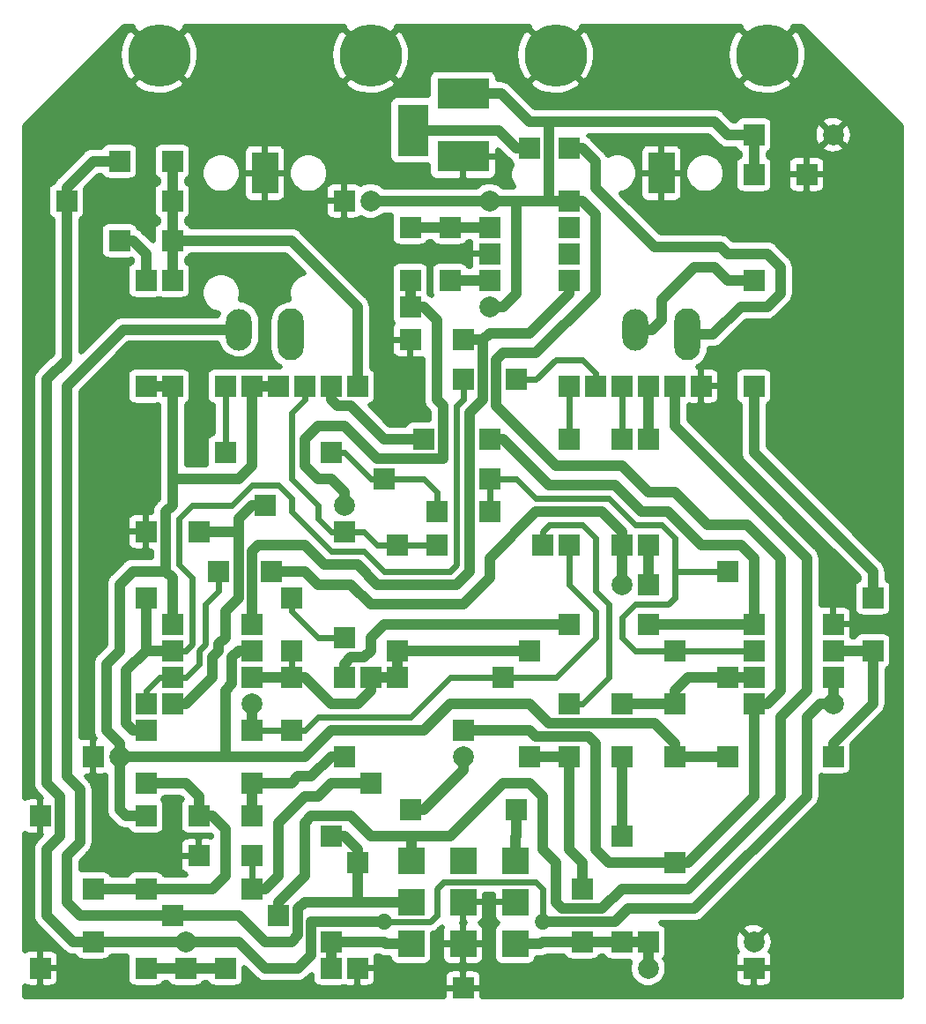
<source format=gbr>
G04 #@! TF.GenerationSoftware,KiCad,Pcbnew,5.1.6-c6e7f7d~87~ubuntu19.10.1*
G04 #@! TF.CreationDate,2021-07-04T14:37:46+06:00*
G04 #@! TF.ProjectId,fishtaur_r1a,66697368-7461-4757-925f-7231612e6b69,1A*
G04 #@! TF.SameCoordinates,Original*
G04 #@! TF.FileFunction,Copper,L2,Bot*
G04 #@! TF.FilePolarity,Positive*
%FSLAX46Y46*%
G04 Gerber Fmt 4.6, Leading zero omitted, Abs format (unit mm)*
G04 Created by KiCad (PCBNEW 5.1.6-c6e7f7d~87~ubuntu19.10.1) date 2021-07-04 14:37:46*
%MOMM*%
%LPD*%
G01*
G04 APERTURE LIST*
G04 #@! TA.AperFunction,ComponentPad*
%ADD10O,2.500000X5.000000*%
G04 #@! TD*
G04 #@! TA.AperFunction,ComponentPad*
%ADD11O,2.500000X4.000000*%
G04 #@! TD*
G04 #@! TA.AperFunction,ComponentPad*
%ADD12R,2.500000X4.000000*%
G04 #@! TD*
G04 #@! TA.AperFunction,ComponentPad*
%ADD13R,2.000000X2.000000*%
G04 #@! TD*
G04 #@! TA.AperFunction,ComponentPad*
%ADD14C,2.000000*%
G04 #@! TD*
G04 #@! TA.AperFunction,ComponentPad*
%ADD15R,5.000000X3.000000*%
G04 #@! TD*
G04 #@! TA.AperFunction,ComponentPad*
%ADD16R,3.000000X5.000000*%
G04 #@! TD*
G04 #@! TA.AperFunction,ComponentPad*
%ADD17R,2.500000X2.500000*%
G04 #@! TD*
G04 #@! TA.AperFunction,ComponentPad*
%ADD18C,6.000000*%
G04 #@! TD*
G04 #@! TA.AperFunction,Conductor*
%ADD19C,1.000000*%
G04 #@! TD*
G04 #@! TA.AperFunction,Conductor*
%ADD20C,0.600000*%
G04 #@! TD*
G04 #@! TA.AperFunction,Conductor*
%ADD21C,1.500000*%
G04 #@! TD*
G04 #@! TA.AperFunction,Conductor*
%ADD22C,0.500000*%
G04 #@! TD*
G04 APERTURE END LIST*
D10*
X88860000Y-123330000D03*
D11*
X83860000Y-122830000D03*
D12*
X86360000Y-107830000D03*
D10*
X126960000Y-123330000D03*
D11*
X121960000Y-122830000D03*
D12*
X124460000Y-107830000D03*
D13*
X111760000Y-105410000D03*
D14*
X105410000Y-163830000D03*
D13*
X105410000Y-161290000D03*
X115570000Y-105410000D03*
X133350000Y-107950000D03*
X138430000Y-107950000D03*
X105410000Y-186055000D03*
D14*
X96520000Y-110490000D03*
D13*
X93980000Y-110490000D03*
D15*
X105410000Y-106210000D03*
D16*
X100610000Y-103710000D03*
D15*
X105410000Y-100210000D03*
D17*
X110410000Y-177800000D03*
X110410000Y-181800000D03*
X110410000Y-173800000D03*
X105410000Y-177800000D03*
X105410000Y-181800000D03*
X105410000Y-173800000D03*
X100410000Y-173800000D03*
X100410000Y-177800000D03*
X100410000Y-181800000D03*
D18*
X76200000Y-96520000D03*
X96520000Y-96520000D03*
X114300000Y-96520000D03*
X134620000Y-96520000D03*
D13*
X110490000Y-168910000D03*
X100330000Y-168910000D03*
X95250000Y-184150000D03*
X95250000Y-173990000D03*
D14*
X140970000Y-158750000D03*
D13*
X140970000Y-156210000D03*
X140970000Y-153670000D03*
X140970000Y-151130000D03*
X133350000Y-151130000D03*
X133350000Y-153670000D03*
X133350000Y-156210000D03*
X133350000Y-158750000D03*
X144780000Y-148590000D03*
X144780000Y-153670000D03*
X80010000Y-169545000D03*
X85090000Y-169545000D03*
X102870000Y-140335000D03*
X107950000Y-140335000D03*
X125730000Y-153670000D03*
X125730000Y-158750000D03*
X120650000Y-158750000D03*
X120650000Y-163830000D03*
X116840000Y-181610000D03*
X116840000Y-176530000D03*
X115570000Y-163830000D03*
X115570000Y-158750000D03*
X88900000Y-153670000D03*
X88900000Y-148590000D03*
X88900000Y-156210000D03*
X88900000Y-161290000D03*
X85090000Y-173355000D03*
X80010000Y-173355000D03*
X133350000Y-118110000D03*
X133350000Y-128270000D03*
X130810000Y-163830000D03*
X140970000Y-163830000D03*
X74930000Y-176530000D03*
X85090000Y-176530000D03*
X92710000Y-134620000D03*
X82550000Y-134620000D03*
X97790000Y-137160000D03*
X107950000Y-137160000D03*
X130810000Y-146050000D03*
X130810000Y-156210000D03*
X120650000Y-171450000D03*
X120650000Y-181610000D03*
X102870000Y-143510000D03*
X113030000Y-143510000D03*
X111760000Y-163830000D03*
X111760000Y-153670000D03*
X99060000Y-143510000D03*
X99060000Y-153670000D03*
X93980000Y-142240000D03*
X93980000Y-152400000D03*
X96520000Y-166370000D03*
X96520000Y-156210000D03*
X99060000Y-156210000D03*
X109220000Y-156210000D03*
D14*
X133350000Y-181610000D03*
D13*
X123190000Y-181610000D03*
D14*
X123190000Y-184150000D03*
D13*
X133350000Y-184150000D03*
X69850000Y-181610000D03*
X69850000Y-176530000D03*
X72390000Y-106680000D03*
X77470000Y-106680000D03*
X77470000Y-114300000D03*
X72390000Y-114300000D03*
D14*
X78740000Y-181610000D03*
D13*
X78740000Y-184150000D03*
X64770000Y-184150000D03*
X74930000Y-184150000D03*
X82550000Y-184150000D03*
X92710000Y-184150000D03*
X77470000Y-110490000D03*
X67310000Y-110490000D03*
X77470000Y-128270000D03*
X77470000Y-118110000D03*
X74930000Y-128270000D03*
X74930000Y-118110000D03*
X115570000Y-143510000D03*
X115570000Y-133350000D03*
X85090000Y-161290000D03*
X74930000Y-161290000D03*
X110490000Y-127635000D03*
X105410000Y-127635000D03*
D14*
X120650000Y-147320000D03*
D13*
X123190000Y-147320000D03*
X120650000Y-133350000D03*
X120650000Y-143510000D03*
X123190000Y-143510000D03*
X123190000Y-133350000D03*
D14*
X107950000Y-110490000D03*
D13*
X107950000Y-113030000D03*
X107950000Y-115570000D03*
X107950000Y-118110000D03*
X115570000Y-118110000D03*
X115570000Y-115570000D03*
X115570000Y-113030000D03*
X115570000Y-110490000D03*
X92710000Y-181610000D03*
X92710000Y-171450000D03*
X87630000Y-179070000D03*
X77470000Y-179070000D03*
D14*
X72390000Y-163830000D03*
D13*
X69850000Y-163830000D03*
X100330000Y-123825000D03*
X105410000Y-123825000D03*
X100330000Y-118110000D03*
X100330000Y-113030000D03*
X80010000Y-142240000D03*
X74930000Y-142240000D03*
X104140000Y-113030000D03*
X104140000Y-118110000D03*
X125730000Y-163830000D03*
X125730000Y-173990000D03*
X64770000Y-169545000D03*
X74930000Y-169545000D03*
D14*
X140970000Y-104140000D03*
D13*
X133350000Y-104140000D03*
D14*
X107950000Y-120650000D03*
D13*
X100330000Y-120650000D03*
D14*
X93980000Y-139700000D03*
D13*
X86360000Y-139700000D03*
X74930000Y-166370000D03*
X85090000Y-166370000D03*
X101600000Y-133350000D03*
X107950000Y-133350000D03*
X74930000Y-148590000D03*
X74930000Y-158750000D03*
X81915000Y-146050000D03*
X86995000Y-146050000D03*
X93980000Y-163830000D03*
X93980000Y-156210000D03*
X115570000Y-151130000D03*
X123190000Y-151130000D03*
D14*
X85090000Y-158750000D03*
D13*
X85090000Y-156210000D03*
X85090000Y-153670000D03*
X85090000Y-151130000D03*
X77470000Y-151130000D03*
X77470000Y-153670000D03*
X77470000Y-156210000D03*
X77470000Y-158750000D03*
X82550000Y-128270000D03*
X128270000Y-128270000D03*
X115570000Y-128270000D03*
X118110000Y-128270000D03*
X120650000Y-128270000D03*
X123190000Y-128270000D03*
X125730000Y-128270000D03*
X95250000Y-128270000D03*
X87630000Y-128270000D03*
X90170000Y-128270000D03*
X85090000Y-128270000D03*
X92710000Y-128270000D03*
D19*
X100330000Y-168910000D02*
X101600000Y-168910000D01*
X101600000Y-168910000D02*
X105410000Y-165100000D01*
X105410000Y-165100000D02*
X105410000Y-163830000D01*
X110410000Y-173800000D02*
X110410000Y-171530000D01*
X110410000Y-171530000D02*
X110490000Y-171450000D01*
X110490000Y-171450000D02*
X110490000Y-168910000D01*
X108790000Y-103710000D02*
X110490000Y-105410000D01*
X100610000Y-103710000D02*
X108790000Y-103710000D01*
X110490000Y-105410000D02*
X111760000Y-105410000D01*
X134620000Y-115570000D02*
X135890000Y-116840000D01*
X130810000Y-115570000D02*
X134620000Y-115570000D01*
X130175000Y-114935000D02*
X130810000Y-115570000D01*
X123825000Y-114935000D02*
X130175000Y-114935000D01*
X118110000Y-109220000D02*
X123825000Y-114935000D01*
X118110000Y-106680000D02*
X118110000Y-109220000D01*
X116840000Y-105410000D02*
X118110000Y-106680000D01*
X115570000Y-105410000D02*
X116840000Y-105410000D01*
X126960000Y-123330000D02*
X129400000Y-123330000D01*
X129400000Y-123330000D02*
X132080000Y-120650000D01*
X132080000Y-120650000D02*
X134620000Y-120650000D01*
X134620000Y-120650000D02*
X135890000Y-119380000D01*
X135890000Y-119380000D02*
X135890000Y-116840000D01*
X92710000Y-181610000D02*
X92710000Y-184150000D01*
X100410000Y-181800000D02*
X97980000Y-181800000D01*
X97980000Y-181800000D02*
X97790000Y-181610000D01*
X97790000Y-181610000D02*
X92710000Y-181610000D01*
X95250000Y-173990000D02*
X95250000Y-177800000D01*
X100410000Y-177800000D02*
X95250000Y-177800000D01*
X92710000Y-171450000D02*
X93980000Y-171450000D01*
X93980000Y-171450000D02*
X95250000Y-172720000D01*
X95250000Y-172720000D02*
X95250000Y-173990000D01*
X72750000Y-122830000D02*
X83860000Y-122830000D01*
X67310000Y-128270000D02*
X72750000Y-122830000D01*
X68580000Y-167005000D02*
X67310000Y-165735000D01*
X68580000Y-172085000D02*
X68580000Y-167005000D01*
X67310000Y-173355000D02*
X68580000Y-172085000D01*
X67310000Y-165735000D02*
X67310000Y-128270000D01*
X67310000Y-177800000D02*
X67310000Y-173355000D01*
X68580000Y-179070000D02*
X67310000Y-177800000D01*
X77470000Y-179070000D02*
X68580000Y-179070000D01*
X83820000Y-179070000D02*
X77470000Y-179070000D01*
X86360000Y-181610000D02*
X83820000Y-179070000D01*
X89535000Y-180975000D02*
X88900000Y-181610000D01*
X88900000Y-181610000D02*
X86360000Y-181610000D01*
X89535000Y-178435000D02*
X89535000Y-180975000D01*
X90170000Y-177800000D02*
X89535000Y-178435000D01*
X95250000Y-177800000D02*
X90170000Y-177800000D01*
X130810000Y-118110000D02*
X133350000Y-118110000D01*
X127635000Y-116840000D02*
X129540000Y-116840000D01*
X124460000Y-120015000D02*
X127635000Y-116840000D01*
X129540000Y-116840000D02*
X130810000Y-118110000D01*
X124460000Y-121920000D02*
X124460000Y-120015000D01*
X123550000Y-122830000D02*
X124460000Y-121920000D01*
X121960000Y-122830000D02*
X123550000Y-122830000D01*
X85090000Y-169545000D02*
X85090000Y-166370000D01*
X128270000Y-143510000D02*
X132080000Y-143510000D01*
X133350000Y-144780000D02*
X133350000Y-151130000D01*
X113665000Y-137795000D02*
X120015000Y-137795000D01*
X125095000Y-140335000D02*
X128270000Y-143510000D01*
X132080000Y-143510000D02*
X133350000Y-144780000D01*
X109220000Y-133350000D02*
X113665000Y-137795000D01*
X122555000Y-140335000D02*
X125095000Y-140335000D01*
X120015000Y-137795000D02*
X122555000Y-140335000D01*
X107950000Y-133350000D02*
X109220000Y-133350000D01*
X123190000Y-151130000D02*
X133350000Y-151130000D01*
X92710000Y-163830000D02*
X93980000Y-163830000D01*
X89535000Y-165735000D02*
X90805000Y-165735000D01*
X90805000Y-165735000D02*
X92710000Y-163830000D01*
X85090000Y-166370000D02*
X88900000Y-166370000D01*
X88900000Y-166370000D02*
X89535000Y-165735000D01*
X94615000Y-130175000D02*
X97790000Y-133350000D01*
X93345000Y-130175000D02*
X94615000Y-130175000D01*
X92710000Y-128270000D02*
X92710000Y-129540000D01*
X97790000Y-133350000D02*
X101600000Y-133350000D01*
X92710000Y-129540000D02*
X93345000Y-130175000D01*
X97790000Y-151130000D02*
X115570000Y-151130000D01*
X97790000Y-151130000D02*
X96520000Y-152400000D01*
X96520000Y-152400000D02*
X96520000Y-153670000D01*
X96520000Y-153670000D02*
X95885000Y-154305000D01*
X94615000Y-154305000D02*
X95885000Y-154305000D01*
X93980000Y-156210000D02*
X93980000Y-154940000D01*
X93980000Y-154940000D02*
X94615000Y-154305000D01*
X120650000Y-143510000D02*
X120650000Y-147320000D01*
D20*
X74930000Y-157480000D02*
X76200000Y-156210000D01*
X76200000Y-156210000D02*
X77470000Y-156210000D01*
X74930000Y-157480000D02*
X74930000Y-158750000D01*
X81915000Y-147955000D02*
X80645000Y-149225000D01*
X78740000Y-156210000D02*
X77470000Y-156210000D01*
X81915000Y-146050000D02*
X81915000Y-147955000D01*
X80645000Y-149225000D02*
X80645000Y-153035000D01*
X80010000Y-154940000D02*
X78740000Y-156210000D01*
X80645000Y-153035000D02*
X80010000Y-153670000D01*
X80010000Y-153670000D02*
X80010000Y-154940000D01*
D19*
X120650000Y-142240000D02*
X120650000Y-143510000D01*
X118745000Y-140335000D02*
X120650000Y-142240000D01*
X107950000Y-144780000D02*
X112395000Y-140335000D01*
X105410000Y-149225000D02*
X107950000Y-146685000D01*
X96520000Y-149225000D02*
X105410000Y-149225000D01*
X94615000Y-147320000D02*
X96520000Y-149225000D01*
X91440000Y-147320000D02*
X94615000Y-147320000D01*
X112395000Y-140335000D02*
X118745000Y-140335000D01*
X107950000Y-146685000D02*
X107950000Y-144780000D01*
X90170000Y-146050000D02*
X91440000Y-147320000D01*
X86995000Y-146050000D02*
X90170000Y-146050000D01*
X85090000Y-128270000D02*
X87630000Y-128270000D01*
X74930000Y-128270000D02*
X77470000Y-128270000D01*
X77470000Y-137160000D02*
X77470000Y-128270000D01*
X82550000Y-157480000D02*
X82550000Y-163830000D01*
X83185000Y-156845000D02*
X82550000Y-157480000D01*
X83185000Y-154305000D02*
X83185000Y-156845000D01*
X85090000Y-153670000D02*
X83820000Y-153670000D01*
X83820000Y-153670000D02*
X83185000Y-154305000D01*
X82550000Y-163830000D02*
X72390000Y-163830000D01*
X72390000Y-163830000D02*
X72390000Y-168910000D01*
X72390000Y-168910000D02*
X73025000Y-169545000D01*
X73025000Y-169545000D02*
X74930000Y-169545000D01*
X125730000Y-163830000D02*
X130810000Y-163830000D01*
X125730000Y-162560000D02*
X125730000Y-163830000D01*
X123825000Y-160655000D02*
X125730000Y-162560000D01*
X113665000Y-160655000D02*
X123825000Y-160655000D01*
X90170000Y-163830000D02*
X92710000Y-161290000D01*
X111760000Y-158750000D02*
X113665000Y-160655000D01*
X101600000Y-161290000D02*
X104140000Y-158750000D01*
X82550000Y-163830000D02*
X90170000Y-163830000D01*
X92710000Y-161290000D02*
X101600000Y-161290000D01*
X104140000Y-158750000D02*
X111760000Y-158750000D01*
X77470000Y-146685000D02*
X77470000Y-151130000D01*
X76835000Y-146050000D02*
X77470000Y-146685000D01*
X73660000Y-146050000D02*
X76835000Y-146050000D01*
X72390000Y-147320000D02*
X73660000Y-146050000D01*
X72390000Y-162560000D02*
X71120000Y-161290000D01*
X72390000Y-163830000D02*
X72390000Y-162560000D01*
X71120000Y-154940000D02*
X72390000Y-153670000D01*
X72390000Y-153670000D02*
X72390000Y-147320000D01*
X71120000Y-161290000D02*
X71120000Y-154940000D01*
X85090000Y-135890000D02*
X85090000Y-128270000D01*
X83820000Y-137160000D02*
X85090000Y-135890000D01*
X77470000Y-137160000D02*
X83820000Y-137160000D01*
X77470000Y-139700000D02*
X77470000Y-137160000D01*
X76835000Y-140335000D02*
X77470000Y-139700000D01*
X76835000Y-146050000D02*
X76835000Y-140335000D01*
X127000000Y-173990000D02*
X133350000Y-167640000D01*
X133350000Y-167640000D02*
X133350000Y-158750000D01*
X119380000Y-173990000D02*
X125730000Y-173990000D01*
X111760000Y-161290000D02*
X112395000Y-161925000D01*
X105410000Y-161290000D02*
X111760000Y-161290000D01*
X118110000Y-172720000D02*
X119380000Y-173990000D01*
X125730000Y-173990000D02*
X127000000Y-173990000D01*
X117475000Y-161925000D02*
X118110000Y-162560000D01*
X118110000Y-162560000D02*
X118110000Y-172720000D01*
X112395000Y-161925000D02*
X117475000Y-161925000D01*
X113665000Y-102870000D02*
X113665000Y-110490000D01*
X133350000Y-104140000D02*
X133350000Y-107950000D01*
X111760000Y-102870000D02*
X113665000Y-102870000D01*
X109100000Y-100210000D02*
X111760000Y-102870000D01*
X105410000Y-100210000D02*
X109100000Y-100210000D01*
X113665000Y-110490000D02*
X115570000Y-110490000D01*
X116840000Y-110490000D02*
X115570000Y-110490000D01*
X118110000Y-111760000D02*
X116840000Y-110490000D01*
X118110000Y-119380000D02*
X118110000Y-111760000D01*
X112395000Y-125095000D02*
X118110000Y-119380000D01*
X133350000Y-158750000D02*
X134620000Y-158750000D01*
X134620000Y-158750000D02*
X135890000Y-157480000D01*
X135890000Y-157480000D02*
X135890000Y-144780000D01*
X114300000Y-135890000D02*
X108585000Y-130175000D01*
X108585000Y-130175000D02*
X108585000Y-125730000D01*
X135890000Y-144780000D02*
X132715000Y-141605000D01*
X132715000Y-141605000D02*
X128905000Y-141605000D01*
X128905000Y-141605000D02*
X125730000Y-138430000D01*
X125730000Y-138430000D02*
X123190000Y-138430000D01*
X123190000Y-138430000D02*
X120650000Y-135890000D01*
X108585000Y-125730000D02*
X109220000Y-125095000D01*
X120650000Y-135890000D02*
X114300000Y-135890000D01*
X109220000Y-125095000D02*
X112395000Y-125095000D01*
X96520000Y-110490000D02*
X107950000Y-110490000D01*
X110490000Y-110490000D02*
X113665000Y-110490000D01*
X107950000Y-110490000D02*
X110490000Y-110490000D01*
X109220000Y-120650000D02*
X110490000Y-119380000D01*
X107950000Y-120650000D02*
X109220000Y-120650000D01*
X110490000Y-119380000D02*
X110490000Y-110490000D01*
X130810000Y-104140000D02*
X133350000Y-104140000D01*
X129540000Y-102870000D02*
X130810000Y-104140000D01*
X113665000Y-102870000D02*
X129540000Y-102870000D01*
X116840000Y-181610000D02*
X120650000Y-181610000D01*
X113030000Y-181610000D02*
X116840000Y-181610000D01*
X110410000Y-181800000D02*
X112840000Y-181800000D01*
X112840000Y-181800000D02*
X113030000Y-181610000D01*
X120650000Y-181610000D02*
X123190000Y-181610000D01*
X123190000Y-181610000D02*
X123190000Y-184150000D01*
X105410000Y-123825000D02*
X107315000Y-123825000D01*
X115570000Y-119380000D02*
X115570000Y-118110000D01*
X111760000Y-123190000D02*
X115570000Y-119380000D01*
X107950000Y-123190000D02*
X111760000Y-123190000D01*
X107315000Y-123825000D02*
X107950000Y-123190000D01*
X106045000Y-130810000D02*
X107315000Y-129540000D01*
X106045000Y-146050000D02*
X106045000Y-130810000D01*
X97155000Y-147320000D02*
X104775000Y-147320000D01*
X95250000Y-145415000D02*
X97155000Y-147320000D01*
X92075000Y-145415000D02*
X95250000Y-145415000D01*
X107315000Y-129540000D02*
X107315000Y-123825000D01*
X104775000Y-147320000D02*
X106045000Y-146050000D01*
X90170000Y-143510000D02*
X92075000Y-145415000D01*
X85725000Y-143510000D02*
X90170000Y-143510000D01*
X85090000Y-144145000D02*
X85725000Y-143510000D01*
X85090000Y-151130000D02*
X85090000Y-144145000D01*
X78740000Y-158750000D02*
X77470000Y-158750000D01*
X81280000Y-156210000D02*
X78740000Y-158750000D01*
X81280000Y-154305000D02*
X81280000Y-156210000D01*
X81915000Y-153670000D02*
X81280000Y-154305000D01*
X81915000Y-153035000D02*
X81915000Y-153670000D01*
X83820000Y-148590000D02*
X82550000Y-149860000D01*
X82550000Y-152400000D02*
X81915000Y-153035000D01*
X82550000Y-149860000D02*
X82550000Y-152400000D01*
X80010000Y-142240000D02*
X83820000Y-142240000D01*
X83820000Y-142240000D02*
X83820000Y-148590000D01*
X85090000Y-139700000D02*
X86360000Y-139700000D01*
X83820000Y-140970000D02*
X83820000Y-142240000D01*
X83820000Y-140970000D02*
X85090000Y-139700000D01*
X90170000Y-170180000D02*
X90805000Y-169545000D01*
X90170000Y-175260000D02*
X90170000Y-170180000D01*
X94615000Y-169545000D02*
X96520000Y-171450000D01*
X87630000Y-179070000D02*
X87630000Y-177800000D01*
X90805000Y-169545000D02*
X94615000Y-169545000D01*
X87630000Y-177800000D02*
X90170000Y-175260000D01*
X100410000Y-173800000D02*
X100410000Y-171450000D01*
X100410000Y-171450000D02*
X96520000Y-171450000D01*
X120650000Y-176530000D02*
X127000000Y-176530000D01*
X118745000Y-178435000D02*
X120650000Y-176530000D01*
X114935000Y-178435000D02*
X118745000Y-178435000D01*
X114300000Y-173990000D02*
X114300000Y-177800000D01*
X100410000Y-171450000D02*
X104140000Y-171450000D01*
X113030000Y-167640000D02*
X113030000Y-172720000D01*
X114300000Y-177800000D02*
X114935000Y-178435000D01*
X109220000Y-166370000D02*
X111760000Y-166370000D01*
X113030000Y-172720000D02*
X114300000Y-173990000D01*
X125730000Y-132080000D02*
X125730000Y-128270000D01*
X104140000Y-171450000D02*
X109220000Y-166370000D01*
X111760000Y-166370000D02*
X113030000Y-167640000D01*
X127000000Y-176530000D02*
X135890000Y-167640000D01*
X135890000Y-167640000D02*
X135890000Y-160020000D01*
X135890000Y-160020000D02*
X138430000Y-157480000D01*
X138430000Y-157480000D02*
X138430000Y-144780000D01*
X138430000Y-144780000D02*
X125730000Y-132080000D01*
D20*
X82550000Y-128270000D02*
X82550000Y-134620000D01*
X88900000Y-130810000D02*
X88900000Y-137160000D01*
X88900000Y-137160000D02*
X91440000Y-139700000D01*
X91440000Y-140970000D02*
X92710000Y-142240000D01*
X92710000Y-142240000D02*
X93980000Y-142240000D01*
X91440000Y-139700000D02*
X91440000Y-140970000D01*
X88900000Y-130810000D02*
X90170000Y-129540000D01*
X90170000Y-128270000D02*
X90170000Y-129540000D01*
X97155000Y-143510000D02*
X99060000Y-143510000D01*
X93980000Y-142240000D02*
X95885000Y-142240000D01*
X95885000Y-142240000D02*
X97155000Y-143510000D01*
X99060000Y-143510000D02*
X102870000Y-143510000D01*
X115570000Y-128270000D02*
X115570000Y-133350000D01*
X120650000Y-128270000D02*
X120650000Y-133350000D01*
D19*
X123190000Y-128270000D02*
X123190000Y-133350000D01*
X100330000Y-120650000D02*
X100330000Y-118110000D01*
X103505000Y-130175000D02*
X102870000Y-129540000D01*
X103505000Y-135255000D02*
X103505000Y-130175000D01*
X97155000Y-135255000D02*
X103505000Y-135255000D01*
X93980000Y-132080000D02*
X97155000Y-135255000D01*
X91440000Y-132080000D02*
X93980000Y-132080000D01*
X90170000Y-133350000D02*
X91440000Y-132080000D01*
X90170000Y-135890000D02*
X90170000Y-133350000D01*
X92710000Y-137160000D02*
X91440000Y-137160000D01*
X91440000Y-137160000D02*
X90170000Y-135890000D01*
X93980000Y-138430000D02*
X92710000Y-137160000D01*
X93980000Y-139700000D02*
X93980000Y-138430000D01*
X101600000Y-120650000D02*
X102870000Y-121920000D01*
X102870000Y-129540000D02*
X102870000Y-121920000D01*
X100330000Y-120650000D02*
X101600000Y-120650000D01*
X104140000Y-113030000D02*
X107950000Y-113030000D01*
X100330000Y-113030000D02*
X104140000Y-113030000D01*
X104140000Y-118110000D02*
X107950000Y-118110000D01*
X144780000Y-146050000D02*
X144780000Y-148590000D01*
X133350000Y-134620000D02*
X144780000Y-146050000D01*
X133350000Y-128270000D02*
X133350000Y-134620000D01*
X140970000Y-163830000D02*
X140970000Y-162560000D01*
X140970000Y-162560000D02*
X144780000Y-158750000D01*
X144780000Y-158750000D02*
X144780000Y-153670000D01*
X140970000Y-153670000D02*
X144780000Y-153670000D01*
D21*
X113030000Y-179705000D02*
X113030000Y-179705000D01*
X97790000Y-179705000D02*
X97790000Y-179705000D01*
D19*
X140970000Y-156210000D02*
X140970000Y-158750000D01*
X69850000Y-181610000D02*
X78740000Y-181610000D01*
X67310000Y-110490000D02*
X67310000Y-109220000D01*
X67310000Y-109220000D02*
X69850000Y-106680000D01*
X69850000Y-106680000D02*
X72390000Y-106680000D01*
X120015000Y-179705000D02*
X121285000Y-178435000D01*
X113030000Y-179705000D02*
X120015000Y-179705000D01*
X121285000Y-178435000D02*
X127635000Y-178435000D01*
X127635000Y-178435000D02*
X138430000Y-167640000D01*
X139700000Y-158750000D02*
X140970000Y-158750000D01*
X138430000Y-160020000D02*
X139700000Y-158750000D01*
X138430000Y-167640000D02*
X138430000Y-160020000D01*
D20*
X102870000Y-176530000D02*
X103505000Y-175895000D01*
X112395000Y-175895000D02*
X113030000Y-176530000D01*
X113030000Y-176530000D02*
X113030000Y-179705000D01*
X103505000Y-175895000D02*
X112395000Y-175895000D01*
X102235000Y-179705000D02*
X102870000Y-179070000D01*
X102870000Y-179070000D02*
X102870000Y-176530000D01*
X97790000Y-179705000D02*
X102235000Y-179705000D01*
D19*
X67945000Y-181610000D02*
X69850000Y-181610000D01*
X65405000Y-179070000D02*
X67945000Y-181610000D01*
X65405000Y-172720000D02*
X65405000Y-179070000D01*
X66675000Y-171450000D02*
X65405000Y-172720000D01*
X66675000Y-167640000D02*
X66675000Y-171450000D01*
X65405000Y-166370000D02*
X66675000Y-167640000D01*
X65405000Y-127635000D02*
X65405000Y-166370000D01*
X67310000Y-125730000D02*
X65405000Y-127635000D01*
X67310000Y-110490000D02*
X67310000Y-125730000D01*
X90805000Y-179705000D02*
X97790000Y-179705000D01*
X90805000Y-182880000D02*
X90805000Y-179705000D01*
X89535000Y-184150000D02*
X90805000Y-182880000D01*
X86360000Y-184150000D02*
X89535000Y-184150000D01*
X83820000Y-181610000D02*
X86360000Y-184150000D01*
X78740000Y-181610000D02*
X83820000Y-181610000D01*
X69850000Y-176530000D02*
X74930000Y-176530000D01*
X81280000Y-176530000D02*
X74930000Y-176530000D01*
X82550000Y-175260000D02*
X81280000Y-176530000D01*
X82550000Y-170815000D02*
X82550000Y-175260000D01*
X80010000Y-169545000D02*
X81280000Y-169545000D01*
X81280000Y-169545000D02*
X82550000Y-170815000D01*
X80010000Y-169545000D02*
X80010000Y-167640000D01*
X80010000Y-167640000D02*
X78740000Y-166370000D01*
X74930000Y-166370000D02*
X78740000Y-166370000D01*
X77470000Y-110490000D02*
X77470000Y-114300000D01*
X77470000Y-106680000D02*
X77470000Y-110490000D01*
X95250000Y-120650000D02*
X95250000Y-128270000D01*
X88900000Y-114300000D02*
X95250000Y-120650000D01*
X77470000Y-114300000D02*
X88900000Y-114300000D01*
X77470000Y-118110000D02*
X77470000Y-114300000D01*
X72390000Y-114300000D02*
X73660000Y-114300000D01*
X73660000Y-114300000D02*
X74930000Y-115570000D01*
X74930000Y-115570000D02*
X74930000Y-118110000D01*
D20*
X92710000Y-134620000D02*
X93980000Y-134620000D01*
X93980000Y-134620000D02*
X96520000Y-137160000D01*
X96520000Y-137160000D02*
X97790000Y-137160000D01*
X97790000Y-137160000D02*
X101600000Y-137160000D01*
X101600000Y-137160000D02*
X102870000Y-138430000D01*
X102870000Y-140335000D02*
X102870000Y-138430000D01*
X130810000Y-146050000D02*
X125730000Y-146050000D01*
X107950000Y-137160000D02*
X107950000Y-140335000D01*
X125730000Y-142875000D02*
X125730000Y-146050000D01*
X124460000Y-141605000D02*
X125730000Y-142875000D01*
X107950000Y-137160000D02*
X110490000Y-137160000D01*
X112395000Y-139065000D02*
X119380000Y-139065000D01*
X119380000Y-139065000D02*
X121920000Y-141605000D01*
X110490000Y-137160000D02*
X112395000Y-139065000D01*
X121920000Y-141605000D02*
X124460000Y-141605000D01*
X125730000Y-153670000D02*
X133350000Y-153670000D01*
X121920000Y-153670000D02*
X125730000Y-153670000D01*
X125730000Y-148590000D02*
X125095000Y-149225000D01*
X125730000Y-146050000D02*
X125730000Y-148590000D01*
X120650000Y-152400000D02*
X121920000Y-153670000D01*
X121920000Y-149225000D02*
X120650000Y-150495000D01*
X120650000Y-150495000D02*
X120650000Y-152400000D01*
X125095000Y-149225000D02*
X121920000Y-149225000D01*
D19*
X130810000Y-156210000D02*
X133350000Y-156210000D01*
X125730000Y-158750000D02*
X125730000Y-157480000D01*
X125730000Y-157480000D02*
X127000000Y-156210000D01*
X127000000Y-156210000D02*
X130810000Y-156210000D01*
X120650000Y-158750000D02*
X125730000Y-158750000D01*
X120650000Y-163830000D02*
X120650000Y-171450000D01*
X74930000Y-184150000D02*
X78740000Y-184150000D01*
X78740000Y-184150000D02*
X82550000Y-184150000D01*
D20*
X85090000Y-173355000D02*
X85090000Y-176530000D01*
D19*
X87630000Y-170180000D02*
X90170000Y-167640000D01*
X87630000Y-175260000D02*
X87630000Y-170180000D01*
X85090000Y-176530000D02*
X86360000Y-176530000D01*
X86360000Y-176530000D02*
X87630000Y-175260000D01*
X91440000Y-167640000D02*
X92710000Y-166370000D01*
X90170000Y-167640000D02*
X91440000Y-167640000D01*
X92710000Y-166370000D02*
X96520000Y-166370000D01*
X111760000Y-163830000D02*
X115570000Y-163830000D01*
X115570000Y-163830000D02*
X115570000Y-172720000D01*
X116840000Y-173990000D02*
X116840000Y-176530000D01*
X115570000Y-172720000D02*
X116840000Y-173990000D01*
D20*
X119380000Y-156210000D02*
X116840000Y-158750000D01*
X119380000Y-149225000D02*
X119380000Y-156210000D01*
X113030000Y-142240000D02*
X113665000Y-141605000D01*
X113030000Y-143510000D02*
X113030000Y-142240000D01*
X116840000Y-158750000D02*
X115570000Y-158750000D01*
X116840000Y-141605000D02*
X118110000Y-142875000D01*
X113665000Y-141605000D02*
X116840000Y-141605000D01*
X118110000Y-147955000D02*
X119380000Y-149225000D01*
X118110000Y-142875000D02*
X118110000Y-147955000D01*
X88900000Y-153670000D02*
X88900000Y-156210000D01*
D19*
X88900000Y-156210000D02*
X85090000Y-156210000D01*
X96520000Y-156210000D02*
X99060000Y-156210000D01*
X92710000Y-158750000D02*
X90170000Y-156210000D01*
X90170000Y-156210000D02*
X88900000Y-156210000D01*
X95250000Y-158750000D02*
X96520000Y-157480000D01*
X96520000Y-156210000D02*
X96520000Y-157480000D01*
X95250000Y-158750000D02*
X92710000Y-158750000D01*
X99060000Y-156210000D02*
X99060000Y-153670000D01*
X99060000Y-153670000D02*
X111760000Y-153670000D01*
D20*
X88900000Y-148590000D02*
X88900000Y-149860000D01*
X88900000Y-149860000D02*
X91440000Y-152400000D01*
X91440000Y-152400000D02*
X93980000Y-152400000D01*
D19*
X85090000Y-158750000D02*
X85090000Y-161290000D01*
D20*
X85090000Y-161290000D02*
X88900000Y-161290000D01*
X118110000Y-149860000D02*
X115570000Y-147320000D01*
X118110000Y-152400000D02*
X118110000Y-149860000D01*
X109220000Y-156210000D02*
X114300000Y-156210000D01*
X115570000Y-147320000D02*
X115570000Y-143510000D01*
X114300000Y-156210000D02*
X118110000Y-152400000D01*
X104140000Y-156210000D02*
X109220000Y-156210000D01*
X91440000Y-160020000D02*
X100330000Y-160020000D01*
X88900000Y-161290000D02*
X90170000Y-161290000D01*
X100330000Y-160020000D02*
X104140000Y-156210000D01*
X90170000Y-161290000D02*
X91440000Y-160020000D01*
X114300000Y-125730000D02*
X116840000Y-125730000D01*
X116840000Y-125730000D02*
X118110000Y-127000000D01*
X110490000Y-127635000D02*
X112395000Y-127635000D01*
X118110000Y-127000000D02*
X118110000Y-128270000D01*
X112395000Y-127635000D02*
X114300000Y-125730000D01*
D19*
X73025000Y-155575000D02*
X74930000Y-153670000D01*
X73025000Y-160655000D02*
X73025000Y-155575000D01*
X74930000Y-161290000D02*
X73660000Y-161290000D01*
X74930000Y-153670000D02*
X77470000Y-153670000D01*
X73660000Y-161290000D02*
X73025000Y-160655000D01*
X74930000Y-148590000D02*
X74930000Y-153670000D01*
D20*
X104140000Y-146050000D02*
X104775000Y-145415000D01*
X97790000Y-146050000D02*
X104140000Y-146050000D01*
X95885000Y-144145000D02*
X97790000Y-146050000D01*
X104775000Y-130175000D02*
X105410000Y-129540000D01*
X79375000Y-139700000D02*
X83185000Y-139700000D01*
X87630000Y-137795000D02*
X88900000Y-139065000D01*
X79375000Y-153035000D02*
X79375000Y-146685000D01*
X79375000Y-146685000D02*
X78105000Y-145415000D01*
X88900000Y-140335000D02*
X92710000Y-144145000D01*
X104775000Y-145415000D02*
X104775000Y-130175000D01*
X78105000Y-140970000D02*
X79375000Y-139700000D01*
X85090000Y-137795000D02*
X87630000Y-137795000D01*
X105410000Y-129540000D02*
X105410000Y-127635000D01*
X83185000Y-139700000D02*
X85090000Y-137795000D01*
X78740000Y-153670000D02*
X79375000Y-153035000D01*
X88900000Y-139065000D02*
X88900000Y-140335000D01*
X77470000Y-153670000D02*
X78740000Y-153670000D01*
X78105000Y-145415000D02*
X78105000Y-140970000D01*
X92710000Y-144145000D02*
X95885000Y-144145000D01*
D19*
X123190000Y-143510000D02*
X123190000Y-147320000D01*
D22*
G36*
X73650324Y-93899613D02*
G01*
X76200000Y-96449289D01*
X78749676Y-93899613D01*
X78667651Y-93760000D01*
X94052349Y-93760000D01*
X93970324Y-93899613D01*
X96520000Y-96449289D01*
X99069676Y-93899613D01*
X98987651Y-93760000D01*
X111832349Y-93760000D01*
X111750324Y-93899613D01*
X114300000Y-96449289D01*
X116849676Y-93899613D01*
X116767651Y-93760000D01*
X132152349Y-93760000D01*
X132070324Y-93899613D01*
X134620000Y-96449289D01*
X137169676Y-93899613D01*
X137087651Y-93760000D01*
X137995077Y-93760000D01*
X147540000Y-103304924D01*
X147540001Y-186910000D01*
X107263304Y-186910000D01*
X107260000Y-186317500D01*
X107047500Y-186105000D01*
X105460000Y-186105000D01*
X105460000Y-186125000D01*
X105360000Y-186125000D01*
X105360000Y-186105000D01*
X103772500Y-186105000D01*
X103560000Y-186317500D01*
X103556696Y-186910000D01*
X63280000Y-186910000D01*
X63280000Y-185847465D01*
X63295480Y-185860169D01*
X63443145Y-185939098D01*
X63603371Y-185987701D01*
X63770000Y-186004113D01*
X64507500Y-186000000D01*
X64720000Y-185787500D01*
X64720000Y-184200000D01*
X64820000Y-184200000D01*
X64820000Y-185787500D01*
X65032500Y-186000000D01*
X65770000Y-186004113D01*
X65936629Y-185987701D01*
X66096855Y-185939098D01*
X66244520Y-185860169D01*
X66373949Y-185753949D01*
X66480169Y-185624520D01*
X66559098Y-185476855D01*
X66607701Y-185316629D01*
X66624113Y-185150000D01*
X66620000Y-184412500D01*
X66407500Y-184200000D01*
X64820000Y-184200000D01*
X64720000Y-184200000D01*
X64700000Y-184200000D01*
X64700000Y-184100000D01*
X64720000Y-184100000D01*
X64720000Y-182512500D01*
X64820000Y-182512500D01*
X64820000Y-184100000D01*
X66407500Y-184100000D01*
X66620000Y-183887500D01*
X66624113Y-183150000D01*
X66607701Y-182983371D01*
X66559098Y-182823145D01*
X66480169Y-182675480D01*
X66373949Y-182546051D01*
X66244520Y-182439831D01*
X66096855Y-182360902D01*
X65936629Y-182312299D01*
X65770000Y-182295887D01*
X65032500Y-182300000D01*
X64820000Y-182512500D01*
X64720000Y-182512500D01*
X64507500Y-182300000D01*
X63770000Y-182295887D01*
X63603371Y-182312299D01*
X63443145Y-182360902D01*
X63295480Y-182439831D01*
X63280000Y-182452535D01*
X63280000Y-171242465D01*
X63295480Y-171255169D01*
X63443145Y-171334098D01*
X63603371Y-171382701D01*
X63770000Y-171399113D01*
X64507500Y-171395000D01*
X64720000Y-171182500D01*
X64720000Y-169595000D01*
X64700000Y-169595000D01*
X64700000Y-169495000D01*
X64720000Y-169495000D01*
X64720000Y-167907500D01*
X64507500Y-167695000D01*
X63770000Y-167690887D01*
X63603371Y-167707299D01*
X63443145Y-167755902D01*
X63295480Y-167834831D01*
X63280000Y-167847535D01*
X63280000Y-127635000D01*
X64048468Y-127635000D01*
X64055000Y-127701319D01*
X64055001Y-166303671D01*
X64048468Y-166370000D01*
X64074534Y-166634646D01*
X64151729Y-166889122D01*
X64277085Y-167123649D01*
X64403510Y-167277698D01*
X64403514Y-167277702D01*
X64445788Y-167329213D01*
X64497299Y-167371487D01*
X64926656Y-167800844D01*
X64820000Y-167907500D01*
X64820000Y-169495000D01*
X64840000Y-169495000D01*
X64840000Y-169595000D01*
X64820000Y-169595000D01*
X64820000Y-171182500D01*
X64926656Y-171289156D01*
X64497299Y-171718513D01*
X64445787Y-171760788D01*
X64403513Y-171812299D01*
X64403510Y-171812302D01*
X64277085Y-171966351D01*
X64222608Y-172068271D01*
X64151728Y-172200879D01*
X64074533Y-172455355D01*
X64055000Y-172653679D01*
X64048468Y-172720000D01*
X64055000Y-172786319D01*
X64055001Y-179003671D01*
X64048468Y-179070000D01*
X64074534Y-179334646D01*
X64151729Y-179589122D01*
X64277085Y-179823649D01*
X64403510Y-179977698D01*
X64403514Y-179977702D01*
X64445788Y-180029213D01*
X64497299Y-180071487D01*
X66943509Y-182517697D01*
X66985787Y-182569213D01*
X67191351Y-182737915D01*
X67425878Y-182863272D01*
X67680354Y-182940467D01*
X67878679Y-182960000D01*
X67878688Y-182960000D01*
X67944999Y-182966531D01*
X68011310Y-182960000D01*
X68073274Y-182960000D01*
X68139832Y-183084519D01*
X68246052Y-183213948D01*
X68375481Y-183320168D01*
X68523145Y-183399097D01*
X68683371Y-183447700D01*
X68850000Y-183464112D01*
X70850000Y-183464112D01*
X71016629Y-183447700D01*
X71176855Y-183399097D01*
X71324519Y-183320168D01*
X71453948Y-183213948D01*
X71560168Y-183084519D01*
X71626726Y-182960000D01*
X73099389Y-182960000D01*
X73092300Y-182983371D01*
X73075888Y-183150000D01*
X73075888Y-185150000D01*
X73092300Y-185316629D01*
X73140903Y-185476855D01*
X73219832Y-185624519D01*
X73326052Y-185753948D01*
X73455481Y-185860168D01*
X73603145Y-185939097D01*
X73763371Y-185987700D01*
X73930000Y-186004112D01*
X75930000Y-186004112D01*
X76096629Y-185987700D01*
X76256855Y-185939097D01*
X76404519Y-185860168D01*
X76533948Y-185753948D01*
X76640168Y-185624519D01*
X76706726Y-185500000D01*
X76963274Y-185500000D01*
X77029832Y-185624519D01*
X77136052Y-185753948D01*
X77265481Y-185860168D01*
X77413145Y-185939097D01*
X77573371Y-185987700D01*
X77740000Y-186004112D01*
X79740000Y-186004112D01*
X79906629Y-185987700D01*
X80066855Y-185939097D01*
X80214519Y-185860168D01*
X80343948Y-185753948D01*
X80450168Y-185624519D01*
X80516726Y-185500000D01*
X80773274Y-185500000D01*
X80839832Y-185624519D01*
X80946052Y-185753948D01*
X81075481Y-185860168D01*
X81223145Y-185939097D01*
X81383371Y-185987700D01*
X81550000Y-186004112D01*
X83550000Y-186004112D01*
X83716629Y-185987700D01*
X83876855Y-185939097D01*
X84024519Y-185860168D01*
X84153948Y-185753948D01*
X84260168Y-185624519D01*
X84339097Y-185476855D01*
X84387700Y-185316629D01*
X84404112Y-185150000D01*
X84404112Y-184103300D01*
X85358509Y-185057697D01*
X85400787Y-185109213D01*
X85606351Y-185277915D01*
X85840878Y-185403272D01*
X86095354Y-185480467D01*
X86293679Y-185500000D01*
X86293688Y-185500000D01*
X86359999Y-185506531D01*
X86426310Y-185500000D01*
X89468681Y-185500000D01*
X89535000Y-185506532D01*
X89601319Y-185500000D01*
X89601321Y-185500000D01*
X89799646Y-185480467D01*
X90054122Y-185403272D01*
X90288649Y-185277915D01*
X90494213Y-185109213D01*
X90536491Y-185057697D01*
X90855888Y-184738300D01*
X90855888Y-185150000D01*
X90872300Y-185316629D01*
X90920903Y-185476855D01*
X90999832Y-185624519D01*
X91106052Y-185753948D01*
X91235481Y-185860168D01*
X91383145Y-185939097D01*
X91543371Y-185987700D01*
X91710000Y-186004112D01*
X93710000Y-186004112D01*
X93876629Y-185987700D01*
X93979998Y-185956344D01*
X94083371Y-185987701D01*
X94250000Y-186004113D01*
X94987500Y-186000000D01*
X95200000Y-185787500D01*
X95200000Y-184200000D01*
X95300000Y-184200000D01*
X95300000Y-185787500D01*
X95512500Y-186000000D01*
X96250000Y-186004113D01*
X96416629Y-185987701D01*
X96576855Y-185939098D01*
X96724520Y-185860169D01*
X96853949Y-185753949D01*
X96960169Y-185624520D01*
X97039098Y-185476855D01*
X97087701Y-185316629D01*
X97104113Y-185150000D01*
X97103584Y-185055000D01*
X103555887Y-185055000D01*
X103560000Y-185792500D01*
X103772500Y-186005000D01*
X105360000Y-186005000D01*
X105360000Y-184417500D01*
X105460000Y-184417500D01*
X105460000Y-186005000D01*
X107047500Y-186005000D01*
X107260000Y-185792500D01*
X107264113Y-185055000D01*
X107247701Y-184888371D01*
X107199098Y-184728145D01*
X107120169Y-184580480D01*
X107013949Y-184451051D01*
X106884520Y-184344831D01*
X106736855Y-184265902D01*
X106576629Y-184217299D01*
X106410000Y-184200887D01*
X105672500Y-184205000D01*
X105460000Y-184417500D01*
X105360000Y-184417500D01*
X105147500Y-184205000D01*
X104410000Y-184200887D01*
X104243371Y-184217299D01*
X104083145Y-184265902D01*
X103935480Y-184344831D01*
X103806051Y-184451051D01*
X103699831Y-184580480D01*
X103620902Y-184728145D01*
X103572299Y-184888371D01*
X103555887Y-185055000D01*
X97103584Y-185055000D01*
X97100000Y-184412500D01*
X96887500Y-184200000D01*
X95300000Y-184200000D01*
X95200000Y-184200000D01*
X95180000Y-184200000D01*
X95180000Y-184100000D01*
X95200000Y-184100000D01*
X95200000Y-184080000D01*
X95300000Y-184080000D01*
X95300000Y-184100000D01*
X96887500Y-184100000D01*
X97100000Y-183887500D01*
X97104113Y-183150000D01*
X97087701Y-182983371D01*
X97080612Y-182960000D01*
X97286378Y-182960000D01*
X97460878Y-183053272D01*
X97715354Y-183130467D01*
X97913679Y-183150000D01*
X97913681Y-183150000D01*
X97980000Y-183156532D01*
X98046319Y-183150000D01*
X98315737Y-183150000D01*
X98322300Y-183216629D01*
X98370903Y-183376855D01*
X98449832Y-183524519D01*
X98556052Y-183653948D01*
X98685481Y-183760168D01*
X98833145Y-183839097D01*
X98993371Y-183887700D01*
X99160000Y-183904112D01*
X101660000Y-183904112D01*
X101826629Y-183887700D01*
X101986855Y-183839097D01*
X102134519Y-183760168D01*
X102263948Y-183653948D01*
X102370168Y-183524519D01*
X102449097Y-183376855D01*
X102497700Y-183216629D01*
X102514112Y-183050000D01*
X103305887Y-183050000D01*
X103322299Y-183216629D01*
X103370902Y-183376855D01*
X103449831Y-183524520D01*
X103556051Y-183653949D01*
X103685480Y-183760169D01*
X103833145Y-183839098D01*
X103993371Y-183887701D01*
X104160000Y-183904113D01*
X105147500Y-183900000D01*
X105360000Y-183687500D01*
X105360000Y-181850000D01*
X105460000Y-181850000D01*
X105460000Y-183687500D01*
X105672500Y-183900000D01*
X106660000Y-183904113D01*
X106826629Y-183887701D01*
X106986855Y-183839098D01*
X107134520Y-183760169D01*
X107263949Y-183653949D01*
X107370169Y-183524520D01*
X107449098Y-183376855D01*
X107497701Y-183216629D01*
X107514113Y-183050000D01*
X107510000Y-182062500D01*
X107297500Y-181850000D01*
X105460000Y-181850000D01*
X105360000Y-181850000D01*
X103522500Y-181850000D01*
X103310000Y-182062500D01*
X103305887Y-183050000D01*
X102514112Y-183050000D01*
X102514112Y-180822079D01*
X102677215Y-180772602D01*
X102876997Y-180665816D01*
X103052107Y-180522107D01*
X103088125Y-180478219D01*
X103402713Y-180163631D01*
X103370902Y-180223145D01*
X103322299Y-180383371D01*
X103305887Y-180550000D01*
X103310000Y-181537500D01*
X103522500Y-181750000D01*
X105360000Y-181750000D01*
X105360000Y-179912500D01*
X105247500Y-179800000D01*
X105360000Y-179687500D01*
X105360000Y-177850000D01*
X105460000Y-177850000D01*
X105460000Y-179687500D01*
X105572500Y-179800000D01*
X105460000Y-179912500D01*
X105460000Y-181750000D01*
X107297500Y-181750000D01*
X107510000Y-181537500D01*
X107514113Y-180550000D01*
X107497701Y-180383371D01*
X107449098Y-180223145D01*
X107370169Y-180075480D01*
X107263949Y-179946051D01*
X107134520Y-179839831D01*
X107060002Y-179800000D01*
X107134520Y-179760169D01*
X107263949Y-179653949D01*
X107370169Y-179524520D01*
X107449098Y-179376855D01*
X107497701Y-179216629D01*
X107514113Y-179050000D01*
X107510000Y-178062500D01*
X107297500Y-177850000D01*
X105460000Y-177850000D01*
X105360000Y-177850000D01*
X105340000Y-177850000D01*
X105340000Y-177750000D01*
X105360000Y-177750000D01*
X105360000Y-177730000D01*
X105460000Y-177730000D01*
X105460000Y-177750000D01*
X107297500Y-177750000D01*
X107510000Y-177537500D01*
X107512051Y-177045000D01*
X108307949Y-177045000D01*
X108310000Y-177537500D01*
X108522500Y-177750000D01*
X110360000Y-177750000D01*
X110360000Y-177730000D01*
X110460000Y-177730000D01*
X110460000Y-177750000D01*
X110480000Y-177750000D01*
X110480000Y-177850000D01*
X110460000Y-177850000D01*
X110460000Y-177870000D01*
X110360000Y-177870000D01*
X110360000Y-177850000D01*
X108522500Y-177850000D01*
X108310000Y-178062500D01*
X108305887Y-179050000D01*
X108322299Y-179216629D01*
X108370902Y-179376855D01*
X108449831Y-179524520D01*
X108556051Y-179653949D01*
X108685480Y-179760169D01*
X108759999Y-179800001D01*
X108685481Y-179839832D01*
X108556052Y-179946052D01*
X108449832Y-180075481D01*
X108370903Y-180223145D01*
X108322300Y-180383371D01*
X108305888Y-180550000D01*
X108305888Y-183050000D01*
X108322300Y-183216629D01*
X108370903Y-183376855D01*
X108449832Y-183524519D01*
X108556052Y-183653948D01*
X108685481Y-183760168D01*
X108833145Y-183839097D01*
X108993371Y-183887700D01*
X109160000Y-183904112D01*
X111660000Y-183904112D01*
X111826629Y-183887700D01*
X111986855Y-183839097D01*
X112134519Y-183760168D01*
X112263948Y-183653948D01*
X112370168Y-183524519D01*
X112449097Y-183376855D01*
X112497700Y-183216629D01*
X112504263Y-183150000D01*
X112773681Y-183150000D01*
X112840000Y-183156532D01*
X112906319Y-183150000D01*
X112906321Y-183150000D01*
X113104646Y-183130467D01*
X113359122Y-183053272D01*
X113533622Y-182960000D01*
X115063274Y-182960000D01*
X115129832Y-183084519D01*
X115236052Y-183213948D01*
X115365481Y-183320168D01*
X115513145Y-183399097D01*
X115673371Y-183447700D01*
X115840000Y-183464112D01*
X117840000Y-183464112D01*
X118006629Y-183447700D01*
X118166855Y-183399097D01*
X118314519Y-183320168D01*
X118443948Y-183213948D01*
X118550168Y-183084519D01*
X118616726Y-182960000D01*
X118873274Y-182960000D01*
X118939832Y-183084519D01*
X119046052Y-183213948D01*
X119175481Y-183320168D01*
X119323145Y-183399097D01*
X119483371Y-183447700D01*
X119650000Y-183464112D01*
X121471679Y-183464112D01*
X121411095Y-183610375D01*
X121340000Y-183967791D01*
X121340000Y-184332209D01*
X121411095Y-184689625D01*
X121550552Y-185026303D01*
X121753011Y-185329306D01*
X122010694Y-185586989D01*
X122313697Y-185789448D01*
X122650375Y-185928905D01*
X123007791Y-186000000D01*
X123372209Y-186000000D01*
X123729625Y-185928905D01*
X124066303Y-185789448D01*
X124369306Y-185586989D01*
X124626989Y-185329306D01*
X124746796Y-185150000D01*
X131495887Y-185150000D01*
X131512299Y-185316629D01*
X131560902Y-185476855D01*
X131639831Y-185624520D01*
X131746051Y-185753949D01*
X131875480Y-185860169D01*
X132023145Y-185939098D01*
X132183371Y-185987701D01*
X132350000Y-186004113D01*
X133087500Y-186000000D01*
X133300000Y-185787500D01*
X133300000Y-184200000D01*
X133400000Y-184200000D01*
X133400000Y-185787500D01*
X133612500Y-186000000D01*
X134350000Y-186004113D01*
X134516629Y-185987701D01*
X134676855Y-185939098D01*
X134824520Y-185860169D01*
X134953949Y-185753949D01*
X135060169Y-185624520D01*
X135139098Y-185476855D01*
X135187701Y-185316629D01*
X135204113Y-185150000D01*
X135200000Y-184412500D01*
X134987500Y-184200000D01*
X133400000Y-184200000D01*
X133300000Y-184200000D01*
X131712500Y-184200000D01*
X131500000Y-184412500D01*
X131495887Y-185150000D01*
X124746796Y-185150000D01*
X124829448Y-185026303D01*
X124968905Y-184689625D01*
X125040000Y-184332209D01*
X125040000Y-183967791D01*
X124968905Y-183610375D01*
X124829448Y-183273697D01*
X124791092Y-183216292D01*
X124793948Y-183213948D01*
X124900168Y-183084519D01*
X124979097Y-182936855D01*
X125027700Y-182776629D01*
X125044112Y-182610000D01*
X125044112Y-181587005D01*
X131491192Y-181587005D01*
X131522422Y-181950082D01*
X131623885Y-182300090D01*
X131749850Y-182542933D01*
X131746051Y-182546051D01*
X131639831Y-182675480D01*
X131560902Y-182823145D01*
X131512299Y-182983371D01*
X131495887Y-183150000D01*
X131500000Y-183887500D01*
X131712500Y-184100000D01*
X133300000Y-184100000D01*
X133300000Y-184080000D01*
X133400000Y-184080000D01*
X133400000Y-184100000D01*
X134987500Y-184100000D01*
X135200000Y-183887500D01*
X135204113Y-183150000D01*
X135187701Y-182983371D01*
X135139098Y-182823145D01*
X135060169Y-182675480D01*
X134953949Y-182546051D01*
X134948818Y-182541840D01*
X135058516Y-182342580D01*
X135168606Y-181995189D01*
X135208808Y-181632995D01*
X135177578Y-181269918D01*
X135076115Y-180919910D01*
X134908318Y-180596421D01*
X134882768Y-180558182D01*
X134549035Y-180481675D01*
X133420711Y-181610000D01*
X133434853Y-181624142D01*
X133364142Y-181694853D01*
X133350000Y-181680711D01*
X133335858Y-181694853D01*
X133265147Y-181624142D01*
X133279289Y-181610000D01*
X132150965Y-180481675D01*
X131817232Y-180558182D01*
X131641484Y-180877420D01*
X131531394Y-181224811D01*
X131491192Y-181587005D01*
X125044112Y-181587005D01*
X125044112Y-180610000D01*
X125027700Y-180443371D01*
X125017870Y-180410965D01*
X132221675Y-180410965D01*
X133350000Y-181539289D01*
X134478325Y-180410965D01*
X134401818Y-180077232D01*
X134082580Y-179901484D01*
X133735189Y-179791394D01*
X133372995Y-179751192D01*
X133009918Y-179782422D01*
X132659910Y-179883885D01*
X132336421Y-180051682D01*
X132298182Y-180077232D01*
X132221675Y-180410965D01*
X125017870Y-180410965D01*
X124979097Y-180283145D01*
X124900168Y-180135481D01*
X124793948Y-180006052D01*
X124664519Y-179899832D01*
X124516855Y-179820903D01*
X124398496Y-179785000D01*
X127568681Y-179785000D01*
X127635000Y-179791532D01*
X127701319Y-179785000D01*
X127701321Y-179785000D01*
X127899646Y-179765467D01*
X128154122Y-179688272D01*
X128388649Y-179562915D01*
X128594213Y-179394213D01*
X128636491Y-179342697D01*
X139337701Y-168641487D01*
X139389212Y-168599213D01*
X139557915Y-168393649D01*
X139683272Y-168159122D01*
X139760467Y-167904646D01*
X139780000Y-167706321D01*
X139780000Y-167706312D01*
X139786531Y-167640001D01*
X139780000Y-167573690D01*
X139780000Y-165660611D01*
X139803371Y-165667700D01*
X139970000Y-165684112D01*
X141970000Y-165684112D01*
X142136629Y-165667700D01*
X142296855Y-165619097D01*
X142444519Y-165540168D01*
X142573948Y-165433948D01*
X142680168Y-165304519D01*
X142759097Y-165156855D01*
X142807700Y-164996629D01*
X142824112Y-164830000D01*
X142824112Y-162830000D01*
X142807700Y-162663371D01*
X142800280Y-162638908D01*
X145687701Y-159751487D01*
X145739212Y-159709213D01*
X145807255Y-159626303D01*
X145907915Y-159503650D01*
X146033272Y-159269123D01*
X146080843Y-159112302D01*
X146110467Y-159014646D01*
X146130000Y-158816321D01*
X146130000Y-158816319D01*
X146136532Y-158750000D01*
X146130000Y-158683679D01*
X146130000Y-155446726D01*
X146254519Y-155380168D01*
X146383948Y-155273948D01*
X146490168Y-155144519D01*
X146569097Y-154996855D01*
X146617700Y-154836629D01*
X146634112Y-154670000D01*
X146634112Y-152670000D01*
X146617700Y-152503371D01*
X146569097Y-152343145D01*
X146490168Y-152195481D01*
X146383948Y-152066052D01*
X146254519Y-151959832D01*
X146106855Y-151880903D01*
X145946629Y-151832300D01*
X145780000Y-151815888D01*
X143780000Y-151815888D01*
X143613371Y-151832300D01*
X143453145Y-151880903D01*
X143305481Y-151959832D01*
X143176052Y-152066052D01*
X143069832Y-152195481D01*
X143003274Y-152320000D01*
X142800612Y-152320000D01*
X142807701Y-152296629D01*
X142824113Y-152130000D01*
X142820000Y-151392500D01*
X142607500Y-151180000D01*
X141020000Y-151180000D01*
X141020000Y-151200000D01*
X140920000Y-151200000D01*
X140920000Y-151180000D01*
X140900000Y-151180000D01*
X140900000Y-151080000D01*
X140920000Y-151080000D01*
X140920000Y-149492500D01*
X141020000Y-149492500D01*
X141020000Y-151080000D01*
X142607500Y-151080000D01*
X142820000Y-150867500D01*
X142824113Y-150130000D01*
X142807701Y-149963371D01*
X142759098Y-149803145D01*
X142680169Y-149655480D01*
X142573949Y-149526051D01*
X142444520Y-149419831D01*
X142296855Y-149340902D01*
X142136629Y-149292299D01*
X141970000Y-149275887D01*
X141232500Y-149280000D01*
X141020000Y-149492500D01*
X140920000Y-149492500D01*
X140707500Y-149280000D01*
X139970000Y-149275887D01*
X139803371Y-149292299D01*
X139780000Y-149299388D01*
X139780000Y-144846310D01*
X139786531Y-144779999D01*
X139780000Y-144713688D01*
X139780000Y-144713679D01*
X139760467Y-144515354D01*
X139683272Y-144260878D01*
X139621334Y-144144999D01*
X139557915Y-144026350D01*
X139431490Y-143872301D01*
X139431487Y-143872298D01*
X139389213Y-143820787D01*
X139337702Y-143778513D01*
X127080000Y-131520812D01*
X127080000Y-130100612D01*
X127103371Y-130107701D01*
X127270000Y-130124113D01*
X128007500Y-130120000D01*
X128220000Y-129907500D01*
X128220000Y-128320000D01*
X128320000Y-128320000D01*
X128320000Y-129907500D01*
X128532500Y-130120000D01*
X129270000Y-130124113D01*
X129436629Y-130107701D01*
X129596855Y-130059098D01*
X129744520Y-129980169D01*
X129873949Y-129873949D01*
X129980169Y-129744520D01*
X130059098Y-129596855D01*
X130107701Y-129436629D01*
X130124113Y-129270000D01*
X130120000Y-128532500D01*
X129907500Y-128320000D01*
X128320000Y-128320000D01*
X128220000Y-128320000D01*
X128200000Y-128320000D01*
X128200000Y-128220000D01*
X128220000Y-128220000D01*
X128220000Y-126632500D01*
X128320000Y-126632500D01*
X128320000Y-128220000D01*
X129907500Y-128220000D01*
X130120000Y-128007500D01*
X130124113Y-127270000D01*
X131495888Y-127270000D01*
X131495888Y-129270000D01*
X131512300Y-129436629D01*
X131560903Y-129596855D01*
X131639832Y-129744519D01*
X131746052Y-129873948D01*
X131875481Y-129980168D01*
X132000000Y-130046726D01*
X132000001Y-134553671D01*
X131993468Y-134620000D01*
X132019534Y-134884646D01*
X132096729Y-135139122D01*
X132222085Y-135373649D01*
X132348510Y-135527698D01*
X132348514Y-135527702D01*
X132390788Y-135579213D01*
X132442299Y-135621487D01*
X143430000Y-146609189D01*
X143430000Y-146813274D01*
X143305481Y-146879832D01*
X143176052Y-146986052D01*
X143069832Y-147115481D01*
X142990903Y-147263145D01*
X142942300Y-147423371D01*
X142925888Y-147590000D01*
X142925888Y-149590000D01*
X142942300Y-149756629D01*
X142990903Y-149916855D01*
X143069832Y-150064519D01*
X143176052Y-150193948D01*
X143305481Y-150300168D01*
X143453145Y-150379097D01*
X143613371Y-150427700D01*
X143780000Y-150444112D01*
X145780000Y-150444112D01*
X145946629Y-150427700D01*
X146106855Y-150379097D01*
X146254519Y-150300168D01*
X146383948Y-150193948D01*
X146490168Y-150064519D01*
X146569097Y-149916855D01*
X146617700Y-149756629D01*
X146634112Y-149590000D01*
X146634112Y-147590000D01*
X146617700Y-147423371D01*
X146569097Y-147263145D01*
X146490168Y-147115481D01*
X146383948Y-146986052D01*
X146254519Y-146879832D01*
X146130000Y-146813274D01*
X146130000Y-146116318D01*
X146136532Y-146049999D01*
X146124846Y-145931351D01*
X146110467Y-145785354D01*
X146033272Y-145530878D01*
X145944134Y-145364112D01*
X145907915Y-145296350D01*
X145781490Y-145142301D01*
X145781483Y-145142294D01*
X145739212Y-145090787D01*
X145687707Y-145048518D01*
X134700000Y-134060812D01*
X134700000Y-130046726D01*
X134824519Y-129980168D01*
X134953948Y-129873948D01*
X135060168Y-129744519D01*
X135139097Y-129596855D01*
X135187700Y-129436629D01*
X135204112Y-129270000D01*
X135204112Y-127270000D01*
X135187700Y-127103371D01*
X135139097Y-126943145D01*
X135060168Y-126795481D01*
X134953948Y-126666052D01*
X134824519Y-126559832D01*
X134676855Y-126480903D01*
X134516629Y-126432300D01*
X134350000Y-126415888D01*
X132350000Y-126415888D01*
X132183371Y-126432300D01*
X132023145Y-126480903D01*
X131875481Y-126559832D01*
X131746052Y-126666052D01*
X131639832Y-126795481D01*
X131560903Y-126943145D01*
X131512300Y-127103371D01*
X131495888Y-127270000D01*
X130124113Y-127270000D01*
X130107701Y-127103371D01*
X130059098Y-126943145D01*
X129980169Y-126795480D01*
X129873949Y-126666051D01*
X129744520Y-126559831D01*
X129596855Y-126480902D01*
X129436629Y-126432299D01*
X129270000Y-126415887D01*
X128532500Y-126420000D01*
X128320000Y-126632500D01*
X128220000Y-126632500D01*
X128007500Y-126420000D01*
X127972811Y-126419807D01*
X128132343Y-126334535D01*
X128452109Y-126072109D01*
X128714535Y-125752343D01*
X128909535Y-125387524D01*
X129029615Y-124991672D01*
X129060000Y-124683167D01*
X129060000Y-124680000D01*
X129333681Y-124680000D01*
X129400000Y-124686532D01*
X129466319Y-124680000D01*
X129466321Y-124680000D01*
X129664646Y-124660467D01*
X129919122Y-124583272D01*
X130153649Y-124457915D01*
X130359213Y-124289213D01*
X130401491Y-124237697D01*
X132639188Y-122000000D01*
X134553681Y-122000000D01*
X134620000Y-122006532D01*
X134686319Y-122000000D01*
X134686321Y-122000000D01*
X134884646Y-121980467D01*
X135139122Y-121903272D01*
X135373649Y-121777915D01*
X135579213Y-121609213D01*
X135621491Y-121557697D01*
X136797706Y-120381483D01*
X136849212Y-120339213D01*
X136891483Y-120287706D01*
X136891490Y-120287699D01*
X137017915Y-120133650D01*
X137116783Y-119948679D01*
X137143272Y-119899122D01*
X137220467Y-119644646D01*
X137240000Y-119446321D01*
X137240000Y-119446312D01*
X137246531Y-119380001D01*
X137240000Y-119313690D01*
X137240000Y-116906310D01*
X137246531Y-116839999D01*
X137240000Y-116773688D01*
X137240000Y-116773679D01*
X137220467Y-116575354D01*
X137143272Y-116320878D01*
X137045362Y-116137700D01*
X137017915Y-116086350D01*
X136891490Y-115932301D01*
X136891487Y-115932298D01*
X136849213Y-115880787D01*
X136797702Y-115838513D01*
X135621489Y-114662301D01*
X135579213Y-114610787D01*
X135373649Y-114442085D01*
X135139122Y-114316728D01*
X134884646Y-114239533D01*
X134686321Y-114220000D01*
X134686319Y-114220000D01*
X134620000Y-114213468D01*
X134553681Y-114220000D01*
X131369188Y-114220000D01*
X131176490Y-114027302D01*
X131134213Y-113975787D01*
X130928649Y-113807085D01*
X130694122Y-113681728D01*
X130439646Y-113604533D01*
X130241321Y-113585000D01*
X130241319Y-113585000D01*
X130175000Y-113578468D01*
X130108681Y-113585000D01*
X124384188Y-113585000D01*
X120629188Y-109830000D01*
X122355887Y-109830000D01*
X122372299Y-109996629D01*
X122420902Y-110156855D01*
X122499831Y-110304520D01*
X122606051Y-110433949D01*
X122735480Y-110540169D01*
X122883145Y-110619098D01*
X123043371Y-110667701D01*
X123210000Y-110684113D01*
X124197500Y-110680000D01*
X124410000Y-110467500D01*
X124410000Y-107880000D01*
X124510000Y-107880000D01*
X124510000Y-110467500D01*
X124722500Y-110680000D01*
X125710000Y-110684113D01*
X125876629Y-110667701D01*
X126036855Y-110619098D01*
X126184520Y-110540169D01*
X126313949Y-110433949D01*
X126420169Y-110304520D01*
X126499098Y-110156855D01*
X126547701Y-109996629D01*
X126564113Y-109830000D01*
X126560000Y-108092500D01*
X126347500Y-107880000D01*
X124510000Y-107880000D01*
X124410000Y-107880000D01*
X122572500Y-107880000D01*
X122360000Y-108092500D01*
X122355887Y-109830000D01*
X120629188Y-109830000D01*
X120558096Y-109758908D01*
X120828794Y-109705062D01*
X121183671Y-109558067D01*
X121503052Y-109344664D01*
X121774664Y-109073052D01*
X121988067Y-108753671D01*
X122135062Y-108398794D01*
X122210000Y-108022058D01*
X122210000Y-107637942D01*
X122135062Y-107261206D01*
X121988067Y-106906329D01*
X121774664Y-106586948D01*
X121503052Y-106315336D01*
X121183671Y-106101933D01*
X120828794Y-105954938D01*
X120452058Y-105880000D01*
X120067942Y-105880000D01*
X119691206Y-105954938D01*
X119336329Y-106101933D01*
X119332966Y-106104180D01*
X119265362Y-105977700D01*
X119237915Y-105926350D01*
X119158843Y-105830000D01*
X122355887Y-105830000D01*
X122360000Y-107567500D01*
X122572500Y-107780000D01*
X124410000Y-107780000D01*
X124410000Y-105192500D01*
X124510000Y-105192500D01*
X124510000Y-107780000D01*
X126347500Y-107780000D01*
X126489558Y-107637942D01*
X126710000Y-107637942D01*
X126710000Y-108022058D01*
X126784938Y-108398794D01*
X126931933Y-108753671D01*
X127145336Y-109073052D01*
X127416948Y-109344664D01*
X127736329Y-109558067D01*
X128091206Y-109705062D01*
X128467942Y-109780000D01*
X128852058Y-109780000D01*
X129228794Y-109705062D01*
X129583671Y-109558067D01*
X129903052Y-109344664D01*
X130174664Y-109073052D01*
X130388067Y-108753671D01*
X130535062Y-108398794D01*
X130610000Y-108022058D01*
X130610000Y-107637942D01*
X130535062Y-107261206D01*
X130388067Y-106906329D01*
X130174664Y-106586948D01*
X129903052Y-106315336D01*
X129583671Y-106101933D01*
X129228794Y-105954938D01*
X128852058Y-105880000D01*
X128467942Y-105880000D01*
X128091206Y-105954938D01*
X127736329Y-106101933D01*
X127416948Y-106315336D01*
X127145336Y-106586948D01*
X126931933Y-106906329D01*
X126784938Y-107261206D01*
X126710000Y-107637942D01*
X126489558Y-107637942D01*
X126560000Y-107567500D01*
X126564113Y-105830000D01*
X126547701Y-105663371D01*
X126499098Y-105503145D01*
X126420169Y-105355480D01*
X126313949Y-105226051D01*
X126184520Y-105119831D01*
X126036855Y-105040902D01*
X125876629Y-104992299D01*
X125710000Y-104975887D01*
X124722500Y-104980000D01*
X124510000Y-105192500D01*
X124410000Y-105192500D01*
X124197500Y-104980000D01*
X123210000Y-104975887D01*
X123043371Y-104992299D01*
X122883145Y-105040902D01*
X122735480Y-105119831D01*
X122606051Y-105226051D01*
X122499831Y-105355480D01*
X122420902Y-105503145D01*
X122372299Y-105663371D01*
X122355887Y-105830000D01*
X119158843Y-105830000D01*
X119111490Y-105772301D01*
X119111483Y-105772294D01*
X119069212Y-105720787D01*
X119017706Y-105678517D01*
X117841489Y-104502301D01*
X117799213Y-104450787D01*
X117593649Y-104282085D01*
X117477496Y-104220000D01*
X128980812Y-104220000D01*
X129808513Y-105047702D01*
X129850787Y-105099213D01*
X129902298Y-105141487D01*
X129902301Y-105141490D01*
X130056350Y-105267915D01*
X130160285Y-105323469D01*
X130290878Y-105393272D01*
X130545354Y-105470467D01*
X130743679Y-105490000D01*
X130743688Y-105490000D01*
X130809999Y-105496531D01*
X130876310Y-105490000D01*
X131573274Y-105490000D01*
X131639832Y-105614519D01*
X131746052Y-105743948D01*
X131875481Y-105850168D01*
X132000000Y-105916726D01*
X132000001Y-106173274D01*
X131875481Y-106239832D01*
X131746052Y-106346052D01*
X131639832Y-106475481D01*
X131560903Y-106623145D01*
X131512300Y-106783371D01*
X131495888Y-106950000D01*
X131495888Y-108950000D01*
X131512300Y-109116629D01*
X131560903Y-109276855D01*
X131639832Y-109424519D01*
X131746052Y-109553948D01*
X131875481Y-109660168D01*
X132023145Y-109739097D01*
X132183371Y-109787700D01*
X132350000Y-109804112D01*
X134350000Y-109804112D01*
X134516629Y-109787700D01*
X134676855Y-109739097D01*
X134824519Y-109660168D01*
X134953948Y-109553948D01*
X135060168Y-109424519D01*
X135139097Y-109276855D01*
X135187700Y-109116629D01*
X135204112Y-108950000D01*
X136575887Y-108950000D01*
X136592299Y-109116629D01*
X136640902Y-109276855D01*
X136719831Y-109424520D01*
X136826051Y-109553949D01*
X136955480Y-109660169D01*
X137103145Y-109739098D01*
X137263371Y-109787701D01*
X137430000Y-109804113D01*
X138167500Y-109800000D01*
X138380000Y-109587500D01*
X138380000Y-108000000D01*
X138480000Y-108000000D01*
X138480000Y-109587500D01*
X138692500Y-109800000D01*
X139430000Y-109804113D01*
X139596629Y-109787701D01*
X139756855Y-109739098D01*
X139904520Y-109660169D01*
X140033949Y-109553949D01*
X140140169Y-109424520D01*
X140219098Y-109276855D01*
X140267701Y-109116629D01*
X140284113Y-108950000D01*
X140280000Y-108212500D01*
X140067500Y-108000000D01*
X138480000Y-108000000D01*
X138380000Y-108000000D01*
X136792500Y-108000000D01*
X136580000Y-108212500D01*
X136575887Y-108950000D01*
X135204112Y-108950000D01*
X135204112Y-106950000D01*
X136575887Y-106950000D01*
X136580000Y-107687500D01*
X136792500Y-107900000D01*
X138380000Y-107900000D01*
X138380000Y-106312500D01*
X138480000Y-106312500D01*
X138480000Y-107900000D01*
X140067500Y-107900000D01*
X140280000Y-107687500D01*
X140284113Y-106950000D01*
X140267701Y-106783371D01*
X140219098Y-106623145D01*
X140140169Y-106475480D01*
X140033949Y-106346051D01*
X139904520Y-106239831D01*
X139756855Y-106160902D01*
X139596629Y-106112299D01*
X139430000Y-106095887D01*
X138692500Y-106100000D01*
X138480000Y-106312500D01*
X138380000Y-106312500D01*
X138167500Y-106100000D01*
X137430000Y-106095887D01*
X137263371Y-106112299D01*
X137103145Y-106160902D01*
X136955480Y-106239831D01*
X136826051Y-106346051D01*
X136719831Y-106475480D01*
X136640902Y-106623145D01*
X136592299Y-106783371D01*
X136575887Y-106950000D01*
X135204112Y-106950000D01*
X135187700Y-106783371D01*
X135139097Y-106623145D01*
X135060168Y-106475481D01*
X134953948Y-106346052D01*
X134824519Y-106239832D01*
X134700000Y-106173274D01*
X134700000Y-105916726D01*
X134824519Y-105850168D01*
X134953948Y-105743948D01*
X135060168Y-105614519D01*
X135139097Y-105466855D01*
X135177869Y-105339035D01*
X139841675Y-105339035D01*
X139918182Y-105672768D01*
X140237420Y-105848516D01*
X140584811Y-105958606D01*
X140947005Y-105998808D01*
X141310082Y-105967578D01*
X141660090Y-105866115D01*
X141983579Y-105698318D01*
X142021818Y-105672768D01*
X142098325Y-105339035D01*
X140970000Y-104210711D01*
X139841675Y-105339035D01*
X135177869Y-105339035D01*
X135187700Y-105306629D01*
X135204112Y-105140000D01*
X135204112Y-104117005D01*
X139111192Y-104117005D01*
X139142422Y-104480082D01*
X139243885Y-104830090D01*
X139411682Y-105153579D01*
X139437232Y-105191818D01*
X139770965Y-105268325D01*
X140899289Y-104140000D01*
X141040711Y-104140000D01*
X142169035Y-105268325D01*
X142502768Y-105191818D01*
X142678516Y-104872580D01*
X142788606Y-104525189D01*
X142828808Y-104162995D01*
X142797578Y-103799918D01*
X142696115Y-103449910D01*
X142528318Y-103126421D01*
X142502768Y-103088182D01*
X142169035Y-103011675D01*
X141040711Y-104140000D01*
X140899289Y-104140000D01*
X139770965Y-103011675D01*
X139437232Y-103088182D01*
X139261484Y-103407420D01*
X139151394Y-103754811D01*
X139111192Y-104117005D01*
X135204112Y-104117005D01*
X135204112Y-103140000D01*
X135187700Y-102973371D01*
X135177870Y-102940965D01*
X139841675Y-102940965D01*
X140970000Y-104069289D01*
X142098325Y-102940965D01*
X142021818Y-102607232D01*
X141702580Y-102431484D01*
X141355189Y-102321394D01*
X140992995Y-102281192D01*
X140629918Y-102312422D01*
X140279910Y-102413885D01*
X139956421Y-102581682D01*
X139918182Y-102607232D01*
X139841675Y-102940965D01*
X135177870Y-102940965D01*
X135139097Y-102813145D01*
X135060168Y-102665481D01*
X134953948Y-102536052D01*
X134824519Y-102429832D01*
X134676855Y-102350903D01*
X134516629Y-102302300D01*
X134350000Y-102285888D01*
X132350000Y-102285888D01*
X132183371Y-102302300D01*
X132023145Y-102350903D01*
X131875481Y-102429832D01*
X131746052Y-102536052D01*
X131639832Y-102665481D01*
X131573274Y-102790000D01*
X131369189Y-102790000D01*
X130541489Y-101962301D01*
X130499213Y-101910787D01*
X130293649Y-101742085D01*
X130059122Y-101616728D01*
X129804646Y-101539533D01*
X129606321Y-101520000D01*
X129606319Y-101520000D01*
X129540000Y-101513468D01*
X129473681Y-101520000D01*
X113731321Y-101520000D01*
X113665000Y-101513468D01*
X113598679Y-101520000D01*
X112319189Y-101520000D01*
X110101491Y-99302303D01*
X110059213Y-99250787D01*
X109924691Y-99140387D01*
X111750324Y-99140387D01*
X112066718Y-99678915D01*
X112725903Y-100053908D01*
X113445580Y-100293096D01*
X114198092Y-100387286D01*
X114954521Y-100332858D01*
X115685796Y-100131905D01*
X116363816Y-99792148D01*
X116533282Y-99678915D01*
X116849676Y-99140387D01*
X132070324Y-99140387D01*
X132386718Y-99678915D01*
X133045903Y-100053908D01*
X133765580Y-100293096D01*
X134518092Y-100387286D01*
X135274521Y-100332858D01*
X136005796Y-100131905D01*
X136683816Y-99792148D01*
X136853282Y-99678915D01*
X137169676Y-99140387D01*
X134620000Y-96590711D01*
X132070324Y-99140387D01*
X116849676Y-99140387D01*
X114300000Y-96590711D01*
X111750324Y-99140387D01*
X109924691Y-99140387D01*
X109853649Y-99082085D01*
X109619122Y-98956728D01*
X109364646Y-98879533D01*
X109166321Y-98860000D01*
X109166319Y-98860000D01*
X109100000Y-98853468D01*
X109033681Y-98860000D01*
X108764112Y-98860000D01*
X108764112Y-98710000D01*
X108747700Y-98543371D01*
X108699097Y-98383145D01*
X108620168Y-98235481D01*
X108513948Y-98106052D01*
X108384519Y-97999832D01*
X108236855Y-97920903D01*
X108076629Y-97872300D01*
X107910000Y-97855888D01*
X102910000Y-97855888D01*
X102743371Y-97872300D01*
X102583145Y-97920903D01*
X102435481Y-97999832D01*
X102306052Y-98106052D01*
X102199832Y-98235481D01*
X102120903Y-98383145D01*
X102072300Y-98543371D01*
X102055888Y-98710000D01*
X102055888Y-100355888D01*
X99110000Y-100355888D01*
X98943371Y-100372300D01*
X98783145Y-100420903D01*
X98635481Y-100499832D01*
X98506052Y-100606052D01*
X98399832Y-100735481D01*
X98320903Y-100883145D01*
X98272300Y-101043371D01*
X98255888Y-101210000D01*
X98255888Y-106210000D01*
X98272300Y-106376629D01*
X98320903Y-106536855D01*
X98399832Y-106684519D01*
X98506052Y-106813948D01*
X98635481Y-106920168D01*
X98783145Y-106999097D01*
X98943371Y-107047700D01*
X99110000Y-107064112D01*
X102058034Y-107064112D01*
X102055887Y-107710000D01*
X102072299Y-107876629D01*
X102120902Y-108036855D01*
X102199831Y-108184520D01*
X102306051Y-108313949D01*
X102435480Y-108420169D01*
X102583145Y-108499098D01*
X102743371Y-108547701D01*
X102910000Y-108564113D01*
X105147500Y-108560000D01*
X105360000Y-108347500D01*
X105360000Y-106260000D01*
X105460000Y-106260000D01*
X105460000Y-108347500D01*
X105672500Y-108560000D01*
X107910000Y-108564113D01*
X108076629Y-108547701D01*
X108236855Y-108499098D01*
X108384520Y-108420169D01*
X108513949Y-108313949D01*
X108620169Y-108184520D01*
X108699098Y-108036855D01*
X108747701Y-107876629D01*
X108764113Y-107710000D01*
X108760000Y-106472500D01*
X108547500Y-106260000D01*
X105460000Y-106260000D01*
X105360000Y-106260000D01*
X105340000Y-106260000D01*
X105340000Y-106160000D01*
X105360000Y-106160000D01*
X105360000Y-106140000D01*
X105460000Y-106140000D01*
X105460000Y-106160000D01*
X108547500Y-106160000D01*
X108760000Y-105947500D01*
X108761187Y-105590375D01*
X109488513Y-106317702D01*
X109530787Y-106369213D01*
X109582298Y-106411487D01*
X109582301Y-106411490D01*
X109736350Y-106537915D01*
X109861707Y-106604919D01*
X109944268Y-106649049D01*
X109970903Y-106736855D01*
X110049832Y-106884519D01*
X110118213Y-106967841D01*
X110066711Y-107044918D01*
X109922675Y-107392653D01*
X109849245Y-107761807D01*
X109849245Y-108138193D01*
X109922675Y-108507347D01*
X110066711Y-108855082D01*
X110257088Y-109140000D01*
X109216295Y-109140000D01*
X109129306Y-109053011D01*
X108826303Y-108850552D01*
X108489625Y-108711095D01*
X108132209Y-108640000D01*
X107767791Y-108640000D01*
X107410375Y-108711095D01*
X107073697Y-108850552D01*
X106770694Y-109053011D01*
X106683705Y-109140000D01*
X97786295Y-109140000D01*
X97699306Y-109053011D01*
X97396303Y-108850552D01*
X97059625Y-108711095D01*
X96702209Y-108640000D01*
X96337791Y-108640000D01*
X95980375Y-108711095D01*
X95643697Y-108850552D01*
X95586293Y-108888908D01*
X95583949Y-108886051D01*
X95454520Y-108779831D01*
X95306855Y-108700902D01*
X95146629Y-108652299D01*
X94980000Y-108635887D01*
X94242500Y-108640000D01*
X94030000Y-108852500D01*
X94030000Y-110440000D01*
X94050000Y-110440000D01*
X94050000Y-110540000D01*
X94030000Y-110540000D01*
X94030000Y-112127500D01*
X94242500Y-112340000D01*
X94980000Y-112344113D01*
X95146629Y-112327701D01*
X95306855Y-112279098D01*
X95454520Y-112200169D01*
X95583949Y-112093949D01*
X95586293Y-112091092D01*
X95643697Y-112129448D01*
X95980375Y-112268905D01*
X96337791Y-112340000D01*
X96702209Y-112340000D01*
X97059625Y-112268905D01*
X97396303Y-112129448D01*
X97699306Y-111926989D01*
X97786295Y-111840000D01*
X98499389Y-111840000D01*
X98492300Y-111863371D01*
X98475888Y-112030000D01*
X98475888Y-114030000D01*
X98492300Y-114196629D01*
X98540903Y-114356855D01*
X98619832Y-114504519D01*
X98726052Y-114633948D01*
X98855481Y-114740168D01*
X99003145Y-114819097D01*
X99163371Y-114867700D01*
X99330000Y-114884112D01*
X101330000Y-114884112D01*
X101496629Y-114867700D01*
X101656855Y-114819097D01*
X101804519Y-114740168D01*
X101933948Y-114633948D01*
X102040168Y-114504519D01*
X102106726Y-114380000D01*
X102363274Y-114380000D01*
X102429832Y-114504519D01*
X102536052Y-114633948D01*
X102665481Y-114740168D01*
X102813145Y-114819097D01*
X102973371Y-114867700D01*
X103140000Y-114884112D01*
X105140000Y-114884112D01*
X105306629Y-114867700D01*
X105466855Y-114819097D01*
X105614519Y-114740168D01*
X105743948Y-114633948D01*
X105850168Y-114504519D01*
X105916726Y-114380000D01*
X106119388Y-114380000D01*
X106112299Y-114403371D01*
X106095887Y-114570000D01*
X106100000Y-115307500D01*
X106312500Y-115520000D01*
X107900000Y-115520000D01*
X107900000Y-115500000D01*
X108000000Y-115500000D01*
X108000000Y-115520000D01*
X108020000Y-115520000D01*
X108020000Y-115620000D01*
X108000000Y-115620000D01*
X108000000Y-115640000D01*
X107900000Y-115640000D01*
X107900000Y-115620000D01*
X106312500Y-115620000D01*
X106100000Y-115832500D01*
X106095887Y-116570000D01*
X106112299Y-116736629D01*
X106119388Y-116760000D01*
X105916726Y-116760000D01*
X105850168Y-116635481D01*
X105743948Y-116506052D01*
X105614519Y-116399832D01*
X105466855Y-116320903D01*
X105306629Y-116272300D01*
X105140000Y-116255888D01*
X103140000Y-116255888D01*
X102973371Y-116272300D01*
X102813145Y-116320903D01*
X102665481Y-116399832D01*
X102536052Y-116506052D01*
X102429832Y-116635481D01*
X102350903Y-116783145D01*
X102302300Y-116943371D01*
X102285888Y-117110000D01*
X102285888Y-119110000D01*
X102302300Y-119276629D01*
X102350903Y-119436855D01*
X102429832Y-119584519D01*
X102430053Y-119584788D01*
X102353649Y-119522085D01*
X102145732Y-119410951D01*
X102136343Y-119380000D01*
X102167700Y-119276629D01*
X102184112Y-119110000D01*
X102184112Y-117110000D01*
X102167700Y-116943371D01*
X102119097Y-116783145D01*
X102040168Y-116635481D01*
X101933948Y-116506052D01*
X101804519Y-116399832D01*
X101656855Y-116320903D01*
X101496629Y-116272300D01*
X101330000Y-116255888D01*
X99330000Y-116255888D01*
X99163371Y-116272300D01*
X99003145Y-116320903D01*
X98855481Y-116399832D01*
X98726052Y-116506052D01*
X98619832Y-116635481D01*
X98540903Y-116783145D01*
X98492300Y-116943371D01*
X98475888Y-117110000D01*
X98475888Y-119110000D01*
X98492300Y-119276629D01*
X98523657Y-119380000D01*
X98492300Y-119483371D01*
X98475888Y-119650000D01*
X98475888Y-121650000D01*
X98492300Y-121816629D01*
X98540903Y-121976855D01*
X98619832Y-122124519D01*
X98712553Y-122237499D01*
X98619831Y-122350480D01*
X98540902Y-122498145D01*
X98492299Y-122658371D01*
X98475887Y-122825000D01*
X98480000Y-123562500D01*
X98692500Y-123775000D01*
X100280000Y-123775000D01*
X100280000Y-123755000D01*
X100380000Y-123755000D01*
X100380000Y-123775000D01*
X100400000Y-123775000D01*
X100400000Y-123875000D01*
X100380000Y-123875000D01*
X100380000Y-125462500D01*
X100592500Y-125675000D01*
X101330000Y-125679113D01*
X101496629Y-125662701D01*
X101520001Y-125655611D01*
X101520000Y-129473681D01*
X101513468Y-129540000D01*
X101520000Y-129606319D01*
X101520000Y-129606320D01*
X101539533Y-129804645D01*
X101616728Y-130059121D01*
X101651467Y-130124113D01*
X101742085Y-130293649D01*
X101868510Y-130447698D01*
X101868511Y-130447699D01*
X101910787Y-130499212D01*
X101962300Y-130541488D01*
X102155001Y-130734188D01*
X102155001Y-131495888D01*
X100600000Y-131495888D01*
X100433371Y-131512300D01*
X100273145Y-131560903D01*
X100125481Y-131639832D01*
X99996052Y-131746052D01*
X99889832Y-131875481D01*
X99823274Y-132000000D01*
X98349189Y-132000000D01*
X96447518Y-130098330D01*
X96576855Y-130059097D01*
X96724519Y-129980168D01*
X96853948Y-129873948D01*
X96960168Y-129744519D01*
X97039097Y-129596855D01*
X97087700Y-129436629D01*
X97104112Y-129270000D01*
X97104112Y-127270000D01*
X97087700Y-127103371D01*
X97039097Y-126943145D01*
X96960168Y-126795481D01*
X96853948Y-126666052D01*
X96724519Y-126559832D01*
X96600000Y-126493274D01*
X96600000Y-124825000D01*
X98475887Y-124825000D01*
X98492299Y-124991629D01*
X98540902Y-125151855D01*
X98619831Y-125299520D01*
X98726051Y-125428949D01*
X98855480Y-125535169D01*
X99003145Y-125614098D01*
X99163371Y-125662701D01*
X99330000Y-125679113D01*
X100067500Y-125675000D01*
X100280000Y-125462500D01*
X100280000Y-123875000D01*
X98692500Y-123875000D01*
X98480000Y-124087500D01*
X98475887Y-124825000D01*
X96600000Y-124825000D01*
X96600000Y-120716310D01*
X96606531Y-120649999D01*
X96600000Y-120583688D01*
X96600000Y-120583679D01*
X96580467Y-120385354D01*
X96503272Y-120130878D01*
X96379397Y-119899123D01*
X96377915Y-119896350D01*
X96251490Y-119742301D01*
X96251483Y-119742294D01*
X96209212Y-119690787D01*
X96157707Y-119648518D01*
X89901491Y-113392303D01*
X89859213Y-113340787D01*
X89653649Y-113172085D01*
X89419122Y-113046728D01*
X89164646Y-112969533D01*
X88966321Y-112950000D01*
X88966319Y-112950000D01*
X88900000Y-112943468D01*
X88833681Y-112950000D01*
X79246726Y-112950000D01*
X79180168Y-112825481D01*
X79073948Y-112696052D01*
X78944519Y-112589832D01*
X78820000Y-112523274D01*
X78820000Y-112266726D01*
X78944519Y-112200168D01*
X79073948Y-112093948D01*
X79180168Y-111964519D01*
X79259097Y-111816855D01*
X79307700Y-111656629D01*
X79324112Y-111490000D01*
X92125887Y-111490000D01*
X92142299Y-111656629D01*
X92190902Y-111816855D01*
X92269831Y-111964520D01*
X92376051Y-112093949D01*
X92505480Y-112200169D01*
X92653145Y-112279098D01*
X92813371Y-112327701D01*
X92980000Y-112344113D01*
X93717500Y-112340000D01*
X93930000Y-112127500D01*
X93930000Y-110540000D01*
X92342500Y-110540000D01*
X92130000Y-110752500D01*
X92125887Y-111490000D01*
X79324112Y-111490000D01*
X79324112Y-109830000D01*
X84255887Y-109830000D01*
X84272299Y-109996629D01*
X84320902Y-110156855D01*
X84399831Y-110304520D01*
X84506051Y-110433949D01*
X84635480Y-110540169D01*
X84783145Y-110619098D01*
X84943371Y-110667701D01*
X85110000Y-110684113D01*
X86097500Y-110680000D01*
X86310000Y-110467500D01*
X86310000Y-107880000D01*
X86410000Y-107880000D01*
X86410000Y-110467500D01*
X86622500Y-110680000D01*
X87610000Y-110684113D01*
X87776629Y-110667701D01*
X87936855Y-110619098D01*
X88084520Y-110540169D01*
X88213949Y-110433949D01*
X88320169Y-110304520D01*
X88399098Y-110156855D01*
X88447701Y-109996629D01*
X88464113Y-109830000D01*
X88460000Y-108092500D01*
X88247500Y-107880000D01*
X86410000Y-107880000D01*
X86310000Y-107880000D01*
X84472500Y-107880000D01*
X84260000Y-108092500D01*
X84255887Y-109830000D01*
X79324112Y-109830000D01*
X79324112Y-109490000D01*
X79307700Y-109323371D01*
X79259097Y-109163145D01*
X79180168Y-109015481D01*
X79073948Y-108886052D01*
X78944519Y-108779832D01*
X78820000Y-108713274D01*
X78820000Y-108456726D01*
X78944519Y-108390168D01*
X79073948Y-108283948D01*
X79180168Y-108154519D01*
X79259097Y-108006855D01*
X79307700Y-107846629D01*
X79324112Y-107680000D01*
X79324112Y-107637942D01*
X80210000Y-107637942D01*
X80210000Y-108022058D01*
X80284938Y-108398794D01*
X80431933Y-108753671D01*
X80645336Y-109073052D01*
X80916948Y-109344664D01*
X81236329Y-109558067D01*
X81591206Y-109705062D01*
X81967942Y-109780000D01*
X82352058Y-109780000D01*
X82728794Y-109705062D01*
X83083671Y-109558067D01*
X83403052Y-109344664D01*
X83674664Y-109073052D01*
X83888067Y-108753671D01*
X84035062Y-108398794D01*
X84110000Y-108022058D01*
X84110000Y-107637942D01*
X84035062Y-107261206D01*
X83888067Y-106906329D01*
X83674664Y-106586948D01*
X83403052Y-106315336D01*
X83083671Y-106101933D01*
X82728794Y-105954938D01*
X82352058Y-105880000D01*
X81967942Y-105880000D01*
X81591206Y-105954938D01*
X81236329Y-106101933D01*
X80916948Y-106315336D01*
X80645336Y-106586948D01*
X80431933Y-106906329D01*
X80284938Y-107261206D01*
X80210000Y-107637942D01*
X79324112Y-107637942D01*
X79324112Y-105830000D01*
X84255887Y-105830000D01*
X84260000Y-107567500D01*
X84472500Y-107780000D01*
X86310000Y-107780000D01*
X86310000Y-105192500D01*
X86410000Y-105192500D01*
X86410000Y-107780000D01*
X88247500Y-107780000D01*
X88389558Y-107637942D01*
X88610000Y-107637942D01*
X88610000Y-108022058D01*
X88684938Y-108398794D01*
X88831933Y-108753671D01*
X89045336Y-109073052D01*
X89316948Y-109344664D01*
X89636329Y-109558067D01*
X89991206Y-109705062D01*
X90367942Y-109780000D01*
X90752058Y-109780000D01*
X91128794Y-109705062D01*
X91483671Y-109558067D01*
X91585540Y-109490000D01*
X92125887Y-109490000D01*
X92130000Y-110227500D01*
X92342500Y-110440000D01*
X93930000Y-110440000D01*
X93930000Y-108852500D01*
X93717500Y-108640000D01*
X92980000Y-108635887D01*
X92813371Y-108652299D01*
X92653145Y-108700902D01*
X92505480Y-108779831D01*
X92376051Y-108886051D01*
X92269831Y-109015480D01*
X92190902Y-109163145D01*
X92142299Y-109323371D01*
X92125887Y-109490000D01*
X91585540Y-109490000D01*
X91803052Y-109344664D01*
X92074664Y-109073052D01*
X92288067Y-108753671D01*
X92435062Y-108398794D01*
X92510000Y-108022058D01*
X92510000Y-107637942D01*
X92435062Y-107261206D01*
X92288067Y-106906329D01*
X92074664Y-106586948D01*
X91803052Y-106315336D01*
X91483671Y-106101933D01*
X91128794Y-105954938D01*
X90752058Y-105880000D01*
X90367942Y-105880000D01*
X89991206Y-105954938D01*
X89636329Y-106101933D01*
X89316948Y-106315336D01*
X89045336Y-106586948D01*
X88831933Y-106906329D01*
X88684938Y-107261206D01*
X88610000Y-107637942D01*
X88389558Y-107637942D01*
X88460000Y-107567500D01*
X88464113Y-105830000D01*
X88447701Y-105663371D01*
X88399098Y-105503145D01*
X88320169Y-105355480D01*
X88213949Y-105226051D01*
X88084520Y-105119831D01*
X87936855Y-105040902D01*
X87776629Y-104992299D01*
X87610000Y-104975887D01*
X86622500Y-104980000D01*
X86410000Y-105192500D01*
X86310000Y-105192500D01*
X86097500Y-104980000D01*
X85110000Y-104975887D01*
X84943371Y-104992299D01*
X84783145Y-105040902D01*
X84635480Y-105119831D01*
X84506051Y-105226051D01*
X84399831Y-105355480D01*
X84320902Y-105503145D01*
X84272299Y-105663371D01*
X84255887Y-105830000D01*
X79324112Y-105830000D01*
X79324112Y-105680000D01*
X79307700Y-105513371D01*
X79259097Y-105353145D01*
X79180168Y-105205481D01*
X79073948Y-105076052D01*
X78944519Y-104969832D01*
X78796855Y-104890903D01*
X78636629Y-104842300D01*
X78470000Y-104825888D01*
X76470000Y-104825888D01*
X76303371Y-104842300D01*
X76143145Y-104890903D01*
X75995481Y-104969832D01*
X75866052Y-105076052D01*
X75759832Y-105205481D01*
X75680903Y-105353145D01*
X75632300Y-105513371D01*
X75615888Y-105680000D01*
X75615888Y-107680000D01*
X75632300Y-107846629D01*
X75680903Y-108006855D01*
X75759832Y-108154519D01*
X75866052Y-108283948D01*
X75995481Y-108390168D01*
X76120000Y-108456726D01*
X76120001Y-108713274D01*
X75995481Y-108779832D01*
X75866052Y-108886052D01*
X75759832Y-109015481D01*
X75680903Y-109163145D01*
X75632300Y-109323371D01*
X75615888Y-109490000D01*
X75615888Y-111490000D01*
X75632300Y-111656629D01*
X75680903Y-111816855D01*
X75759832Y-111964519D01*
X75866052Y-112093948D01*
X75995481Y-112200168D01*
X76120000Y-112266726D01*
X76120001Y-112523274D01*
X75995481Y-112589832D01*
X75866052Y-112696052D01*
X75759832Y-112825481D01*
X75680903Y-112973145D01*
X75632300Y-113133371D01*
X75615888Y-113300000D01*
X75615888Y-114346699D01*
X74661491Y-113392303D01*
X74619213Y-113340787D01*
X74413649Y-113172085D01*
X74205732Y-113060951D01*
X74179097Y-112973145D01*
X74100168Y-112825481D01*
X73993948Y-112696052D01*
X73864519Y-112589832D01*
X73716855Y-112510903D01*
X73556629Y-112462300D01*
X73390000Y-112445888D01*
X71390000Y-112445888D01*
X71223371Y-112462300D01*
X71063145Y-112510903D01*
X70915481Y-112589832D01*
X70786052Y-112696052D01*
X70679832Y-112825481D01*
X70600903Y-112973145D01*
X70552300Y-113133371D01*
X70535888Y-113300000D01*
X70535888Y-115300000D01*
X70552300Y-115466629D01*
X70600903Y-115626855D01*
X70679832Y-115774519D01*
X70786052Y-115903948D01*
X70915481Y-116010168D01*
X71063145Y-116089097D01*
X71223371Y-116137700D01*
X71390000Y-116154112D01*
X73390000Y-116154112D01*
X73556629Y-116137700D01*
X73580000Y-116130611D01*
X73580000Y-116333274D01*
X73455481Y-116399832D01*
X73326052Y-116506052D01*
X73219832Y-116635481D01*
X73140903Y-116783145D01*
X73092300Y-116943371D01*
X73075888Y-117110000D01*
X73075888Y-119110000D01*
X73092300Y-119276629D01*
X73140903Y-119436855D01*
X73219832Y-119584519D01*
X73326052Y-119713948D01*
X73455481Y-119820168D01*
X73603145Y-119899097D01*
X73763371Y-119947700D01*
X73930000Y-119964112D01*
X75930000Y-119964112D01*
X76096629Y-119947700D01*
X76200000Y-119916343D01*
X76303371Y-119947700D01*
X76470000Y-119964112D01*
X78470000Y-119964112D01*
X78636629Y-119947700D01*
X78796855Y-119899097D01*
X78944519Y-119820168D01*
X79073948Y-119713948D01*
X79180168Y-119584519D01*
X79259097Y-119436855D01*
X79307700Y-119276629D01*
X79324112Y-119110000D01*
X79324112Y-117110000D01*
X79307700Y-116943371D01*
X79259097Y-116783145D01*
X79180168Y-116635481D01*
X79073948Y-116506052D01*
X78944519Y-116399832D01*
X78820000Y-116333274D01*
X78820000Y-116076726D01*
X78944519Y-116010168D01*
X79073948Y-115903948D01*
X79180168Y-115774519D01*
X79246726Y-115650000D01*
X88340812Y-115650000D01*
X90120109Y-117429297D01*
X89991206Y-117454938D01*
X89636329Y-117601933D01*
X89316948Y-117815336D01*
X89045336Y-118086948D01*
X88831933Y-118406329D01*
X88684938Y-118761206D01*
X88610000Y-119137942D01*
X88610000Y-119522058D01*
X88684938Y-119898794D01*
X88720074Y-119983620D01*
X88448329Y-120010385D01*
X88052477Y-120130465D01*
X87687658Y-120325465D01*
X87367892Y-120587891D01*
X87105466Y-120907657D01*
X86910466Y-121272476D01*
X86790386Y-121668328D01*
X86760000Y-121976833D01*
X86760000Y-124683166D01*
X86790385Y-124991671D01*
X86910465Y-125387523D01*
X87105465Y-125752343D01*
X87367891Y-126072109D01*
X87687657Y-126334535D01*
X87839858Y-126415888D01*
X86630000Y-126415888D01*
X86463371Y-126432300D01*
X86360000Y-126463657D01*
X86256629Y-126432300D01*
X86090000Y-126415888D01*
X84090000Y-126415888D01*
X83923371Y-126432300D01*
X83820000Y-126463657D01*
X83716629Y-126432300D01*
X83550000Y-126415888D01*
X81550000Y-126415888D01*
X81383371Y-126432300D01*
X81223145Y-126480903D01*
X81075481Y-126559832D01*
X80946052Y-126666052D01*
X80839832Y-126795481D01*
X80760903Y-126943145D01*
X80712300Y-127103371D01*
X80695888Y-127270000D01*
X80695888Y-129270000D01*
X80712300Y-129436629D01*
X80760903Y-129596855D01*
X80839832Y-129744519D01*
X80946052Y-129873948D01*
X81075481Y-129980168D01*
X81223145Y-130059097D01*
X81383371Y-130107700D01*
X81400000Y-130109338D01*
X81400001Y-132780662D01*
X81383371Y-132782300D01*
X81223145Y-132830903D01*
X81075481Y-132909832D01*
X80946052Y-133016052D01*
X80839832Y-133145481D01*
X80760903Y-133293145D01*
X80712300Y-133453371D01*
X80695888Y-133620000D01*
X80695888Y-135620000D01*
X80712300Y-135786629D01*
X80719389Y-135810000D01*
X78820000Y-135810000D01*
X78820000Y-130046726D01*
X78944519Y-129980168D01*
X79073948Y-129873948D01*
X79180168Y-129744519D01*
X79259097Y-129596855D01*
X79307700Y-129436629D01*
X79324112Y-129270000D01*
X79324112Y-127270000D01*
X79307700Y-127103371D01*
X79259097Y-126943145D01*
X79180168Y-126795481D01*
X79073948Y-126666052D01*
X78944519Y-126559832D01*
X78796855Y-126480903D01*
X78636629Y-126432300D01*
X78470000Y-126415888D01*
X76470000Y-126415888D01*
X76303371Y-126432300D01*
X76200000Y-126463657D01*
X76096629Y-126432300D01*
X75930000Y-126415888D01*
X73930000Y-126415888D01*
X73763371Y-126432300D01*
X73603145Y-126480903D01*
X73455481Y-126559832D01*
X73326052Y-126666052D01*
X73219832Y-126795481D01*
X73140903Y-126943145D01*
X73092300Y-127103371D01*
X73075888Y-127270000D01*
X73075888Y-129270000D01*
X73092300Y-129436629D01*
X73140903Y-129596855D01*
X73219832Y-129744519D01*
X73326052Y-129873948D01*
X73455481Y-129980168D01*
X73603145Y-130059097D01*
X73763371Y-130107700D01*
X73930000Y-130124112D01*
X75930000Y-130124112D01*
X76096629Y-130107700D01*
X76120001Y-130100610D01*
X76120000Y-137093678D01*
X76113468Y-137160000D01*
X76120001Y-137226331D01*
X76120000Y-139140812D01*
X75927301Y-139333511D01*
X75875788Y-139375787D01*
X75833514Y-139427298D01*
X75833510Y-139427302D01*
X75707085Y-139581351D01*
X75581729Y-139815878D01*
X75504534Y-140070354D01*
X75478468Y-140335000D01*
X75483725Y-140388376D01*
X75192500Y-140390000D01*
X74980000Y-140602500D01*
X74980000Y-142190000D01*
X75000000Y-142190000D01*
X75000000Y-142290000D01*
X74980000Y-142290000D01*
X74980000Y-143877500D01*
X75192500Y-144090000D01*
X75485000Y-144091631D01*
X75485000Y-144700000D01*
X73726310Y-144700000D01*
X73659999Y-144693469D01*
X73593688Y-144700000D01*
X73593679Y-144700000D01*
X73395354Y-144719533D01*
X73140878Y-144796728D01*
X73059050Y-144840466D01*
X72906350Y-144922085D01*
X72752301Y-145048510D01*
X72752298Y-145048513D01*
X72700787Y-145090787D01*
X72658513Y-145142298D01*
X71482299Y-146318513D01*
X71430788Y-146360787D01*
X71388514Y-146412298D01*
X71388510Y-146412302D01*
X71262085Y-146566351D01*
X71136729Y-146800878D01*
X71059534Y-147055354D01*
X71033468Y-147320000D01*
X71040001Y-147386329D01*
X71040000Y-153110811D01*
X70212299Y-153938513D01*
X70160788Y-153980787D01*
X70118514Y-154032298D01*
X70118510Y-154032302D01*
X69992085Y-154186351D01*
X69866729Y-154420878D01*
X69789534Y-154675354D01*
X69763468Y-154940000D01*
X69770001Y-155006329D01*
X69770000Y-161223681D01*
X69763468Y-161290000D01*
X69770000Y-161356319D01*
X69770000Y-161356320D01*
X69789533Y-161554645D01*
X69866728Y-161809121D01*
X69919725Y-161908271D01*
X69992085Y-162043649D01*
X70017673Y-162074827D01*
X69900000Y-162192500D01*
X69900000Y-163780000D01*
X69920000Y-163780000D01*
X69920000Y-163880000D01*
X69900000Y-163880000D01*
X69900000Y-165467500D01*
X70112500Y-165680000D01*
X70850000Y-165684113D01*
X71016629Y-165667701D01*
X71040000Y-165660612D01*
X71040001Y-168843671D01*
X71033468Y-168910000D01*
X71059534Y-169174646D01*
X71136729Y-169429122D01*
X71262085Y-169663649D01*
X71388510Y-169817698D01*
X71388514Y-169817702D01*
X71430788Y-169869213D01*
X71482300Y-169911487D01*
X72023505Y-170452692D01*
X72065787Y-170504213D01*
X72271351Y-170672915D01*
X72388614Y-170735593D01*
X72505877Y-170798272D01*
X72561019Y-170814999D01*
X72760354Y-170875467D01*
X72958679Y-170895000D01*
X72958681Y-170895000D01*
X73025000Y-170901532D01*
X73091319Y-170895000D01*
X73153274Y-170895000D01*
X73219832Y-171019519D01*
X73326052Y-171148948D01*
X73455481Y-171255168D01*
X73603145Y-171334097D01*
X73763371Y-171382700D01*
X73930000Y-171399112D01*
X75930000Y-171399112D01*
X76096629Y-171382700D01*
X76256855Y-171334097D01*
X76404519Y-171255168D01*
X76533948Y-171148948D01*
X76640168Y-171019519D01*
X76719097Y-170871855D01*
X76767700Y-170711629D01*
X76784112Y-170545000D01*
X76784112Y-168545000D01*
X76767700Y-168378371D01*
X76719097Y-168218145D01*
X76640168Y-168070481D01*
X76547447Y-167957500D01*
X76640168Y-167844519D01*
X76706726Y-167720000D01*
X78180812Y-167720000D01*
X78404164Y-167943353D01*
X78299832Y-168070481D01*
X78220903Y-168218145D01*
X78172300Y-168378371D01*
X78155888Y-168545000D01*
X78155888Y-170545000D01*
X78172300Y-170711629D01*
X78220903Y-170871855D01*
X78299832Y-171019519D01*
X78406052Y-171148948D01*
X78535481Y-171255168D01*
X78683145Y-171334097D01*
X78843371Y-171382700D01*
X79010000Y-171399112D01*
X81010000Y-171399112D01*
X81176629Y-171382700D01*
X81200000Y-171375611D01*
X81200000Y-171524388D01*
X81176629Y-171517299D01*
X81010000Y-171500887D01*
X80272500Y-171505000D01*
X80060000Y-171717500D01*
X80060000Y-173305000D01*
X80080000Y-173305000D01*
X80080000Y-173405000D01*
X80060000Y-173405000D01*
X80060000Y-173425000D01*
X79960000Y-173425000D01*
X79960000Y-173405000D01*
X78372500Y-173405000D01*
X78160000Y-173617500D01*
X78155887Y-174355000D01*
X78172299Y-174521629D01*
X78220902Y-174681855D01*
X78299831Y-174829520D01*
X78406051Y-174958949D01*
X78535480Y-175065169D01*
X78683145Y-175144098D01*
X78801501Y-175180000D01*
X76706726Y-175180000D01*
X76640168Y-175055481D01*
X76533948Y-174926052D01*
X76404519Y-174819832D01*
X76256855Y-174740903D01*
X76096629Y-174692300D01*
X75930000Y-174675888D01*
X73930000Y-174675888D01*
X73763371Y-174692300D01*
X73603145Y-174740903D01*
X73455481Y-174819832D01*
X73326052Y-174926052D01*
X73219832Y-175055481D01*
X73153274Y-175180000D01*
X71626726Y-175180000D01*
X71560168Y-175055481D01*
X71453948Y-174926052D01*
X71324519Y-174819832D01*
X71176855Y-174740903D01*
X71016629Y-174692300D01*
X70850000Y-174675888D01*
X68850000Y-174675888D01*
X68683371Y-174692300D01*
X68660000Y-174699389D01*
X68660000Y-173914188D01*
X69487706Y-173086483D01*
X69539212Y-173044213D01*
X69581483Y-172992706D01*
X69581490Y-172992699D01*
X69707915Y-172838650D01*
X69780276Y-172703271D01*
X69833272Y-172604122D01*
X69908842Y-172355000D01*
X78155887Y-172355000D01*
X78160000Y-173092500D01*
X78372500Y-173305000D01*
X79960000Y-173305000D01*
X79960000Y-171717500D01*
X79747500Y-171505000D01*
X79010000Y-171500887D01*
X78843371Y-171517299D01*
X78683145Y-171565902D01*
X78535480Y-171644831D01*
X78406051Y-171751051D01*
X78299831Y-171880480D01*
X78220902Y-172028145D01*
X78172299Y-172188371D01*
X78155887Y-172355000D01*
X69908842Y-172355000D01*
X69910467Y-172349646D01*
X69930000Y-172151321D01*
X69930000Y-172151312D01*
X69936531Y-172085001D01*
X69930000Y-172018690D01*
X69930000Y-167071310D01*
X69936531Y-167004999D01*
X69930000Y-166938688D01*
X69930000Y-166938679D01*
X69910467Y-166740354D01*
X69833272Y-166485878D01*
X69762393Y-166353272D01*
X69707915Y-166251350D01*
X69581490Y-166097301D01*
X69581487Y-166097298D01*
X69539213Y-166045787D01*
X69487702Y-166003513D01*
X69166536Y-165682348D01*
X69587500Y-165680000D01*
X69800000Y-165467500D01*
X69800000Y-163880000D01*
X69780000Y-163880000D01*
X69780000Y-163780000D01*
X69800000Y-163780000D01*
X69800000Y-162192500D01*
X69587500Y-161980000D01*
X68850000Y-161975887D01*
X68683371Y-161992299D01*
X68660000Y-161999388D01*
X68660000Y-143240000D01*
X73075887Y-143240000D01*
X73092299Y-143406629D01*
X73140902Y-143566855D01*
X73219831Y-143714520D01*
X73326051Y-143843949D01*
X73455480Y-143950169D01*
X73603145Y-144029098D01*
X73763371Y-144077701D01*
X73930000Y-144094113D01*
X74667500Y-144090000D01*
X74880000Y-143877500D01*
X74880000Y-142290000D01*
X73292500Y-142290000D01*
X73080000Y-142502500D01*
X73075887Y-143240000D01*
X68660000Y-143240000D01*
X68660000Y-141240000D01*
X73075887Y-141240000D01*
X73080000Y-141977500D01*
X73292500Y-142190000D01*
X74880000Y-142190000D01*
X74880000Y-140602500D01*
X74667500Y-140390000D01*
X73930000Y-140385887D01*
X73763371Y-140402299D01*
X73603145Y-140450902D01*
X73455480Y-140529831D01*
X73326051Y-140636051D01*
X73219831Y-140765480D01*
X73140902Y-140913145D01*
X73092299Y-141073371D01*
X73075887Y-141240000D01*
X68660000Y-141240000D01*
X68660000Y-128829188D01*
X73309188Y-124180000D01*
X81847514Y-124180000D01*
X81910465Y-124387523D01*
X82105465Y-124752343D01*
X82367891Y-125072109D01*
X82687657Y-125334535D01*
X83052476Y-125529535D01*
X83448328Y-125649615D01*
X83860000Y-125690161D01*
X84271671Y-125649615D01*
X84667523Y-125529535D01*
X85032343Y-125334535D01*
X85352109Y-125072109D01*
X85614535Y-124752343D01*
X85809535Y-124387524D01*
X85929615Y-123991672D01*
X85960000Y-123683167D01*
X85960000Y-121976834D01*
X85929615Y-121668329D01*
X85809535Y-121272476D01*
X85614535Y-120907657D01*
X85352109Y-120587891D01*
X85032343Y-120325465D01*
X84667524Y-120130465D01*
X84271672Y-120010385D01*
X83999926Y-119983620D01*
X84035062Y-119898794D01*
X84110000Y-119522058D01*
X84110000Y-119137942D01*
X84035062Y-118761206D01*
X83888067Y-118406329D01*
X83674664Y-118086948D01*
X83403052Y-117815336D01*
X83083671Y-117601933D01*
X82728794Y-117454938D01*
X82352058Y-117380000D01*
X81967942Y-117380000D01*
X81591206Y-117454938D01*
X81236329Y-117601933D01*
X80916948Y-117815336D01*
X80645336Y-118086948D01*
X80431933Y-118406329D01*
X80284938Y-118761206D01*
X80210000Y-119137942D01*
X80210000Y-119522058D01*
X80284938Y-119898794D01*
X80431933Y-120253671D01*
X80645336Y-120573052D01*
X80916948Y-120844664D01*
X81236329Y-121058067D01*
X81591206Y-121205062D01*
X81912354Y-121268943D01*
X81910466Y-121272476D01*
X81847514Y-121480000D01*
X72816319Y-121480000D01*
X72750000Y-121473468D01*
X72683681Y-121480000D01*
X72683679Y-121480000D01*
X72485354Y-121499533D01*
X72230878Y-121576728D01*
X72170105Y-121609212D01*
X71996350Y-121702085D01*
X71903952Y-121777915D01*
X71790787Y-121870787D01*
X71748510Y-121922302D01*
X68660000Y-125010812D01*
X68660000Y-112266726D01*
X68784519Y-112200168D01*
X68913948Y-112093948D01*
X69020168Y-111964519D01*
X69099097Y-111816855D01*
X69147700Y-111656629D01*
X69164112Y-111490000D01*
X69164112Y-109490000D01*
X69147700Y-109323371D01*
X69140280Y-109298908D01*
X70409188Y-108030000D01*
X70613274Y-108030000D01*
X70679832Y-108154519D01*
X70786052Y-108283948D01*
X70915481Y-108390168D01*
X71063145Y-108469097D01*
X71223371Y-108517700D01*
X71390000Y-108534112D01*
X73390000Y-108534112D01*
X73556629Y-108517700D01*
X73716855Y-108469097D01*
X73864519Y-108390168D01*
X73993948Y-108283948D01*
X74100168Y-108154519D01*
X74179097Y-108006855D01*
X74227700Y-107846629D01*
X74244112Y-107680000D01*
X74244112Y-105680000D01*
X74227700Y-105513371D01*
X74179097Y-105353145D01*
X74100168Y-105205481D01*
X73993948Y-105076052D01*
X73864519Y-104969832D01*
X73716855Y-104890903D01*
X73556629Y-104842300D01*
X73390000Y-104825888D01*
X71390000Y-104825888D01*
X71223371Y-104842300D01*
X71063145Y-104890903D01*
X70915481Y-104969832D01*
X70786052Y-105076052D01*
X70679832Y-105205481D01*
X70613274Y-105330000D01*
X69916310Y-105330000D01*
X69849999Y-105323469D01*
X69783688Y-105330000D01*
X69783679Y-105330000D01*
X69585354Y-105349533D01*
X69330878Y-105426728D01*
X69096351Y-105552085D01*
X68890787Y-105720787D01*
X68848511Y-105772301D01*
X66402299Y-108218513D01*
X66350788Y-108260787D01*
X66308514Y-108312298D01*
X66308510Y-108312302D01*
X66182085Y-108466351D01*
X66138603Y-108547701D01*
X66070952Y-108674268D01*
X65983145Y-108700903D01*
X65835481Y-108779832D01*
X65706052Y-108886052D01*
X65599832Y-109015481D01*
X65520903Y-109163145D01*
X65472300Y-109323371D01*
X65455888Y-109490000D01*
X65455888Y-111490000D01*
X65472300Y-111656629D01*
X65520903Y-111816855D01*
X65599832Y-111964519D01*
X65706052Y-112093948D01*
X65835481Y-112200168D01*
X65960000Y-112266726D01*
X65960001Y-125170810D01*
X64497299Y-126633513D01*
X64445787Y-126675788D01*
X64403513Y-126727299D01*
X64403510Y-126727302D01*
X64277085Y-126881351D01*
X64244056Y-126943145D01*
X64151728Y-127115879D01*
X64074533Y-127370355D01*
X64070672Y-127409561D01*
X64048468Y-127635000D01*
X63280000Y-127635000D01*
X63280000Y-103304923D01*
X67444536Y-99140387D01*
X73650324Y-99140387D01*
X73966718Y-99678915D01*
X74625903Y-100053908D01*
X75345580Y-100293096D01*
X76098092Y-100387286D01*
X76854521Y-100332858D01*
X77585796Y-100131905D01*
X78263816Y-99792148D01*
X78433282Y-99678915D01*
X78749676Y-99140387D01*
X93970324Y-99140387D01*
X94286718Y-99678915D01*
X94945903Y-100053908D01*
X95665580Y-100293096D01*
X96418092Y-100387286D01*
X97174521Y-100332858D01*
X97905796Y-100131905D01*
X98583816Y-99792148D01*
X98753282Y-99678915D01*
X99069676Y-99140387D01*
X96520000Y-96590711D01*
X93970324Y-99140387D01*
X78749676Y-99140387D01*
X76200000Y-96590711D01*
X73650324Y-99140387D01*
X67444536Y-99140387D01*
X70166831Y-96418092D01*
X72332714Y-96418092D01*
X72387142Y-97174521D01*
X72588095Y-97905796D01*
X72927852Y-98583816D01*
X73041085Y-98753282D01*
X73579613Y-99069676D01*
X76129289Y-96520000D01*
X76270711Y-96520000D01*
X78820387Y-99069676D01*
X79358915Y-98753282D01*
X79733908Y-98094097D01*
X79973096Y-97374420D01*
X80067286Y-96621908D01*
X80052621Y-96418092D01*
X92652714Y-96418092D01*
X92707142Y-97174521D01*
X92908095Y-97905796D01*
X93247852Y-98583816D01*
X93361085Y-98753282D01*
X93899613Y-99069676D01*
X96449289Y-96520000D01*
X96590711Y-96520000D01*
X99140387Y-99069676D01*
X99678915Y-98753282D01*
X100053908Y-98094097D01*
X100293096Y-97374420D01*
X100387286Y-96621908D01*
X100372621Y-96418092D01*
X110432714Y-96418092D01*
X110487142Y-97174521D01*
X110688095Y-97905796D01*
X111027852Y-98583816D01*
X111141085Y-98753282D01*
X111679613Y-99069676D01*
X114229289Y-96520000D01*
X114370711Y-96520000D01*
X116920387Y-99069676D01*
X117458915Y-98753282D01*
X117833908Y-98094097D01*
X118073096Y-97374420D01*
X118167286Y-96621908D01*
X118152621Y-96418092D01*
X130752714Y-96418092D01*
X130807142Y-97174521D01*
X131008095Y-97905796D01*
X131347852Y-98583816D01*
X131461085Y-98753282D01*
X131999613Y-99069676D01*
X134549289Y-96520000D01*
X134690711Y-96520000D01*
X137240387Y-99069676D01*
X137778915Y-98753282D01*
X138153908Y-98094097D01*
X138393096Y-97374420D01*
X138487286Y-96621908D01*
X138432858Y-95865479D01*
X138231905Y-95134204D01*
X137892148Y-94456184D01*
X137778915Y-94286718D01*
X137240387Y-93970324D01*
X134690711Y-96520000D01*
X134549289Y-96520000D01*
X131999613Y-93970324D01*
X131461085Y-94286718D01*
X131086092Y-94945903D01*
X130846904Y-95665580D01*
X130752714Y-96418092D01*
X118152621Y-96418092D01*
X118112858Y-95865479D01*
X117911905Y-95134204D01*
X117572148Y-94456184D01*
X117458915Y-94286718D01*
X116920387Y-93970324D01*
X114370711Y-96520000D01*
X114229289Y-96520000D01*
X111679613Y-93970324D01*
X111141085Y-94286718D01*
X110766092Y-94945903D01*
X110526904Y-95665580D01*
X110432714Y-96418092D01*
X100372621Y-96418092D01*
X100332858Y-95865479D01*
X100131905Y-95134204D01*
X99792148Y-94456184D01*
X99678915Y-94286718D01*
X99140387Y-93970324D01*
X96590711Y-96520000D01*
X96449289Y-96520000D01*
X93899613Y-93970324D01*
X93361085Y-94286718D01*
X92986092Y-94945903D01*
X92746904Y-95665580D01*
X92652714Y-96418092D01*
X80052621Y-96418092D01*
X80012858Y-95865479D01*
X79811905Y-95134204D01*
X79472148Y-94456184D01*
X79358915Y-94286718D01*
X78820387Y-93970324D01*
X76270711Y-96520000D01*
X76129289Y-96520000D01*
X73579613Y-93970324D01*
X73041085Y-94286718D01*
X72666092Y-94945903D01*
X72426904Y-95665580D01*
X72332714Y-96418092D01*
X70166831Y-96418092D01*
X72824924Y-93760000D01*
X73732349Y-93760000D01*
X73650324Y-93899613D01*
G37*
X73650324Y-93899613D02*
X76200000Y-96449289D01*
X78749676Y-93899613D01*
X78667651Y-93760000D01*
X94052349Y-93760000D01*
X93970324Y-93899613D01*
X96520000Y-96449289D01*
X99069676Y-93899613D01*
X98987651Y-93760000D01*
X111832349Y-93760000D01*
X111750324Y-93899613D01*
X114300000Y-96449289D01*
X116849676Y-93899613D01*
X116767651Y-93760000D01*
X132152349Y-93760000D01*
X132070324Y-93899613D01*
X134620000Y-96449289D01*
X137169676Y-93899613D01*
X137087651Y-93760000D01*
X137995077Y-93760000D01*
X147540000Y-103304924D01*
X147540001Y-186910000D01*
X107263304Y-186910000D01*
X107260000Y-186317500D01*
X107047500Y-186105000D01*
X105460000Y-186105000D01*
X105460000Y-186125000D01*
X105360000Y-186125000D01*
X105360000Y-186105000D01*
X103772500Y-186105000D01*
X103560000Y-186317500D01*
X103556696Y-186910000D01*
X63280000Y-186910000D01*
X63280000Y-185847465D01*
X63295480Y-185860169D01*
X63443145Y-185939098D01*
X63603371Y-185987701D01*
X63770000Y-186004113D01*
X64507500Y-186000000D01*
X64720000Y-185787500D01*
X64720000Y-184200000D01*
X64820000Y-184200000D01*
X64820000Y-185787500D01*
X65032500Y-186000000D01*
X65770000Y-186004113D01*
X65936629Y-185987701D01*
X66096855Y-185939098D01*
X66244520Y-185860169D01*
X66373949Y-185753949D01*
X66480169Y-185624520D01*
X66559098Y-185476855D01*
X66607701Y-185316629D01*
X66624113Y-185150000D01*
X66620000Y-184412500D01*
X66407500Y-184200000D01*
X64820000Y-184200000D01*
X64720000Y-184200000D01*
X64700000Y-184200000D01*
X64700000Y-184100000D01*
X64720000Y-184100000D01*
X64720000Y-182512500D01*
X64820000Y-182512500D01*
X64820000Y-184100000D01*
X66407500Y-184100000D01*
X66620000Y-183887500D01*
X66624113Y-183150000D01*
X66607701Y-182983371D01*
X66559098Y-182823145D01*
X66480169Y-182675480D01*
X66373949Y-182546051D01*
X66244520Y-182439831D01*
X66096855Y-182360902D01*
X65936629Y-182312299D01*
X65770000Y-182295887D01*
X65032500Y-182300000D01*
X64820000Y-182512500D01*
X64720000Y-182512500D01*
X64507500Y-182300000D01*
X63770000Y-182295887D01*
X63603371Y-182312299D01*
X63443145Y-182360902D01*
X63295480Y-182439831D01*
X63280000Y-182452535D01*
X63280000Y-171242465D01*
X63295480Y-171255169D01*
X63443145Y-171334098D01*
X63603371Y-171382701D01*
X63770000Y-171399113D01*
X64507500Y-171395000D01*
X64720000Y-171182500D01*
X64720000Y-169595000D01*
X64700000Y-169595000D01*
X64700000Y-169495000D01*
X64720000Y-169495000D01*
X64720000Y-167907500D01*
X64507500Y-167695000D01*
X63770000Y-167690887D01*
X63603371Y-167707299D01*
X63443145Y-167755902D01*
X63295480Y-167834831D01*
X63280000Y-167847535D01*
X63280000Y-127635000D01*
X64048468Y-127635000D01*
X64055000Y-127701319D01*
X64055001Y-166303671D01*
X64048468Y-166370000D01*
X64074534Y-166634646D01*
X64151729Y-166889122D01*
X64277085Y-167123649D01*
X64403510Y-167277698D01*
X64403514Y-167277702D01*
X64445788Y-167329213D01*
X64497299Y-167371487D01*
X64926656Y-167800844D01*
X64820000Y-167907500D01*
X64820000Y-169495000D01*
X64840000Y-169495000D01*
X64840000Y-169595000D01*
X64820000Y-169595000D01*
X64820000Y-171182500D01*
X64926656Y-171289156D01*
X64497299Y-171718513D01*
X64445787Y-171760788D01*
X64403513Y-171812299D01*
X64403510Y-171812302D01*
X64277085Y-171966351D01*
X64222608Y-172068271D01*
X64151728Y-172200879D01*
X64074533Y-172455355D01*
X64055000Y-172653679D01*
X64048468Y-172720000D01*
X64055000Y-172786319D01*
X64055001Y-179003671D01*
X64048468Y-179070000D01*
X64074534Y-179334646D01*
X64151729Y-179589122D01*
X64277085Y-179823649D01*
X64403510Y-179977698D01*
X64403514Y-179977702D01*
X64445788Y-180029213D01*
X64497299Y-180071487D01*
X66943509Y-182517697D01*
X66985787Y-182569213D01*
X67191351Y-182737915D01*
X67425878Y-182863272D01*
X67680354Y-182940467D01*
X67878679Y-182960000D01*
X67878688Y-182960000D01*
X67944999Y-182966531D01*
X68011310Y-182960000D01*
X68073274Y-182960000D01*
X68139832Y-183084519D01*
X68246052Y-183213948D01*
X68375481Y-183320168D01*
X68523145Y-183399097D01*
X68683371Y-183447700D01*
X68850000Y-183464112D01*
X70850000Y-183464112D01*
X71016629Y-183447700D01*
X71176855Y-183399097D01*
X71324519Y-183320168D01*
X71453948Y-183213948D01*
X71560168Y-183084519D01*
X71626726Y-182960000D01*
X73099389Y-182960000D01*
X73092300Y-182983371D01*
X73075888Y-183150000D01*
X73075888Y-185150000D01*
X73092300Y-185316629D01*
X73140903Y-185476855D01*
X73219832Y-185624519D01*
X73326052Y-185753948D01*
X73455481Y-185860168D01*
X73603145Y-185939097D01*
X73763371Y-185987700D01*
X73930000Y-186004112D01*
X75930000Y-186004112D01*
X76096629Y-185987700D01*
X76256855Y-185939097D01*
X76404519Y-185860168D01*
X76533948Y-185753948D01*
X76640168Y-185624519D01*
X76706726Y-185500000D01*
X76963274Y-185500000D01*
X77029832Y-185624519D01*
X77136052Y-185753948D01*
X77265481Y-185860168D01*
X77413145Y-185939097D01*
X77573371Y-185987700D01*
X77740000Y-186004112D01*
X79740000Y-186004112D01*
X79906629Y-185987700D01*
X80066855Y-185939097D01*
X80214519Y-185860168D01*
X80343948Y-185753948D01*
X80450168Y-185624519D01*
X80516726Y-185500000D01*
X80773274Y-185500000D01*
X80839832Y-185624519D01*
X80946052Y-185753948D01*
X81075481Y-185860168D01*
X81223145Y-185939097D01*
X81383371Y-185987700D01*
X81550000Y-186004112D01*
X83550000Y-186004112D01*
X83716629Y-185987700D01*
X83876855Y-185939097D01*
X84024519Y-185860168D01*
X84153948Y-185753948D01*
X84260168Y-185624519D01*
X84339097Y-185476855D01*
X84387700Y-185316629D01*
X84404112Y-185150000D01*
X84404112Y-184103300D01*
X85358509Y-185057697D01*
X85400787Y-185109213D01*
X85606351Y-185277915D01*
X85840878Y-185403272D01*
X86095354Y-185480467D01*
X86293679Y-185500000D01*
X86293688Y-185500000D01*
X86359999Y-185506531D01*
X86426310Y-185500000D01*
X89468681Y-185500000D01*
X89535000Y-185506532D01*
X89601319Y-185500000D01*
X89601321Y-185500000D01*
X89799646Y-185480467D01*
X90054122Y-185403272D01*
X90288649Y-185277915D01*
X90494213Y-185109213D01*
X90536491Y-185057697D01*
X90855888Y-184738300D01*
X90855888Y-185150000D01*
X90872300Y-185316629D01*
X90920903Y-185476855D01*
X90999832Y-185624519D01*
X91106052Y-185753948D01*
X91235481Y-185860168D01*
X91383145Y-185939097D01*
X91543371Y-185987700D01*
X91710000Y-186004112D01*
X93710000Y-186004112D01*
X93876629Y-185987700D01*
X93979998Y-185956344D01*
X94083371Y-185987701D01*
X94250000Y-186004113D01*
X94987500Y-186000000D01*
X95200000Y-185787500D01*
X95200000Y-184200000D01*
X95300000Y-184200000D01*
X95300000Y-185787500D01*
X95512500Y-186000000D01*
X96250000Y-186004113D01*
X96416629Y-185987701D01*
X96576855Y-185939098D01*
X96724520Y-185860169D01*
X96853949Y-185753949D01*
X96960169Y-185624520D01*
X97039098Y-185476855D01*
X97087701Y-185316629D01*
X97104113Y-185150000D01*
X97103584Y-185055000D01*
X103555887Y-185055000D01*
X103560000Y-185792500D01*
X103772500Y-186005000D01*
X105360000Y-186005000D01*
X105360000Y-184417500D01*
X105460000Y-184417500D01*
X105460000Y-186005000D01*
X107047500Y-186005000D01*
X107260000Y-185792500D01*
X107264113Y-185055000D01*
X107247701Y-184888371D01*
X107199098Y-184728145D01*
X107120169Y-184580480D01*
X107013949Y-184451051D01*
X106884520Y-184344831D01*
X106736855Y-184265902D01*
X106576629Y-184217299D01*
X106410000Y-184200887D01*
X105672500Y-184205000D01*
X105460000Y-184417500D01*
X105360000Y-184417500D01*
X105147500Y-184205000D01*
X104410000Y-184200887D01*
X104243371Y-184217299D01*
X104083145Y-184265902D01*
X103935480Y-184344831D01*
X103806051Y-184451051D01*
X103699831Y-184580480D01*
X103620902Y-184728145D01*
X103572299Y-184888371D01*
X103555887Y-185055000D01*
X97103584Y-185055000D01*
X97100000Y-184412500D01*
X96887500Y-184200000D01*
X95300000Y-184200000D01*
X95200000Y-184200000D01*
X95180000Y-184200000D01*
X95180000Y-184100000D01*
X95200000Y-184100000D01*
X95200000Y-184080000D01*
X95300000Y-184080000D01*
X95300000Y-184100000D01*
X96887500Y-184100000D01*
X97100000Y-183887500D01*
X97104113Y-183150000D01*
X97087701Y-182983371D01*
X97080612Y-182960000D01*
X97286378Y-182960000D01*
X97460878Y-183053272D01*
X97715354Y-183130467D01*
X97913679Y-183150000D01*
X97913681Y-183150000D01*
X97980000Y-183156532D01*
X98046319Y-183150000D01*
X98315737Y-183150000D01*
X98322300Y-183216629D01*
X98370903Y-183376855D01*
X98449832Y-183524519D01*
X98556052Y-183653948D01*
X98685481Y-183760168D01*
X98833145Y-183839097D01*
X98993371Y-183887700D01*
X99160000Y-183904112D01*
X101660000Y-183904112D01*
X101826629Y-183887700D01*
X101986855Y-183839097D01*
X102134519Y-183760168D01*
X102263948Y-183653948D01*
X102370168Y-183524519D01*
X102449097Y-183376855D01*
X102497700Y-183216629D01*
X102514112Y-183050000D01*
X103305887Y-183050000D01*
X103322299Y-183216629D01*
X103370902Y-183376855D01*
X103449831Y-183524520D01*
X103556051Y-183653949D01*
X103685480Y-183760169D01*
X103833145Y-183839098D01*
X103993371Y-183887701D01*
X104160000Y-183904113D01*
X105147500Y-183900000D01*
X105360000Y-183687500D01*
X105360000Y-181850000D01*
X105460000Y-181850000D01*
X105460000Y-183687500D01*
X105672500Y-183900000D01*
X106660000Y-183904113D01*
X106826629Y-183887701D01*
X106986855Y-183839098D01*
X107134520Y-183760169D01*
X107263949Y-183653949D01*
X107370169Y-183524520D01*
X107449098Y-183376855D01*
X107497701Y-183216629D01*
X107514113Y-183050000D01*
X107510000Y-182062500D01*
X107297500Y-181850000D01*
X105460000Y-181850000D01*
X105360000Y-181850000D01*
X103522500Y-181850000D01*
X103310000Y-182062500D01*
X103305887Y-183050000D01*
X102514112Y-183050000D01*
X102514112Y-180822079D01*
X102677215Y-180772602D01*
X102876997Y-180665816D01*
X103052107Y-180522107D01*
X103088125Y-180478219D01*
X103402713Y-180163631D01*
X103370902Y-180223145D01*
X103322299Y-180383371D01*
X103305887Y-180550000D01*
X103310000Y-181537500D01*
X103522500Y-181750000D01*
X105360000Y-181750000D01*
X105360000Y-179912500D01*
X105247500Y-179800000D01*
X105360000Y-179687500D01*
X105360000Y-177850000D01*
X105460000Y-177850000D01*
X105460000Y-179687500D01*
X105572500Y-179800000D01*
X105460000Y-179912500D01*
X105460000Y-181750000D01*
X107297500Y-181750000D01*
X107510000Y-181537500D01*
X107514113Y-180550000D01*
X107497701Y-180383371D01*
X107449098Y-180223145D01*
X107370169Y-180075480D01*
X107263949Y-179946051D01*
X107134520Y-179839831D01*
X107060002Y-179800000D01*
X107134520Y-179760169D01*
X107263949Y-179653949D01*
X107370169Y-179524520D01*
X107449098Y-179376855D01*
X107497701Y-179216629D01*
X107514113Y-179050000D01*
X107510000Y-178062500D01*
X107297500Y-177850000D01*
X105460000Y-177850000D01*
X105360000Y-177850000D01*
X105340000Y-177850000D01*
X105340000Y-177750000D01*
X105360000Y-177750000D01*
X105360000Y-177730000D01*
X105460000Y-177730000D01*
X105460000Y-177750000D01*
X107297500Y-177750000D01*
X107510000Y-177537500D01*
X107512051Y-177045000D01*
X108307949Y-177045000D01*
X108310000Y-177537500D01*
X108522500Y-177750000D01*
X110360000Y-177750000D01*
X110360000Y-177730000D01*
X110460000Y-177730000D01*
X110460000Y-177750000D01*
X110480000Y-177750000D01*
X110480000Y-177850000D01*
X110460000Y-177850000D01*
X110460000Y-177870000D01*
X110360000Y-177870000D01*
X110360000Y-177850000D01*
X108522500Y-177850000D01*
X108310000Y-178062500D01*
X108305887Y-179050000D01*
X108322299Y-179216629D01*
X108370902Y-179376855D01*
X108449831Y-179524520D01*
X108556051Y-179653949D01*
X108685480Y-179760169D01*
X108759999Y-179800001D01*
X108685481Y-179839832D01*
X108556052Y-179946052D01*
X108449832Y-180075481D01*
X108370903Y-180223145D01*
X108322300Y-180383371D01*
X108305888Y-180550000D01*
X108305888Y-183050000D01*
X108322300Y-183216629D01*
X108370903Y-183376855D01*
X108449832Y-183524519D01*
X108556052Y-183653948D01*
X108685481Y-183760168D01*
X108833145Y-183839097D01*
X108993371Y-183887700D01*
X109160000Y-183904112D01*
X111660000Y-183904112D01*
X111826629Y-183887700D01*
X111986855Y-183839097D01*
X112134519Y-183760168D01*
X112263948Y-183653948D01*
X112370168Y-183524519D01*
X112449097Y-183376855D01*
X112497700Y-183216629D01*
X112504263Y-183150000D01*
X112773681Y-183150000D01*
X112840000Y-183156532D01*
X112906319Y-183150000D01*
X112906321Y-183150000D01*
X113104646Y-183130467D01*
X113359122Y-183053272D01*
X113533622Y-182960000D01*
X115063274Y-182960000D01*
X115129832Y-183084519D01*
X115236052Y-183213948D01*
X115365481Y-183320168D01*
X115513145Y-183399097D01*
X115673371Y-183447700D01*
X115840000Y-183464112D01*
X117840000Y-183464112D01*
X118006629Y-183447700D01*
X118166855Y-183399097D01*
X118314519Y-183320168D01*
X118443948Y-183213948D01*
X118550168Y-183084519D01*
X118616726Y-182960000D01*
X118873274Y-182960000D01*
X118939832Y-183084519D01*
X119046052Y-183213948D01*
X119175481Y-183320168D01*
X119323145Y-183399097D01*
X119483371Y-183447700D01*
X119650000Y-183464112D01*
X121471679Y-183464112D01*
X121411095Y-183610375D01*
X121340000Y-183967791D01*
X121340000Y-184332209D01*
X121411095Y-184689625D01*
X121550552Y-185026303D01*
X121753011Y-185329306D01*
X122010694Y-185586989D01*
X122313697Y-185789448D01*
X122650375Y-185928905D01*
X123007791Y-186000000D01*
X123372209Y-186000000D01*
X123729625Y-185928905D01*
X124066303Y-185789448D01*
X124369306Y-185586989D01*
X124626989Y-185329306D01*
X124746796Y-185150000D01*
X131495887Y-185150000D01*
X131512299Y-185316629D01*
X131560902Y-185476855D01*
X131639831Y-185624520D01*
X131746051Y-185753949D01*
X131875480Y-185860169D01*
X132023145Y-185939098D01*
X132183371Y-185987701D01*
X132350000Y-186004113D01*
X133087500Y-186000000D01*
X133300000Y-185787500D01*
X133300000Y-184200000D01*
X133400000Y-184200000D01*
X133400000Y-185787500D01*
X133612500Y-186000000D01*
X134350000Y-186004113D01*
X134516629Y-185987701D01*
X134676855Y-185939098D01*
X134824520Y-185860169D01*
X134953949Y-185753949D01*
X135060169Y-185624520D01*
X135139098Y-185476855D01*
X135187701Y-185316629D01*
X135204113Y-185150000D01*
X135200000Y-184412500D01*
X134987500Y-184200000D01*
X133400000Y-184200000D01*
X133300000Y-184200000D01*
X131712500Y-184200000D01*
X131500000Y-184412500D01*
X131495887Y-185150000D01*
X124746796Y-185150000D01*
X124829448Y-185026303D01*
X124968905Y-184689625D01*
X125040000Y-184332209D01*
X125040000Y-183967791D01*
X124968905Y-183610375D01*
X124829448Y-183273697D01*
X124791092Y-183216292D01*
X124793948Y-183213948D01*
X124900168Y-183084519D01*
X124979097Y-182936855D01*
X125027700Y-182776629D01*
X125044112Y-182610000D01*
X125044112Y-181587005D01*
X131491192Y-181587005D01*
X131522422Y-181950082D01*
X131623885Y-182300090D01*
X131749850Y-182542933D01*
X131746051Y-182546051D01*
X131639831Y-182675480D01*
X131560902Y-182823145D01*
X131512299Y-182983371D01*
X131495887Y-183150000D01*
X131500000Y-183887500D01*
X131712500Y-184100000D01*
X133300000Y-184100000D01*
X133300000Y-184080000D01*
X133400000Y-184080000D01*
X133400000Y-184100000D01*
X134987500Y-184100000D01*
X135200000Y-183887500D01*
X135204113Y-183150000D01*
X135187701Y-182983371D01*
X135139098Y-182823145D01*
X135060169Y-182675480D01*
X134953949Y-182546051D01*
X134948818Y-182541840D01*
X135058516Y-182342580D01*
X135168606Y-181995189D01*
X135208808Y-181632995D01*
X135177578Y-181269918D01*
X135076115Y-180919910D01*
X134908318Y-180596421D01*
X134882768Y-180558182D01*
X134549035Y-180481675D01*
X133420711Y-181610000D01*
X133434853Y-181624142D01*
X133364142Y-181694853D01*
X133350000Y-181680711D01*
X133335858Y-181694853D01*
X133265147Y-181624142D01*
X133279289Y-181610000D01*
X132150965Y-180481675D01*
X131817232Y-180558182D01*
X131641484Y-180877420D01*
X131531394Y-181224811D01*
X131491192Y-181587005D01*
X125044112Y-181587005D01*
X125044112Y-180610000D01*
X125027700Y-180443371D01*
X125017870Y-180410965D01*
X132221675Y-180410965D01*
X133350000Y-181539289D01*
X134478325Y-180410965D01*
X134401818Y-180077232D01*
X134082580Y-179901484D01*
X133735189Y-179791394D01*
X133372995Y-179751192D01*
X133009918Y-179782422D01*
X132659910Y-179883885D01*
X132336421Y-180051682D01*
X132298182Y-180077232D01*
X132221675Y-180410965D01*
X125017870Y-180410965D01*
X124979097Y-180283145D01*
X124900168Y-180135481D01*
X124793948Y-180006052D01*
X124664519Y-179899832D01*
X124516855Y-179820903D01*
X124398496Y-179785000D01*
X127568681Y-179785000D01*
X127635000Y-179791532D01*
X127701319Y-179785000D01*
X127701321Y-179785000D01*
X127899646Y-179765467D01*
X128154122Y-179688272D01*
X128388649Y-179562915D01*
X128594213Y-179394213D01*
X128636491Y-179342697D01*
X139337701Y-168641487D01*
X139389212Y-168599213D01*
X139557915Y-168393649D01*
X139683272Y-168159122D01*
X139760467Y-167904646D01*
X139780000Y-167706321D01*
X139780000Y-167706312D01*
X139786531Y-167640001D01*
X139780000Y-167573690D01*
X139780000Y-165660611D01*
X139803371Y-165667700D01*
X139970000Y-165684112D01*
X141970000Y-165684112D01*
X142136629Y-165667700D01*
X142296855Y-165619097D01*
X142444519Y-165540168D01*
X142573948Y-165433948D01*
X142680168Y-165304519D01*
X142759097Y-165156855D01*
X142807700Y-164996629D01*
X142824112Y-164830000D01*
X142824112Y-162830000D01*
X142807700Y-162663371D01*
X142800280Y-162638908D01*
X145687701Y-159751487D01*
X145739212Y-159709213D01*
X145807255Y-159626303D01*
X145907915Y-159503650D01*
X146033272Y-159269123D01*
X146080843Y-159112302D01*
X146110467Y-159014646D01*
X146130000Y-158816321D01*
X146130000Y-158816319D01*
X146136532Y-158750000D01*
X146130000Y-158683679D01*
X146130000Y-155446726D01*
X146254519Y-155380168D01*
X146383948Y-155273948D01*
X146490168Y-155144519D01*
X146569097Y-154996855D01*
X146617700Y-154836629D01*
X146634112Y-154670000D01*
X146634112Y-152670000D01*
X146617700Y-152503371D01*
X146569097Y-152343145D01*
X146490168Y-152195481D01*
X146383948Y-152066052D01*
X146254519Y-151959832D01*
X146106855Y-151880903D01*
X145946629Y-151832300D01*
X145780000Y-151815888D01*
X143780000Y-151815888D01*
X143613371Y-151832300D01*
X143453145Y-151880903D01*
X143305481Y-151959832D01*
X143176052Y-152066052D01*
X143069832Y-152195481D01*
X143003274Y-152320000D01*
X142800612Y-152320000D01*
X142807701Y-152296629D01*
X142824113Y-152130000D01*
X142820000Y-151392500D01*
X142607500Y-151180000D01*
X141020000Y-151180000D01*
X141020000Y-151200000D01*
X140920000Y-151200000D01*
X140920000Y-151180000D01*
X140900000Y-151180000D01*
X140900000Y-151080000D01*
X140920000Y-151080000D01*
X140920000Y-149492500D01*
X141020000Y-149492500D01*
X141020000Y-151080000D01*
X142607500Y-151080000D01*
X142820000Y-150867500D01*
X142824113Y-150130000D01*
X142807701Y-149963371D01*
X142759098Y-149803145D01*
X142680169Y-149655480D01*
X142573949Y-149526051D01*
X142444520Y-149419831D01*
X142296855Y-149340902D01*
X142136629Y-149292299D01*
X141970000Y-149275887D01*
X141232500Y-149280000D01*
X141020000Y-149492500D01*
X140920000Y-149492500D01*
X140707500Y-149280000D01*
X139970000Y-149275887D01*
X139803371Y-149292299D01*
X139780000Y-149299388D01*
X139780000Y-144846310D01*
X139786531Y-144779999D01*
X139780000Y-144713688D01*
X139780000Y-144713679D01*
X139760467Y-144515354D01*
X139683272Y-144260878D01*
X139621334Y-144144999D01*
X139557915Y-144026350D01*
X139431490Y-143872301D01*
X139431487Y-143872298D01*
X139389213Y-143820787D01*
X139337702Y-143778513D01*
X127080000Y-131520812D01*
X127080000Y-130100612D01*
X127103371Y-130107701D01*
X127270000Y-130124113D01*
X128007500Y-130120000D01*
X128220000Y-129907500D01*
X128220000Y-128320000D01*
X128320000Y-128320000D01*
X128320000Y-129907500D01*
X128532500Y-130120000D01*
X129270000Y-130124113D01*
X129436629Y-130107701D01*
X129596855Y-130059098D01*
X129744520Y-129980169D01*
X129873949Y-129873949D01*
X129980169Y-129744520D01*
X130059098Y-129596855D01*
X130107701Y-129436629D01*
X130124113Y-129270000D01*
X130120000Y-128532500D01*
X129907500Y-128320000D01*
X128320000Y-128320000D01*
X128220000Y-128320000D01*
X128200000Y-128320000D01*
X128200000Y-128220000D01*
X128220000Y-128220000D01*
X128220000Y-126632500D01*
X128320000Y-126632500D01*
X128320000Y-128220000D01*
X129907500Y-128220000D01*
X130120000Y-128007500D01*
X130124113Y-127270000D01*
X131495888Y-127270000D01*
X131495888Y-129270000D01*
X131512300Y-129436629D01*
X131560903Y-129596855D01*
X131639832Y-129744519D01*
X131746052Y-129873948D01*
X131875481Y-129980168D01*
X132000000Y-130046726D01*
X132000001Y-134553671D01*
X131993468Y-134620000D01*
X132019534Y-134884646D01*
X132096729Y-135139122D01*
X132222085Y-135373649D01*
X132348510Y-135527698D01*
X132348514Y-135527702D01*
X132390788Y-135579213D01*
X132442299Y-135621487D01*
X143430000Y-146609189D01*
X143430000Y-146813274D01*
X143305481Y-146879832D01*
X143176052Y-146986052D01*
X143069832Y-147115481D01*
X142990903Y-147263145D01*
X142942300Y-147423371D01*
X142925888Y-147590000D01*
X142925888Y-149590000D01*
X142942300Y-149756629D01*
X142990903Y-149916855D01*
X143069832Y-150064519D01*
X143176052Y-150193948D01*
X143305481Y-150300168D01*
X143453145Y-150379097D01*
X143613371Y-150427700D01*
X143780000Y-150444112D01*
X145780000Y-150444112D01*
X145946629Y-150427700D01*
X146106855Y-150379097D01*
X146254519Y-150300168D01*
X146383948Y-150193948D01*
X146490168Y-150064519D01*
X146569097Y-149916855D01*
X146617700Y-149756629D01*
X146634112Y-149590000D01*
X146634112Y-147590000D01*
X146617700Y-147423371D01*
X146569097Y-147263145D01*
X146490168Y-147115481D01*
X146383948Y-146986052D01*
X146254519Y-146879832D01*
X146130000Y-146813274D01*
X146130000Y-146116318D01*
X146136532Y-146049999D01*
X146124846Y-145931351D01*
X146110467Y-145785354D01*
X146033272Y-145530878D01*
X145944134Y-145364112D01*
X145907915Y-145296350D01*
X145781490Y-145142301D01*
X145781483Y-145142294D01*
X145739212Y-145090787D01*
X145687707Y-145048518D01*
X134700000Y-134060812D01*
X134700000Y-130046726D01*
X134824519Y-129980168D01*
X134953948Y-129873948D01*
X135060168Y-129744519D01*
X135139097Y-129596855D01*
X135187700Y-129436629D01*
X135204112Y-129270000D01*
X135204112Y-127270000D01*
X135187700Y-127103371D01*
X135139097Y-126943145D01*
X135060168Y-126795481D01*
X134953948Y-126666052D01*
X134824519Y-126559832D01*
X134676855Y-126480903D01*
X134516629Y-126432300D01*
X134350000Y-126415888D01*
X132350000Y-126415888D01*
X132183371Y-126432300D01*
X132023145Y-126480903D01*
X131875481Y-126559832D01*
X131746052Y-126666052D01*
X131639832Y-126795481D01*
X131560903Y-126943145D01*
X131512300Y-127103371D01*
X131495888Y-127270000D01*
X130124113Y-127270000D01*
X130107701Y-127103371D01*
X130059098Y-126943145D01*
X129980169Y-126795480D01*
X129873949Y-126666051D01*
X129744520Y-126559831D01*
X129596855Y-126480902D01*
X129436629Y-126432299D01*
X129270000Y-126415887D01*
X128532500Y-126420000D01*
X128320000Y-126632500D01*
X128220000Y-126632500D01*
X128007500Y-126420000D01*
X127972811Y-126419807D01*
X128132343Y-126334535D01*
X128452109Y-126072109D01*
X128714535Y-125752343D01*
X128909535Y-125387524D01*
X129029615Y-124991672D01*
X129060000Y-124683167D01*
X129060000Y-124680000D01*
X129333681Y-124680000D01*
X129400000Y-124686532D01*
X129466319Y-124680000D01*
X129466321Y-124680000D01*
X129664646Y-124660467D01*
X129919122Y-124583272D01*
X130153649Y-124457915D01*
X130359213Y-124289213D01*
X130401491Y-124237697D01*
X132639188Y-122000000D01*
X134553681Y-122000000D01*
X134620000Y-122006532D01*
X134686319Y-122000000D01*
X134686321Y-122000000D01*
X134884646Y-121980467D01*
X135139122Y-121903272D01*
X135373649Y-121777915D01*
X135579213Y-121609213D01*
X135621491Y-121557697D01*
X136797706Y-120381483D01*
X136849212Y-120339213D01*
X136891483Y-120287706D01*
X136891490Y-120287699D01*
X137017915Y-120133650D01*
X137116783Y-119948679D01*
X137143272Y-119899122D01*
X137220467Y-119644646D01*
X137240000Y-119446321D01*
X137240000Y-119446312D01*
X137246531Y-119380001D01*
X137240000Y-119313690D01*
X137240000Y-116906310D01*
X137246531Y-116839999D01*
X137240000Y-116773688D01*
X137240000Y-116773679D01*
X137220467Y-116575354D01*
X137143272Y-116320878D01*
X137045362Y-116137700D01*
X137017915Y-116086350D01*
X136891490Y-115932301D01*
X136891487Y-115932298D01*
X136849213Y-115880787D01*
X136797702Y-115838513D01*
X135621489Y-114662301D01*
X135579213Y-114610787D01*
X135373649Y-114442085D01*
X135139122Y-114316728D01*
X134884646Y-114239533D01*
X134686321Y-114220000D01*
X134686319Y-114220000D01*
X134620000Y-114213468D01*
X134553681Y-114220000D01*
X131369188Y-114220000D01*
X131176490Y-114027302D01*
X131134213Y-113975787D01*
X130928649Y-113807085D01*
X130694122Y-113681728D01*
X130439646Y-113604533D01*
X130241321Y-113585000D01*
X130241319Y-113585000D01*
X130175000Y-113578468D01*
X130108681Y-113585000D01*
X124384188Y-113585000D01*
X120629188Y-109830000D01*
X122355887Y-109830000D01*
X122372299Y-109996629D01*
X122420902Y-110156855D01*
X122499831Y-110304520D01*
X122606051Y-110433949D01*
X122735480Y-110540169D01*
X122883145Y-110619098D01*
X123043371Y-110667701D01*
X123210000Y-110684113D01*
X124197500Y-110680000D01*
X124410000Y-110467500D01*
X124410000Y-107880000D01*
X124510000Y-107880000D01*
X124510000Y-110467500D01*
X124722500Y-110680000D01*
X125710000Y-110684113D01*
X125876629Y-110667701D01*
X126036855Y-110619098D01*
X126184520Y-110540169D01*
X126313949Y-110433949D01*
X126420169Y-110304520D01*
X126499098Y-110156855D01*
X126547701Y-109996629D01*
X126564113Y-109830000D01*
X126560000Y-108092500D01*
X126347500Y-107880000D01*
X124510000Y-107880000D01*
X124410000Y-107880000D01*
X122572500Y-107880000D01*
X122360000Y-108092500D01*
X122355887Y-109830000D01*
X120629188Y-109830000D01*
X120558096Y-109758908D01*
X120828794Y-109705062D01*
X121183671Y-109558067D01*
X121503052Y-109344664D01*
X121774664Y-109073052D01*
X121988067Y-108753671D01*
X122135062Y-108398794D01*
X122210000Y-108022058D01*
X122210000Y-107637942D01*
X122135062Y-107261206D01*
X121988067Y-106906329D01*
X121774664Y-106586948D01*
X121503052Y-106315336D01*
X121183671Y-106101933D01*
X120828794Y-105954938D01*
X120452058Y-105880000D01*
X120067942Y-105880000D01*
X119691206Y-105954938D01*
X119336329Y-106101933D01*
X119332966Y-106104180D01*
X119265362Y-105977700D01*
X119237915Y-105926350D01*
X119158843Y-105830000D01*
X122355887Y-105830000D01*
X122360000Y-107567500D01*
X122572500Y-107780000D01*
X124410000Y-107780000D01*
X124410000Y-105192500D01*
X124510000Y-105192500D01*
X124510000Y-107780000D01*
X126347500Y-107780000D01*
X126489558Y-107637942D01*
X126710000Y-107637942D01*
X126710000Y-108022058D01*
X126784938Y-108398794D01*
X126931933Y-108753671D01*
X127145336Y-109073052D01*
X127416948Y-109344664D01*
X127736329Y-109558067D01*
X128091206Y-109705062D01*
X128467942Y-109780000D01*
X128852058Y-109780000D01*
X129228794Y-109705062D01*
X129583671Y-109558067D01*
X129903052Y-109344664D01*
X130174664Y-109073052D01*
X130388067Y-108753671D01*
X130535062Y-108398794D01*
X130610000Y-108022058D01*
X130610000Y-107637942D01*
X130535062Y-107261206D01*
X130388067Y-106906329D01*
X130174664Y-106586948D01*
X129903052Y-106315336D01*
X129583671Y-106101933D01*
X129228794Y-105954938D01*
X128852058Y-105880000D01*
X128467942Y-105880000D01*
X128091206Y-105954938D01*
X127736329Y-106101933D01*
X127416948Y-106315336D01*
X127145336Y-106586948D01*
X126931933Y-106906329D01*
X126784938Y-107261206D01*
X126710000Y-107637942D01*
X126489558Y-107637942D01*
X126560000Y-107567500D01*
X126564113Y-105830000D01*
X126547701Y-105663371D01*
X126499098Y-105503145D01*
X126420169Y-105355480D01*
X126313949Y-105226051D01*
X126184520Y-105119831D01*
X126036855Y-105040902D01*
X125876629Y-104992299D01*
X125710000Y-104975887D01*
X124722500Y-104980000D01*
X124510000Y-105192500D01*
X124410000Y-105192500D01*
X124197500Y-104980000D01*
X123210000Y-104975887D01*
X123043371Y-104992299D01*
X122883145Y-105040902D01*
X122735480Y-105119831D01*
X122606051Y-105226051D01*
X122499831Y-105355480D01*
X122420902Y-105503145D01*
X122372299Y-105663371D01*
X122355887Y-105830000D01*
X119158843Y-105830000D01*
X119111490Y-105772301D01*
X119111483Y-105772294D01*
X119069212Y-105720787D01*
X119017706Y-105678517D01*
X117841489Y-104502301D01*
X117799213Y-104450787D01*
X117593649Y-104282085D01*
X117477496Y-104220000D01*
X128980812Y-104220000D01*
X129808513Y-105047702D01*
X129850787Y-105099213D01*
X129902298Y-105141487D01*
X129902301Y-105141490D01*
X130056350Y-105267915D01*
X130160285Y-105323469D01*
X130290878Y-105393272D01*
X130545354Y-105470467D01*
X130743679Y-105490000D01*
X130743688Y-105490000D01*
X130809999Y-105496531D01*
X130876310Y-105490000D01*
X131573274Y-105490000D01*
X131639832Y-105614519D01*
X131746052Y-105743948D01*
X131875481Y-105850168D01*
X132000000Y-105916726D01*
X132000001Y-106173274D01*
X131875481Y-106239832D01*
X131746052Y-106346052D01*
X131639832Y-106475481D01*
X131560903Y-106623145D01*
X131512300Y-106783371D01*
X131495888Y-106950000D01*
X131495888Y-108950000D01*
X131512300Y-109116629D01*
X131560903Y-109276855D01*
X131639832Y-109424519D01*
X131746052Y-109553948D01*
X131875481Y-109660168D01*
X132023145Y-109739097D01*
X132183371Y-109787700D01*
X132350000Y-109804112D01*
X134350000Y-109804112D01*
X134516629Y-109787700D01*
X134676855Y-109739097D01*
X134824519Y-109660168D01*
X134953948Y-109553948D01*
X135060168Y-109424519D01*
X135139097Y-109276855D01*
X135187700Y-109116629D01*
X135204112Y-108950000D01*
X136575887Y-108950000D01*
X136592299Y-109116629D01*
X136640902Y-109276855D01*
X136719831Y-109424520D01*
X136826051Y-109553949D01*
X136955480Y-109660169D01*
X137103145Y-109739098D01*
X137263371Y-109787701D01*
X137430000Y-109804113D01*
X138167500Y-109800000D01*
X138380000Y-109587500D01*
X138380000Y-108000000D01*
X138480000Y-108000000D01*
X138480000Y-109587500D01*
X138692500Y-109800000D01*
X139430000Y-109804113D01*
X139596629Y-109787701D01*
X139756855Y-109739098D01*
X139904520Y-109660169D01*
X140033949Y-109553949D01*
X140140169Y-109424520D01*
X140219098Y-109276855D01*
X140267701Y-109116629D01*
X140284113Y-108950000D01*
X140280000Y-108212500D01*
X140067500Y-108000000D01*
X138480000Y-108000000D01*
X138380000Y-108000000D01*
X136792500Y-108000000D01*
X136580000Y-108212500D01*
X136575887Y-108950000D01*
X135204112Y-108950000D01*
X135204112Y-106950000D01*
X136575887Y-106950000D01*
X136580000Y-107687500D01*
X136792500Y-107900000D01*
X138380000Y-107900000D01*
X138380000Y-106312500D01*
X138480000Y-106312500D01*
X138480000Y-107900000D01*
X140067500Y-107900000D01*
X140280000Y-107687500D01*
X140284113Y-106950000D01*
X140267701Y-106783371D01*
X140219098Y-106623145D01*
X140140169Y-106475480D01*
X140033949Y-106346051D01*
X139904520Y-106239831D01*
X139756855Y-106160902D01*
X139596629Y-106112299D01*
X139430000Y-106095887D01*
X138692500Y-106100000D01*
X138480000Y-106312500D01*
X138380000Y-106312500D01*
X138167500Y-106100000D01*
X137430000Y-106095887D01*
X137263371Y-106112299D01*
X137103145Y-106160902D01*
X136955480Y-106239831D01*
X136826051Y-106346051D01*
X136719831Y-106475480D01*
X136640902Y-106623145D01*
X136592299Y-106783371D01*
X136575887Y-106950000D01*
X135204112Y-106950000D01*
X135187700Y-106783371D01*
X135139097Y-106623145D01*
X135060168Y-106475481D01*
X134953948Y-106346052D01*
X134824519Y-106239832D01*
X134700000Y-106173274D01*
X134700000Y-105916726D01*
X134824519Y-105850168D01*
X134953948Y-105743948D01*
X135060168Y-105614519D01*
X135139097Y-105466855D01*
X135177869Y-105339035D01*
X139841675Y-105339035D01*
X139918182Y-105672768D01*
X140237420Y-105848516D01*
X140584811Y-105958606D01*
X140947005Y-105998808D01*
X141310082Y-105967578D01*
X141660090Y-105866115D01*
X141983579Y-105698318D01*
X142021818Y-105672768D01*
X142098325Y-105339035D01*
X140970000Y-104210711D01*
X139841675Y-105339035D01*
X135177869Y-105339035D01*
X135187700Y-105306629D01*
X135204112Y-105140000D01*
X135204112Y-104117005D01*
X139111192Y-104117005D01*
X139142422Y-104480082D01*
X139243885Y-104830090D01*
X139411682Y-105153579D01*
X139437232Y-105191818D01*
X139770965Y-105268325D01*
X140899289Y-104140000D01*
X141040711Y-104140000D01*
X142169035Y-105268325D01*
X142502768Y-105191818D01*
X142678516Y-104872580D01*
X142788606Y-104525189D01*
X142828808Y-104162995D01*
X142797578Y-103799918D01*
X142696115Y-103449910D01*
X142528318Y-103126421D01*
X142502768Y-103088182D01*
X142169035Y-103011675D01*
X141040711Y-104140000D01*
X140899289Y-104140000D01*
X139770965Y-103011675D01*
X139437232Y-103088182D01*
X139261484Y-103407420D01*
X139151394Y-103754811D01*
X139111192Y-104117005D01*
X135204112Y-104117005D01*
X135204112Y-103140000D01*
X135187700Y-102973371D01*
X135177870Y-102940965D01*
X139841675Y-102940965D01*
X140970000Y-104069289D01*
X142098325Y-102940965D01*
X142021818Y-102607232D01*
X141702580Y-102431484D01*
X141355189Y-102321394D01*
X140992995Y-102281192D01*
X140629918Y-102312422D01*
X140279910Y-102413885D01*
X139956421Y-102581682D01*
X139918182Y-102607232D01*
X139841675Y-102940965D01*
X135177870Y-102940965D01*
X135139097Y-102813145D01*
X135060168Y-102665481D01*
X134953948Y-102536052D01*
X134824519Y-102429832D01*
X134676855Y-102350903D01*
X134516629Y-102302300D01*
X134350000Y-102285888D01*
X132350000Y-102285888D01*
X132183371Y-102302300D01*
X132023145Y-102350903D01*
X131875481Y-102429832D01*
X131746052Y-102536052D01*
X131639832Y-102665481D01*
X131573274Y-102790000D01*
X131369189Y-102790000D01*
X130541489Y-101962301D01*
X130499213Y-101910787D01*
X130293649Y-101742085D01*
X130059122Y-101616728D01*
X129804646Y-101539533D01*
X129606321Y-101520000D01*
X129606319Y-101520000D01*
X129540000Y-101513468D01*
X129473681Y-101520000D01*
X113731321Y-101520000D01*
X113665000Y-101513468D01*
X113598679Y-101520000D01*
X112319189Y-101520000D01*
X110101491Y-99302303D01*
X110059213Y-99250787D01*
X109924691Y-99140387D01*
X111750324Y-99140387D01*
X112066718Y-99678915D01*
X112725903Y-100053908D01*
X113445580Y-100293096D01*
X114198092Y-100387286D01*
X114954521Y-100332858D01*
X115685796Y-100131905D01*
X116363816Y-99792148D01*
X116533282Y-99678915D01*
X116849676Y-99140387D01*
X132070324Y-99140387D01*
X132386718Y-99678915D01*
X133045903Y-100053908D01*
X133765580Y-100293096D01*
X134518092Y-100387286D01*
X135274521Y-100332858D01*
X136005796Y-100131905D01*
X136683816Y-99792148D01*
X136853282Y-99678915D01*
X137169676Y-99140387D01*
X134620000Y-96590711D01*
X132070324Y-99140387D01*
X116849676Y-99140387D01*
X114300000Y-96590711D01*
X111750324Y-99140387D01*
X109924691Y-99140387D01*
X109853649Y-99082085D01*
X109619122Y-98956728D01*
X109364646Y-98879533D01*
X109166321Y-98860000D01*
X109166319Y-98860000D01*
X109100000Y-98853468D01*
X109033681Y-98860000D01*
X108764112Y-98860000D01*
X108764112Y-98710000D01*
X108747700Y-98543371D01*
X108699097Y-98383145D01*
X108620168Y-98235481D01*
X108513948Y-98106052D01*
X108384519Y-97999832D01*
X108236855Y-97920903D01*
X108076629Y-97872300D01*
X107910000Y-97855888D01*
X102910000Y-97855888D01*
X102743371Y-97872300D01*
X102583145Y-97920903D01*
X102435481Y-97999832D01*
X102306052Y-98106052D01*
X102199832Y-98235481D01*
X102120903Y-98383145D01*
X102072300Y-98543371D01*
X102055888Y-98710000D01*
X102055888Y-100355888D01*
X99110000Y-100355888D01*
X98943371Y-100372300D01*
X98783145Y-100420903D01*
X98635481Y-100499832D01*
X98506052Y-100606052D01*
X98399832Y-100735481D01*
X98320903Y-100883145D01*
X98272300Y-101043371D01*
X98255888Y-101210000D01*
X98255888Y-106210000D01*
X98272300Y-106376629D01*
X98320903Y-106536855D01*
X98399832Y-106684519D01*
X98506052Y-106813948D01*
X98635481Y-106920168D01*
X98783145Y-106999097D01*
X98943371Y-107047700D01*
X99110000Y-107064112D01*
X102058034Y-107064112D01*
X102055887Y-107710000D01*
X102072299Y-107876629D01*
X102120902Y-108036855D01*
X102199831Y-108184520D01*
X102306051Y-108313949D01*
X102435480Y-108420169D01*
X102583145Y-108499098D01*
X102743371Y-108547701D01*
X102910000Y-108564113D01*
X105147500Y-108560000D01*
X105360000Y-108347500D01*
X105360000Y-106260000D01*
X105460000Y-106260000D01*
X105460000Y-108347500D01*
X105672500Y-108560000D01*
X107910000Y-108564113D01*
X108076629Y-108547701D01*
X108236855Y-108499098D01*
X108384520Y-108420169D01*
X108513949Y-108313949D01*
X108620169Y-108184520D01*
X108699098Y-108036855D01*
X108747701Y-107876629D01*
X108764113Y-107710000D01*
X108760000Y-106472500D01*
X108547500Y-106260000D01*
X105460000Y-106260000D01*
X105360000Y-106260000D01*
X105340000Y-106260000D01*
X105340000Y-106160000D01*
X105360000Y-106160000D01*
X105360000Y-106140000D01*
X105460000Y-106140000D01*
X105460000Y-106160000D01*
X108547500Y-106160000D01*
X108760000Y-105947500D01*
X108761187Y-105590375D01*
X109488513Y-106317702D01*
X109530787Y-106369213D01*
X109582298Y-106411487D01*
X109582301Y-106411490D01*
X109736350Y-106537915D01*
X109861707Y-106604919D01*
X109944268Y-106649049D01*
X109970903Y-106736855D01*
X110049832Y-106884519D01*
X110118213Y-106967841D01*
X110066711Y-107044918D01*
X109922675Y-107392653D01*
X109849245Y-107761807D01*
X109849245Y-108138193D01*
X109922675Y-108507347D01*
X110066711Y-108855082D01*
X110257088Y-109140000D01*
X109216295Y-109140000D01*
X109129306Y-109053011D01*
X108826303Y-108850552D01*
X108489625Y-108711095D01*
X108132209Y-108640000D01*
X107767791Y-108640000D01*
X107410375Y-108711095D01*
X107073697Y-108850552D01*
X106770694Y-109053011D01*
X106683705Y-109140000D01*
X97786295Y-109140000D01*
X97699306Y-109053011D01*
X97396303Y-108850552D01*
X97059625Y-108711095D01*
X96702209Y-108640000D01*
X96337791Y-108640000D01*
X95980375Y-108711095D01*
X95643697Y-108850552D01*
X95586293Y-108888908D01*
X95583949Y-108886051D01*
X95454520Y-108779831D01*
X95306855Y-108700902D01*
X95146629Y-108652299D01*
X94980000Y-108635887D01*
X94242500Y-108640000D01*
X94030000Y-108852500D01*
X94030000Y-110440000D01*
X94050000Y-110440000D01*
X94050000Y-110540000D01*
X94030000Y-110540000D01*
X94030000Y-112127500D01*
X94242500Y-112340000D01*
X94980000Y-112344113D01*
X95146629Y-112327701D01*
X95306855Y-112279098D01*
X95454520Y-112200169D01*
X95583949Y-112093949D01*
X95586293Y-112091092D01*
X95643697Y-112129448D01*
X95980375Y-112268905D01*
X96337791Y-112340000D01*
X96702209Y-112340000D01*
X97059625Y-112268905D01*
X97396303Y-112129448D01*
X97699306Y-111926989D01*
X97786295Y-111840000D01*
X98499389Y-111840000D01*
X98492300Y-111863371D01*
X98475888Y-112030000D01*
X98475888Y-114030000D01*
X98492300Y-114196629D01*
X98540903Y-114356855D01*
X98619832Y-114504519D01*
X98726052Y-114633948D01*
X98855481Y-114740168D01*
X99003145Y-114819097D01*
X99163371Y-114867700D01*
X99330000Y-114884112D01*
X101330000Y-114884112D01*
X101496629Y-114867700D01*
X101656855Y-114819097D01*
X101804519Y-114740168D01*
X101933948Y-114633948D01*
X102040168Y-114504519D01*
X102106726Y-114380000D01*
X102363274Y-114380000D01*
X102429832Y-114504519D01*
X102536052Y-114633948D01*
X102665481Y-114740168D01*
X102813145Y-114819097D01*
X102973371Y-114867700D01*
X103140000Y-114884112D01*
X105140000Y-114884112D01*
X105306629Y-114867700D01*
X105466855Y-114819097D01*
X105614519Y-114740168D01*
X105743948Y-114633948D01*
X105850168Y-114504519D01*
X105916726Y-114380000D01*
X106119388Y-114380000D01*
X106112299Y-114403371D01*
X106095887Y-114570000D01*
X106100000Y-115307500D01*
X106312500Y-115520000D01*
X107900000Y-115520000D01*
X107900000Y-115500000D01*
X108000000Y-115500000D01*
X108000000Y-115520000D01*
X108020000Y-115520000D01*
X108020000Y-115620000D01*
X108000000Y-115620000D01*
X108000000Y-115640000D01*
X107900000Y-115640000D01*
X107900000Y-115620000D01*
X106312500Y-115620000D01*
X106100000Y-115832500D01*
X106095887Y-116570000D01*
X106112299Y-116736629D01*
X106119388Y-116760000D01*
X105916726Y-116760000D01*
X105850168Y-116635481D01*
X105743948Y-116506052D01*
X105614519Y-116399832D01*
X105466855Y-116320903D01*
X105306629Y-116272300D01*
X105140000Y-116255888D01*
X103140000Y-116255888D01*
X102973371Y-116272300D01*
X102813145Y-116320903D01*
X102665481Y-116399832D01*
X102536052Y-116506052D01*
X102429832Y-116635481D01*
X102350903Y-116783145D01*
X102302300Y-116943371D01*
X102285888Y-117110000D01*
X102285888Y-119110000D01*
X102302300Y-119276629D01*
X102350903Y-119436855D01*
X102429832Y-119584519D01*
X102430053Y-119584788D01*
X102353649Y-119522085D01*
X102145732Y-119410951D01*
X102136343Y-119380000D01*
X102167700Y-119276629D01*
X102184112Y-119110000D01*
X102184112Y-117110000D01*
X102167700Y-116943371D01*
X102119097Y-116783145D01*
X102040168Y-116635481D01*
X101933948Y-116506052D01*
X101804519Y-116399832D01*
X101656855Y-116320903D01*
X101496629Y-116272300D01*
X101330000Y-116255888D01*
X99330000Y-116255888D01*
X99163371Y-116272300D01*
X99003145Y-116320903D01*
X98855481Y-116399832D01*
X98726052Y-116506052D01*
X98619832Y-116635481D01*
X98540903Y-116783145D01*
X98492300Y-116943371D01*
X98475888Y-117110000D01*
X98475888Y-119110000D01*
X98492300Y-119276629D01*
X98523657Y-119380000D01*
X98492300Y-119483371D01*
X98475888Y-119650000D01*
X98475888Y-121650000D01*
X98492300Y-121816629D01*
X98540903Y-121976855D01*
X98619832Y-122124519D01*
X98712553Y-122237499D01*
X98619831Y-122350480D01*
X98540902Y-122498145D01*
X98492299Y-122658371D01*
X98475887Y-122825000D01*
X98480000Y-123562500D01*
X98692500Y-123775000D01*
X100280000Y-123775000D01*
X100280000Y-123755000D01*
X100380000Y-123755000D01*
X100380000Y-123775000D01*
X100400000Y-123775000D01*
X100400000Y-123875000D01*
X100380000Y-123875000D01*
X100380000Y-125462500D01*
X100592500Y-125675000D01*
X101330000Y-125679113D01*
X101496629Y-125662701D01*
X101520001Y-125655611D01*
X101520000Y-129473681D01*
X101513468Y-129540000D01*
X101520000Y-129606319D01*
X101520000Y-129606320D01*
X101539533Y-129804645D01*
X101616728Y-130059121D01*
X101651467Y-130124113D01*
X101742085Y-130293649D01*
X101868510Y-130447698D01*
X101868511Y-130447699D01*
X101910787Y-130499212D01*
X101962300Y-130541488D01*
X102155001Y-130734188D01*
X102155001Y-131495888D01*
X100600000Y-131495888D01*
X100433371Y-131512300D01*
X100273145Y-131560903D01*
X100125481Y-131639832D01*
X99996052Y-131746052D01*
X99889832Y-131875481D01*
X99823274Y-132000000D01*
X98349189Y-132000000D01*
X96447518Y-130098330D01*
X96576855Y-130059097D01*
X96724519Y-129980168D01*
X96853948Y-129873948D01*
X96960168Y-129744519D01*
X97039097Y-129596855D01*
X97087700Y-129436629D01*
X97104112Y-129270000D01*
X97104112Y-127270000D01*
X97087700Y-127103371D01*
X97039097Y-126943145D01*
X96960168Y-126795481D01*
X96853948Y-126666052D01*
X96724519Y-126559832D01*
X96600000Y-126493274D01*
X96600000Y-124825000D01*
X98475887Y-124825000D01*
X98492299Y-124991629D01*
X98540902Y-125151855D01*
X98619831Y-125299520D01*
X98726051Y-125428949D01*
X98855480Y-125535169D01*
X99003145Y-125614098D01*
X99163371Y-125662701D01*
X99330000Y-125679113D01*
X100067500Y-125675000D01*
X100280000Y-125462500D01*
X100280000Y-123875000D01*
X98692500Y-123875000D01*
X98480000Y-124087500D01*
X98475887Y-124825000D01*
X96600000Y-124825000D01*
X96600000Y-120716310D01*
X96606531Y-120649999D01*
X96600000Y-120583688D01*
X96600000Y-120583679D01*
X96580467Y-120385354D01*
X96503272Y-120130878D01*
X96379397Y-119899123D01*
X96377915Y-119896350D01*
X96251490Y-119742301D01*
X96251483Y-119742294D01*
X96209212Y-119690787D01*
X96157707Y-119648518D01*
X89901491Y-113392303D01*
X89859213Y-113340787D01*
X89653649Y-113172085D01*
X89419122Y-113046728D01*
X89164646Y-112969533D01*
X88966321Y-112950000D01*
X88966319Y-112950000D01*
X88900000Y-112943468D01*
X88833681Y-112950000D01*
X79246726Y-112950000D01*
X79180168Y-112825481D01*
X79073948Y-112696052D01*
X78944519Y-112589832D01*
X78820000Y-112523274D01*
X78820000Y-112266726D01*
X78944519Y-112200168D01*
X79073948Y-112093948D01*
X79180168Y-111964519D01*
X79259097Y-111816855D01*
X79307700Y-111656629D01*
X79324112Y-111490000D01*
X92125887Y-111490000D01*
X92142299Y-111656629D01*
X92190902Y-111816855D01*
X92269831Y-111964520D01*
X92376051Y-112093949D01*
X92505480Y-112200169D01*
X92653145Y-112279098D01*
X92813371Y-112327701D01*
X92980000Y-112344113D01*
X93717500Y-112340000D01*
X93930000Y-112127500D01*
X93930000Y-110540000D01*
X92342500Y-110540000D01*
X92130000Y-110752500D01*
X92125887Y-111490000D01*
X79324112Y-111490000D01*
X79324112Y-109830000D01*
X84255887Y-109830000D01*
X84272299Y-109996629D01*
X84320902Y-110156855D01*
X84399831Y-110304520D01*
X84506051Y-110433949D01*
X84635480Y-110540169D01*
X84783145Y-110619098D01*
X84943371Y-110667701D01*
X85110000Y-110684113D01*
X86097500Y-110680000D01*
X86310000Y-110467500D01*
X86310000Y-107880000D01*
X86410000Y-107880000D01*
X86410000Y-110467500D01*
X86622500Y-110680000D01*
X87610000Y-110684113D01*
X87776629Y-110667701D01*
X87936855Y-110619098D01*
X88084520Y-110540169D01*
X88213949Y-110433949D01*
X88320169Y-110304520D01*
X88399098Y-110156855D01*
X88447701Y-109996629D01*
X88464113Y-109830000D01*
X88460000Y-108092500D01*
X88247500Y-107880000D01*
X86410000Y-107880000D01*
X86310000Y-107880000D01*
X84472500Y-107880000D01*
X84260000Y-108092500D01*
X84255887Y-109830000D01*
X79324112Y-109830000D01*
X79324112Y-109490000D01*
X79307700Y-109323371D01*
X79259097Y-109163145D01*
X79180168Y-109015481D01*
X79073948Y-108886052D01*
X78944519Y-108779832D01*
X78820000Y-108713274D01*
X78820000Y-108456726D01*
X78944519Y-108390168D01*
X79073948Y-108283948D01*
X79180168Y-108154519D01*
X79259097Y-108006855D01*
X79307700Y-107846629D01*
X79324112Y-107680000D01*
X79324112Y-107637942D01*
X80210000Y-107637942D01*
X80210000Y-108022058D01*
X80284938Y-108398794D01*
X80431933Y-108753671D01*
X80645336Y-109073052D01*
X80916948Y-109344664D01*
X81236329Y-109558067D01*
X81591206Y-109705062D01*
X81967942Y-109780000D01*
X82352058Y-109780000D01*
X82728794Y-109705062D01*
X83083671Y-109558067D01*
X83403052Y-109344664D01*
X83674664Y-109073052D01*
X83888067Y-108753671D01*
X84035062Y-108398794D01*
X84110000Y-108022058D01*
X84110000Y-107637942D01*
X84035062Y-107261206D01*
X83888067Y-106906329D01*
X83674664Y-106586948D01*
X83403052Y-106315336D01*
X83083671Y-106101933D01*
X82728794Y-105954938D01*
X82352058Y-105880000D01*
X81967942Y-105880000D01*
X81591206Y-105954938D01*
X81236329Y-106101933D01*
X80916948Y-106315336D01*
X80645336Y-106586948D01*
X80431933Y-106906329D01*
X80284938Y-107261206D01*
X80210000Y-107637942D01*
X79324112Y-107637942D01*
X79324112Y-105830000D01*
X84255887Y-105830000D01*
X84260000Y-107567500D01*
X84472500Y-107780000D01*
X86310000Y-107780000D01*
X86310000Y-105192500D01*
X86410000Y-105192500D01*
X86410000Y-107780000D01*
X88247500Y-107780000D01*
X88389558Y-107637942D01*
X88610000Y-107637942D01*
X88610000Y-108022058D01*
X88684938Y-108398794D01*
X88831933Y-108753671D01*
X89045336Y-109073052D01*
X89316948Y-109344664D01*
X89636329Y-109558067D01*
X89991206Y-109705062D01*
X90367942Y-109780000D01*
X90752058Y-109780000D01*
X91128794Y-109705062D01*
X91483671Y-109558067D01*
X91585540Y-109490000D01*
X92125887Y-109490000D01*
X92130000Y-110227500D01*
X92342500Y-110440000D01*
X93930000Y-110440000D01*
X93930000Y-108852500D01*
X93717500Y-108640000D01*
X92980000Y-108635887D01*
X92813371Y-108652299D01*
X92653145Y-108700902D01*
X92505480Y-108779831D01*
X92376051Y-108886051D01*
X92269831Y-109015480D01*
X92190902Y-109163145D01*
X92142299Y-109323371D01*
X92125887Y-109490000D01*
X91585540Y-109490000D01*
X91803052Y-109344664D01*
X92074664Y-109073052D01*
X92288067Y-108753671D01*
X92435062Y-108398794D01*
X92510000Y-108022058D01*
X92510000Y-107637942D01*
X92435062Y-107261206D01*
X92288067Y-106906329D01*
X92074664Y-106586948D01*
X91803052Y-106315336D01*
X91483671Y-106101933D01*
X91128794Y-105954938D01*
X90752058Y-105880000D01*
X90367942Y-105880000D01*
X89991206Y-105954938D01*
X89636329Y-106101933D01*
X89316948Y-106315336D01*
X89045336Y-106586948D01*
X88831933Y-106906329D01*
X88684938Y-107261206D01*
X88610000Y-107637942D01*
X88389558Y-107637942D01*
X88460000Y-107567500D01*
X88464113Y-105830000D01*
X88447701Y-105663371D01*
X88399098Y-105503145D01*
X88320169Y-105355480D01*
X88213949Y-105226051D01*
X88084520Y-105119831D01*
X87936855Y-105040902D01*
X87776629Y-104992299D01*
X87610000Y-104975887D01*
X86622500Y-104980000D01*
X86410000Y-105192500D01*
X86310000Y-105192500D01*
X86097500Y-104980000D01*
X85110000Y-104975887D01*
X84943371Y-104992299D01*
X84783145Y-105040902D01*
X84635480Y-105119831D01*
X84506051Y-105226051D01*
X84399831Y-105355480D01*
X84320902Y-105503145D01*
X84272299Y-105663371D01*
X84255887Y-105830000D01*
X79324112Y-105830000D01*
X79324112Y-105680000D01*
X79307700Y-105513371D01*
X79259097Y-105353145D01*
X79180168Y-105205481D01*
X79073948Y-105076052D01*
X78944519Y-104969832D01*
X78796855Y-104890903D01*
X78636629Y-104842300D01*
X78470000Y-104825888D01*
X76470000Y-104825888D01*
X76303371Y-104842300D01*
X76143145Y-104890903D01*
X75995481Y-104969832D01*
X75866052Y-105076052D01*
X75759832Y-105205481D01*
X75680903Y-105353145D01*
X75632300Y-105513371D01*
X75615888Y-105680000D01*
X75615888Y-107680000D01*
X75632300Y-107846629D01*
X75680903Y-108006855D01*
X75759832Y-108154519D01*
X75866052Y-108283948D01*
X75995481Y-108390168D01*
X76120000Y-108456726D01*
X76120001Y-108713274D01*
X75995481Y-108779832D01*
X75866052Y-108886052D01*
X75759832Y-109015481D01*
X75680903Y-109163145D01*
X75632300Y-109323371D01*
X75615888Y-109490000D01*
X75615888Y-111490000D01*
X75632300Y-111656629D01*
X75680903Y-111816855D01*
X75759832Y-111964519D01*
X75866052Y-112093948D01*
X75995481Y-112200168D01*
X76120000Y-112266726D01*
X76120001Y-112523274D01*
X75995481Y-112589832D01*
X75866052Y-112696052D01*
X75759832Y-112825481D01*
X75680903Y-112973145D01*
X75632300Y-113133371D01*
X75615888Y-113300000D01*
X75615888Y-114346699D01*
X74661491Y-113392303D01*
X74619213Y-113340787D01*
X74413649Y-113172085D01*
X74205732Y-113060951D01*
X74179097Y-112973145D01*
X74100168Y-112825481D01*
X73993948Y-112696052D01*
X73864519Y-112589832D01*
X73716855Y-112510903D01*
X73556629Y-112462300D01*
X73390000Y-112445888D01*
X71390000Y-112445888D01*
X71223371Y-112462300D01*
X71063145Y-112510903D01*
X70915481Y-112589832D01*
X70786052Y-112696052D01*
X70679832Y-112825481D01*
X70600903Y-112973145D01*
X70552300Y-113133371D01*
X70535888Y-113300000D01*
X70535888Y-115300000D01*
X70552300Y-115466629D01*
X70600903Y-115626855D01*
X70679832Y-115774519D01*
X70786052Y-115903948D01*
X70915481Y-116010168D01*
X71063145Y-116089097D01*
X71223371Y-116137700D01*
X71390000Y-116154112D01*
X73390000Y-116154112D01*
X73556629Y-116137700D01*
X73580000Y-116130611D01*
X73580000Y-116333274D01*
X73455481Y-116399832D01*
X73326052Y-116506052D01*
X73219832Y-116635481D01*
X73140903Y-116783145D01*
X73092300Y-116943371D01*
X73075888Y-117110000D01*
X73075888Y-119110000D01*
X73092300Y-119276629D01*
X73140903Y-119436855D01*
X73219832Y-119584519D01*
X73326052Y-119713948D01*
X73455481Y-119820168D01*
X73603145Y-119899097D01*
X73763371Y-119947700D01*
X73930000Y-119964112D01*
X75930000Y-119964112D01*
X76096629Y-119947700D01*
X76200000Y-119916343D01*
X76303371Y-119947700D01*
X76470000Y-119964112D01*
X78470000Y-119964112D01*
X78636629Y-119947700D01*
X78796855Y-119899097D01*
X78944519Y-119820168D01*
X79073948Y-119713948D01*
X79180168Y-119584519D01*
X79259097Y-119436855D01*
X79307700Y-119276629D01*
X79324112Y-119110000D01*
X79324112Y-117110000D01*
X79307700Y-116943371D01*
X79259097Y-116783145D01*
X79180168Y-116635481D01*
X79073948Y-116506052D01*
X78944519Y-116399832D01*
X78820000Y-116333274D01*
X78820000Y-116076726D01*
X78944519Y-116010168D01*
X79073948Y-115903948D01*
X79180168Y-115774519D01*
X79246726Y-115650000D01*
X88340812Y-115650000D01*
X90120109Y-117429297D01*
X89991206Y-117454938D01*
X89636329Y-117601933D01*
X89316948Y-117815336D01*
X89045336Y-118086948D01*
X88831933Y-118406329D01*
X88684938Y-118761206D01*
X88610000Y-119137942D01*
X88610000Y-119522058D01*
X88684938Y-119898794D01*
X88720074Y-119983620D01*
X88448329Y-120010385D01*
X88052477Y-120130465D01*
X87687658Y-120325465D01*
X87367892Y-120587891D01*
X87105466Y-120907657D01*
X86910466Y-121272476D01*
X86790386Y-121668328D01*
X86760000Y-121976833D01*
X86760000Y-124683166D01*
X86790385Y-124991671D01*
X86910465Y-125387523D01*
X87105465Y-125752343D01*
X87367891Y-126072109D01*
X87687657Y-126334535D01*
X87839858Y-126415888D01*
X86630000Y-126415888D01*
X86463371Y-126432300D01*
X86360000Y-126463657D01*
X86256629Y-126432300D01*
X86090000Y-126415888D01*
X84090000Y-126415888D01*
X83923371Y-126432300D01*
X83820000Y-126463657D01*
X83716629Y-126432300D01*
X83550000Y-126415888D01*
X81550000Y-126415888D01*
X81383371Y-126432300D01*
X81223145Y-126480903D01*
X81075481Y-126559832D01*
X80946052Y-126666052D01*
X80839832Y-126795481D01*
X80760903Y-126943145D01*
X80712300Y-127103371D01*
X80695888Y-127270000D01*
X80695888Y-129270000D01*
X80712300Y-129436629D01*
X80760903Y-129596855D01*
X80839832Y-129744519D01*
X80946052Y-129873948D01*
X81075481Y-129980168D01*
X81223145Y-130059097D01*
X81383371Y-130107700D01*
X81400000Y-130109338D01*
X81400001Y-132780662D01*
X81383371Y-132782300D01*
X81223145Y-132830903D01*
X81075481Y-132909832D01*
X80946052Y-133016052D01*
X80839832Y-133145481D01*
X80760903Y-133293145D01*
X80712300Y-133453371D01*
X80695888Y-133620000D01*
X80695888Y-135620000D01*
X80712300Y-135786629D01*
X80719389Y-135810000D01*
X78820000Y-135810000D01*
X78820000Y-130046726D01*
X78944519Y-129980168D01*
X79073948Y-129873948D01*
X79180168Y-129744519D01*
X79259097Y-129596855D01*
X79307700Y-129436629D01*
X79324112Y-129270000D01*
X79324112Y-127270000D01*
X79307700Y-127103371D01*
X79259097Y-126943145D01*
X79180168Y-126795481D01*
X79073948Y-126666052D01*
X78944519Y-126559832D01*
X78796855Y-126480903D01*
X78636629Y-126432300D01*
X78470000Y-126415888D01*
X76470000Y-126415888D01*
X76303371Y-126432300D01*
X76200000Y-126463657D01*
X76096629Y-126432300D01*
X75930000Y-126415888D01*
X73930000Y-126415888D01*
X73763371Y-126432300D01*
X73603145Y-126480903D01*
X73455481Y-126559832D01*
X73326052Y-126666052D01*
X73219832Y-126795481D01*
X73140903Y-126943145D01*
X73092300Y-127103371D01*
X73075888Y-127270000D01*
X73075888Y-129270000D01*
X73092300Y-129436629D01*
X73140903Y-129596855D01*
X73219832Y-129744519D01*
X73326052Y-129873948D01*
X73455481Y-129980168D01*
X73603145Y-130059097D01*
X73763371Y-130107700D01*
X73930000Y-130124112D01*
X75930000Y-130124112D01*
X76096629Y-130107700D01*
X76120001Y-130100610D01*
X76120000Y-137093678D01*
X76113468Y-137160000D01*
X76120001Y-137226331D01*
X76120000Y-139140812D01*
X75927301Y-139333511D01*
X75875788Y-139375787D01*
X75833514Y-139427298D01*
X75833510Y-139427302D01*
X75707085Y-139581351D01*
X75581729Y-139815878D01*
X75504534Y-140070354D01*
X75478468Y-140335000D01*
X75483725Y-140388376D01*
X75192500Y-140390000D01*
X74980000Y-140602500D01*
X74980000Y-142190000D01*
X75000000Y-142190000D01*
X75000000Y-142290000D01*
X74980000Y-142290000D01*
X74980000Y-143877500D01*
X75192500Y-144090000D01*
X75485000Y-144091631D01*
X75485000Y-144700000D01*
X73726310Y-144700000D01*
X73659999Y-144693469D01*
X73593688Y-144700000D01*
X73593679Y-144700000D01*
X73395354Y-144719533D01*
X73140878Y-144796728D01*
X73059050Y-144840466D01*
X72906350Y-144922085D01*
X72752301Y-145048510D01*
X72752298Y-145048513D01*
X72700787Y-145090787D01*
X72658513Y-145142298D01*
X71482299Y-146318513D01*
X71430788Y-146360787D01*
X71388514Y-146412298D01*
X71388510Y-146412302D01*
X71262085Y-146566351D01*
X71136729Y-146800878D01*
X71059534Y-147055354D01*
X71033468Y-147320000D01*
X71040001Y-147386329D01*
X71040000Y-153110811D01*
X70212299Y-153938513D01*
X70160788Y-153980787D01*
X70118514Y-154032298D01*
X70118510Y-154032302D01*
X69992085Y-154186351D01*
X69866729Y-154420878D01*
X69789534Y-154675354D01*
X69763468Y-154940000D01*
X69770001Y-155006329D01*
X69770000Y-161223681D01*
X69763468Y-161290000D01*
X69770000Y-161356319D01*
X69770000Y-161356320D01*
X69789533Y-161554645D01*
X69866728Y-161809121D01*
X69919725Y-161908271D01*
X69992085Y-162043649D01*
X70017673Y-162074827D01*
X69900000Y-162192500D01*
X69900000Y-163780000D01*
X69920000Y-163780000D01*
X69920000Y-163880000D01*
X69900000Y-163880000D01*
X69900000Y-165467500D01*
X70112500Y-165680000D01*
X70850000Y-165684113D01*
X71016629Y-165667701D01*
X71040000Y-165660612D01*
X71040001Y-168843671D01*
X71033468Y-168910000D01*
X71059534Y-169174646D01*
X71136729Y-169429122D01*
X71262085Y-169663649D01*
X71388510Y-169817698D01*
X71388514Y-169817702D01*
X71430788Y-169869213D01*
X71482300Y-169911487D01*
X72023505Y-170452692D01*
X72065787Y-170504213D01*
X72271351Y-170672915D01*
X72388614Y-170735593D01*
X72505877Y-170798272D01*
X72561019Y-170814999D01*
X72760354Y-170875467D01*
X72958679Y-170895000D01*
X72958681Y-170895000D01*
X73025000Y-170901532D01*
X73091319Y-170895000D01*
X73153274Y-170895000D01*
X73219832Y-171019519D01*
X73326052Y-171148948D01*
X73455481Y-171255168D01*
X73603145Y-171334097D01*
X73763371Y-171382700D01*
X73930000Y-171399112D01*
X75930000Y-171399112D01*
X76096629Y-171382700D01*
X76256855Y-171334097D01*
X76404519Y-171255168D01*
X76533948Y-171148948D01*
X76640168Y-171019519D01*
X76719097Y-170871855D01*
X76767700Y-170711629D01*
X76784112Y-170545000D01*
X76784112Y-168545000D01*
X76767700Y-168378371D01*
X76719097Y-168218145D01*
X76640168Y-168070481D01*
X76547447Y-167957500D01*
X76640168Y-167844519D01*
X76706726Y-167720000D01*
X78180812Y-167720000D01*
X78404164Y-167943353D01*
X78299832Y-168070481D01*
X78220903Y-168218145D01*
X78172300Y-168378371D01*
X78155888Y-168545000D01*
X78155888Y-170545000D01*
X78172300Y-170711629D01*
X78220903Y-170871855D01*
X78299832Y-171019519D01*
X78406052Y-171148948D01*
X78535481Y-171255168D01*
X78683145Y-171334097D01*
X78843371Y-171382700D01*
X79010000Y-171399112D01*
X81010000Y-171399112D01*
X81176629Y-171382700D01*
X81200000Y-171375611D01*
X81200000Y-171524388D01*
X81176629Y-171517299D01*
X81010000Y-171500887D01*
X80272500Y-171505000D01*
X80060000Y-171717500D01*
X80060000Y-173305000D01*
X80080000Y-173305000D01*
X80080000Y-173405000D01*
X80060000Y-173405000D01*
X80060000Y-173425000D01*
X79960000Y-173425000D01*
X79960000Y-173405000D01*
X78372500Y-173405000D01*
X78160000Y-173617500D01*
X78155887Y-174355000D01*
X78172299Y-174521629D01*
X78220902Y-174681855D01*
X78299831Y-174829520D01*
X78406051Y-174958949D01*
X78535480Y-175065169D01*
X78683145Y-175144098D01*
X78801501Y-175180000D01*
X76706726Y-175180000D01*
X76640168Y-175055481D01*
X76533948Y-174926052D01*
X76404519Y-174819832D01*
X76256855Y-174740903D01*
X76096629Y-174692300D01*
X75930000Y-174675888D01*
X73930000Y-174675888D01*
X73763371Y-174692300D01*
X73603145Y-174740903D01*
X73455481Y-174819832D01*
X73326052Y-174926052D01*
X73219832Y-175055481D01*
X73153274Y-175180000D01*
X71626726Y-175180000D01*
X71560168Y-175055481D01*
X71453948Y-174926052D01*
X71324519Y-174819832D01*
X71176855Y-174740903D01*
X71016629Y-174692300D01*
X70850000Y-174675888D01*
X68850000Y-174675888D01*
X68683371Y-174692300D01*
X68660000Y-174699389D01*
X68660000Y-173914188D01*
X69487706Y-173086483D01*
X69539212Y-173044213D01*
X69581483Y-172992706D01*
X69581490Y-172992699D01*
X69707915Y-172838650D01*
X69780276Y-172703271D01*
X69833272Y-172604122D01*
X69908842Y-172355000D01*
X78155887Y-172355000D01*
X78160000Y-173092500D01*
X78372500Y-173305000D01*
X79960000Y-173305000D01*
X79960000Y-171717500D01*
X79747500Y-171505000D01*
X79010000Y-171500887D01*
X78843371Y-171517299D01*
X78683145Y-171565902D01*
X78535480Y-171644831D01*
X78406051Y-171751051D01*
X78299831Y-171880480D01*
X78220902Y-172028145D01*
X78172299Y-172188371D01*
X78155887Y-172355000D01*
X69908842Y-172355000D01*
X69910467Y-172349646D01*
X69930000Y-172151321D01*
X69930000Y-172151312D01*
X69936531Y-172085001D01*
X69930000Y-172018690D01*
X69930000Y-167071310D01*
X69936531Y-167004999D01*
X69930000Y-166938688D01*
X69930000Y-166938679D01*
X69910467Y-166740354D01*
X69833272Y-166485878D01*
X69762393Y-166353272D01*
X69707915Y-166251350D01*
X69581490Y-166097301D01*
X69581487Y-166097298D01*
X69539213Y-166045787D01*
X69487702Y-166003513D01*
X69166536Y-165682348D01*
X69587500Y-165680000D01*
X69800000Y-165467500D01*
X69800000Y-163880000D01*
X69780000Y-163880000D01*
X69780000Y-163780000D01*
X69800000Y-163780000D01*
X69800000Y-162192500D01*
X69587500Y-161980000D01*
X68850000Y-161975887D01*
X68683371Y-161992299D01*
X68660000Y-161999388D01*
X68660000Y-143240000D01*
X73075887Y-143240000D01*
X73092299Y-143406629D01*
X73140902Y-143566855D01*
X73219831Y-143714520D01*
X73326051Y-143843949D01*
X73455480Y-143950169D01*
X73603145Y-144029098D01*
X73763371Y-144077701D01*
X73930000Y-144094113D01*
X74667500Y-144090000D01*
X74880000Y-143877500D01*
X74880000Y-142290000D01*
X73292500Y-142290000D01*
X73080000Y-142502500D01*
X73075887Y-143240000D01*
X68660000Y-143240000D01*
X68660000Y-141240000D01*
X73075887Y-141240000D01*
X73080000Y-141977500D01*
X73292500Y-142190000D01*
X74880000Y-142190000D01*
X74880000Y-140602500D01*
X74667500Y-140390000D01*
X73930000Y-140385887D01*
X73763371Y-140402299D01*
X73603145Y-140450902D01*
X73455480Y-140529831D01*
X73326051Y-140636051D01*
X73219831Y-140765480D01*
X73140902Y-140913145D01*
X73092299Y-141073371D01*
X73075887Y-141240000D01*
X68660000Y-141240000D01*
X68660000Y-128829188D01*
X73309188Y-124180000D01*
X81847514Y-124180000D01*
X81910465Y-124387523D01*
X82105465Y-124752343D01*
X82367891Y-125072109D01*
X82687657Y-125334535D01*
X83052476Y-125529535D01*
X83448328Y-125649615D01*
X83860000Y-125690161D01*
X84271671Y-125649615D01*
X84667523Y-125529535D01*
X85032343Y-125334535D01*
X85352109Y-125072109D01*
X85614535Y-124752343D01*
X85809535Y-124387524D01*
X85929615Y-123991672D01*
X85960000Y-123683167D01*
X85960000Y-121976834D01*
X85929615Y-121668329D01*
X85809535Y-121272476D01*
X85614535Y-120907657D01*
X85352109Y-120587891D01*
X85032343Y-120325465D01*
X84667524Y-120130465D01*
X84271672Y-120010385D01*
X83999926Y-119983620D01*
X84035062Y-119898794D01*
X84110000Y-119522058D01*
X84110000Y-119137942D01*
X84035062Y-118761206D01*
X83888067Y-118406329D01*
X83674664Y-118086948D01*
X83403052Y-117815336D01*
X83083671Y-117601933D01*
X82728794Y-117454938D01*
X82352058Y-117380000D01*
X81967942Y-117380000D01*
X81591206Y-117454938D01*
X81236329Y-117601933D01*
X80916948Y-117815336D01*
X80645336Y-118086948D01*
X80431933Y-118406329D01*
X80284938Y-118761206D01*
X80210000Y-119137942D01*
X80210000Y-119522058D01*
X80284938Y-119898794D01*
X80431933Y-120253671D01*
X80645336Y-120573052D01*
X80916948Y-120844664D01*
X81236329Y-121058067D01*
X81591206Y-121205062D01*
X81912354Y-121268943D01*
X81910466Y-121272476D01*
X81847514Y-121480000D01*
X72816319Y-121480000D01*
X72750000Y-121473468D01*
X72683681Y-121480000D01*
X72683679Y-121480000D01*
X72485354Y-121499533D01*
X72230878Y-121576728D01*
X72170105Y-121609212D01*
X71996350Y-121702085D01*
X71903952Y-121777915D01*
X71790787Y-121870787D01*
X71748510Y-121922302D01*
X68660000Y-125010812D01*
X68660000Y-112266726D01*
X68784519Y-112200168D01*
X68913948Y-112093948D01*
X69020168Y-111964519D01*
X69099097Y-111816855D01*
X69147700Y-111656629D01*
X69164112Y-111490000D01*
X69164112Y-109490000D01*
X69147700Y-109323371D01*
X69140280Y-109298908D01*
X70409188Y-108030000D01*
X70613274Y-108030000D01*
X70679832Y-108154519D01*
X70786052Y-108283948D01*
X70915481Y-108390168D01*
X71063145Y-108469097D01*
X71223371Y-108517700D01*
X71390000Y-108534112D01*
X73390000Y-108534112D01*
X73556629Y-108517700D01*
X73716855Y-108469097D01*
X73864519Y-108390168D01*
X73993948Y-108283948D01*
X74100168Y-108154519D01*
X74179097Y-108006855D01*
X74227700Y-107846629D01*
X74244112Y-107680000D01*
X74244112Y-105680000D01*
X74227700Y-105513371D01*
X74179097Y-105353145D01*
X74100168Y-105205481D01*
X73993948Y-105076052D01*
X73864519Y-104969832D01*
X73716855Y-104890903D01*
X73556629Y-104842300D01*
X73390000Y-104825888D01*
X71390000Y-104825888D01*
X71223371Y-104842300D01*
X71063145Y-104890903D01*
X70915481Y-104969832D01*
X70786052Y-105076052D01*
X70679832Y-105205481D01*
X70613274Y-105330000D01*
X69916310Y-105330000D01*
X69849999Y-105323469D01*
X69783688Y-105330000D01*
X69783679Y-105330000D01*
X69585354Y-105349533D01*
X69330878Y-105426728D01*
X69096351Y-105552085D01*
X68890787Y-105720787D01*
X68848511Y-105772301D01*
X66402299Y-108218513D01*
X66350788Y-108260787D01*
X66308514Y-108312298D01*
X66308510Y-108312302D01*
X66182085Y-108466351D01*
X66138603Y-108547701D01*
X66070952Y-108674268D01*
X65983145Y-108700903D01*
X65835481Y-108779832D01*
X65706052Y-108886052D01*
X65599832Y-109015481D01*
X65520903Y-109163145D01*
X65472300Y-109323371D01*
X65455888Y-109490000D01*
X65455888Y-111490000D01*
X65472300Y-111656629D01*
X65520903Y-111816855D01*
X65599832Y-111964519D01*
X65706052Y-112093948D01*
X65835481Y-112200168D01*
X65960000Y-112266726D01*
X65960001Y-125170810D01*
X64497299Y-126633513D01*
X64445787Y-126675788D01*
X64403513Y-126727299D01*
X64403510Y-126727302D01*
X64277085Y-126881351D01*
X64244056Y-126943145D01*
X64151728Y-127115879D01*
X64074533Y-127370355D01*
X64070672Y-127409561D01*
X64048468Y-127635000D01*
X63280000Y-127635000D01*
X63280000Y-103304923D01*
X67444536Y-99140387D01*
X73650324Y-99140387D01*
X73966718Y-99678915D01*
X74625903Y-100053908D01*
X75345580Y-100293096D01*
X76098092Y-100387286D01*
X76854521Y-100332858D01*
X77585796Y-100131905D01*
X78263816Y-99792148D01*
X78433282Y-99678915D01*
X78749676Y-99140387D01*
X93970324Y-99140387D01*
X94286718Y-99678915D01*
X94945903Y-100053908D01*
X95665580Y-100293096D01*
X96418092Y-100387286D01*
X97174521Y-100332858D01*
X97905796Y-100131905D01*
X98583816Y-99792148D01*
X98753282Y-99678915D01*
X99069676Y-99140387D01*
X96520000Y-96590711D01*
X93970324Y-99140387D01*
X78749676Y-99140387D01*
X76200000Y-96590711D01*
X73650324Y-99140387D01*
X67444536Y-99140387D01*
X70166831Y-96418092D01*
X72332714Y-96418092D01*
X72387142Y-97174521D01*
X72588095Y-97905796D01*
X72927852Y-98583816D01*
X73041085Y-98753282D01*
X73579613Y-99069676D01*
X76129289Y-96520000D01*
X76270711Y-96520000D01*
X78820387Y-99069676D01*
X79358915Y-98753282D01*
X79733908Y-98094097D01*
X79973096Y-97374420D01*
X80067286Y-96621908D01*
X80052621Y-96418092D01*
X92652714Y-96418092D01*
X92707142Y-97174521D01*
X92908095Y-97905796D01*
X93247852Y-98583816D01*
X93361085Y-98753282D01*
X93899613Y-99069676D01*
X96449289Y-96520000D01*
X96590711Y-96520000D01*
X99140387Y-99069676D01*
X99678915Y-98753282D01*
X100053908Y-98094097D01*
X100293096Y-97374420D01*
X100387286Y-96621908D01*
X100372621Y-96418092D01*
X110432714Y-96418092D01*
X110487142Y-97174521D01*
X110688095Y-97905796D01*
X111027852Y-98583816D01*
X111141085Y-98753282D01*
X111679613Y-99069676D01*
X114229289Y-96520000D01*
X114370711Y-96520000D01*
X116920387Y-99069676D01*
X117458915Y-98753282D01*
X117833908Y-98094097D01*
X118073096Y-97374420D01*
X118167286Y-96621908D01*
X118152621Y-96418092D01*
X130752714Y-96418092D01*
X130807142Y-97174521D01*
X131008095Y-97905796D01*
X131347852Y-98583816D01*
X131461085Y-98753282D01*
X131999613Y-99069676D01*
X134549289Y-96520000D01*
X134690711Y-96520000D01*
X137240387Y-99069676D01*
X137778915Y-98753282D01*
X138153908Y-98094097D01*
X138393096Y-97374420D01*
X138487286Y-96621908D01*
X138432858Y-95865479D01*
X138231905Y-95134204D01*
X137892148Y-94456184D01*
X137778915Y-94286718D01*
X137240387Y-93970324D01*
X134690711Y-96520000D01*
X134549289Y-96520000D01*
X131999613Y-93970324D01*
X131461085Y-94286718D01*
X131086092Y-94945903D01*
X130846904Y-95665580D01*
X130752714Y-96418092D01*
X118152621Y-96418092D01*
X118112858Y-95865479D01*
X117911905Y-95134204D01*
X117572148Y-94456184D01*
X117458915Y-94286718D01*
X116920387Y-93970324D01*
X114370711Y-96520000D01*
X114229289Y-96520000D01*
X111679613Y-93970324D01*
X111141085Y-94286718D01*
X110766092Y-94945903D01*
X110526904Y-95665580D01*
X110432714Y-96418092D01*
X100372621Y-96418092D01*
X100332858Y-95865479D01*
X100131905Y-95134204D01*
X99792148Y-94456184D01*
X99678915Y-94286718D01*
X99140387Y-93970324D01*
X96590711Y-96520000D01*
X96449289Y-96520000D01*
X93899613Y-93970324D01*
X93361085Y-94286718D01*
X92986092Y-94945903D01*
X92746904Y-95665580D01*
X92652714Y-96418092D01*
X80052621Y-96418092D01*
X80012858Y-95865479D01*
X79811905Y-95134204D01*
X79472148Y-94456184D01*
X79358915Y-94286718D01*
X78820387Y-93970324D01*
X76270711Y-96520000D01*
X76129289Y-96520000D01*
X73579613Y-93970324D01*
X73041085Y-94286718D01*
X72666092Y-94945903D01*
X72426904Y-95665580D01*
X72332714Y-96418092D01*
X70166831Y-96418092D01*
X72824924Y-93760000D01*
X73732349Y-93760000D01*
X73650324Y-93899613D01*
M02*

</source>
